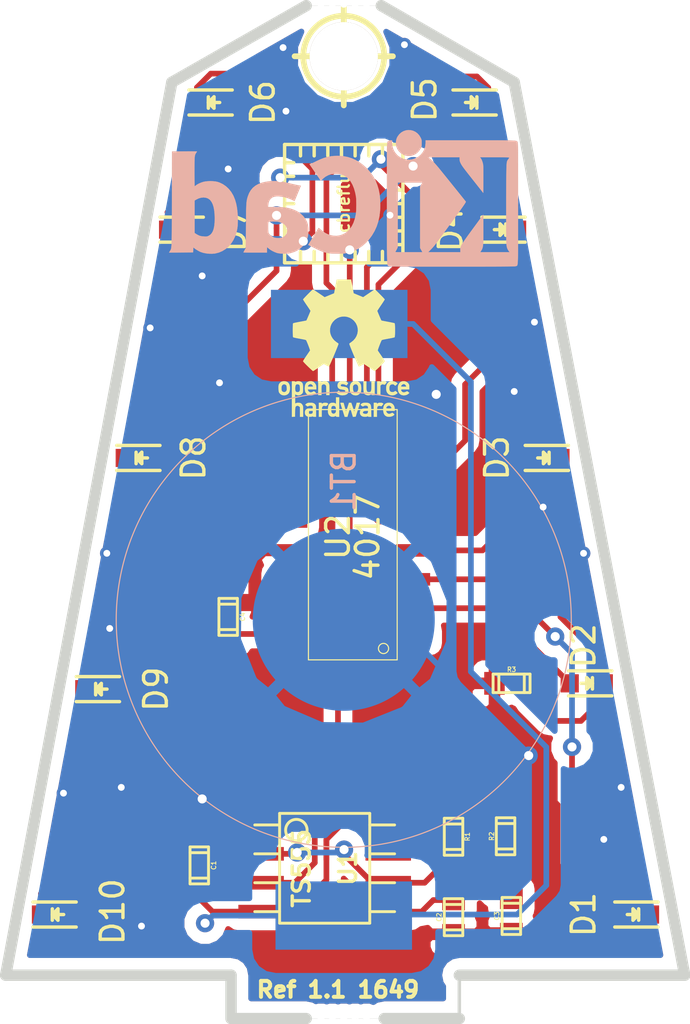
<source format=kicad_pcb>
(kicad_pcb (version 20160815) (host pcbnew no-vcs-found)

  (general
    (links 62)
    (no_connects 1)
    (area 78.590095 27.3 128.000001 81.217)
    (thickness 1.6)
    (drawings 28)
    (tracks 245)
    (zones 0)
    (modules 45)
    (nets 19)
  )

  (page A4)
  (layers
    (0 F.Cu signal hide)
    (31 B.Cu signal hide)
    (32 B.Adhes user)
    (33 F.Adhes user)
    (34 B.Paste user)
    (35 F.Paste user)
    (36 B.SilkS user)
    (37 F.SilkS user)
    (38 B.Mask user)
    (39 F.Mask user)
    (40 Dwgs.User user)
    (41 Cmts.User user)
    (42 Eco1.User user hide)
    (43 Eco2.User user)
    (44 Edge.Cuts user)
    (45 Margin user)
    (46 B.CrtYd user)
    (47 F.CrtYd user)
    (48 B.Fab user)
    (49 F.Fab user)
  )

  (setup
    (last_trace_width 0.25)
    (trace_clearance 0.25)
    (zone_clearance 0.508)
    (zone_45_only no)
    (trace_min 0.2)
    (segment_width 0.2)
    (edge_width 0.5)
    (via_size 0.8)
    (via_drill 0.4)
    (via_min_size 0.4)
    (via_min_drill 0.3)
    (uvia_size 0.3)
    (uvia_drill 0.1)
    (uvias_allowed no)
    (uvia_min_size 0.2)
    (uvia_min_drill 0.1)
    (pcb_text_width 0.3)
    (pcb_text_size 1.5 1.5)
    (mod_edge_width 0.15)
    (mod_text_size 1 1)
    (mod_text_width 0.15)
    (pad_size 0.6 0.6)
    (pad_drill 0.3)
    (pad_to_mask_clearance 0.2)
    (aux_axis_origin 0 0)
    (visible_elements FFFFFF7F)
    (pcbplotparams
      (layerselection 0x00030_ffffffff)
      (usegerberextensions false)
      (excludeedgelayer true)
      (linewidth 0.100000)
      (plotframeref false)
      (viasonmask false)
      (mode 1)
      (useauxorigin false)
      (hpglpennumber 1)
      (hpglpenspeed 20)
      (hpglpendiameter 15)
      (psnegative false)
      (psa4output false)
      (plotreference true)
      (plotvalue true)
      (plotinvisibletext false)
      (padsonsilk false)
      (subtractmaskfromsilk false)
      (outputformat 1)
      (mirror false)
      (drillshape 1)
      (scaleselection 1)
      (outputdirectory ""))
  )

  (net 0 "")
  (net 1 GND)
  (net 2 VCC)
  (net 3 "Net-(C2-Pad1)")
  (net 4 "Net-(C3-Pad1)")
  (net 5 "Net-(D1-Pad1)")
  (net 6 "Net-(D1-Pad2)")
  (net 7 "Net-(D2-Pad2)")
  (net 8 "Net-(D3-Pad2)")
  (net 9 "Net-(D4-Pad2)")
  (net 10 "Net-(D5-Pad2)")
  (net 11 "Net-(D6-Pad2)")
  (net 12 "Net-(D7-Pad2)")
  (net 13 "Net-(D8-Pad2)")
  (net 14 "Net-(D9-Pad2)")
  (net 15 "Net-(D10-Pad2)")
  (net 16 "Net-(R1-Pad2)")
  (net 17 "Net-(U1-Pad3)")
  (net 18 "Net-(U2-Pad12)")

  (net_class Default "This is the default net class."
    (clearance 0.25)
    (trace_width 0.25)
    (via_dia 0.8)
    (via_drill 0.4)
    (uvia_dia 0.3)
    (uvia_drill 0.1)
    (diff_pair_gap 0.25)
    (diff_pair_width 0.2)
    (add_net GND)
    (add_net "Net-(C2-Pad1)")
    (add_net "Net-(C3-Pad1)")
    (add_net "Net-(D1-Pad1)")
    (add_net "Net-(D1-Pad2)")
    (add_net "Net-(D10-Pad2)")
    (add_net "Net-(D2-Pad2)")
    (add_net "Net-(D3-Pad2)")
    (add_net "Net-(D4-Pad2)")
    (add_net "Net-(D5-Pad2)")
    (add_net "Net-(D6-Pad2)")
    (add_net "Net-(D7-Pad2)")
    (add_net "Net-(D8-Pad2)")
    (add_net "Net-(D9-Pad2)")
    (add_net "Net-(R1-Pad2)")
    (add_net "Net-(U1-Pad3)")
    (add_net "Net-(U2-Pad12)")
    (add_net VCC)
  )

  (module module:sop-16 (layer F.Cu) (tedit 58453242) (tstamp 584768A8)
    (at 98.044 62.738 90)
    (path /57F4B9B0)
    (fp_text reference U2 (at 4.4 -3.3 270) (layer F.SilkS)
      (effects (font (size 1 1) (thickness 0.15)))
    )
    (fp_text value 4017 (at 4.4 -2 90) (layer F.SilkS)
      (effects (font (size 1 1) (thickness 0.15)))
    )
    (fp_circle (center -0.5 -1.3) (end -0.3 -1.2) (layer F.SilkS) (width 0.05))
    (fp_line (start -1 -4.6) (end -1 -0.7) (layer F.SilkS) (width 0.05))
    (fp_line (start 10 -4.6) (end -1 -4.6) (layer F.SilkS) (width 0.05))
    (fp_line (start 10 -0.7) (end 10 -4.6) (layer F.SilkS) (width 0.05))
    (fp_line (start -1 -0.7) (end 10 -0.7) (layer F.SilkS) (width 0.05))
    (pad 16 smd rect (at 0 -5.4 270) (size 0.55 1.5) (layers F.Cu F.Paste F.Mask)
      (net 2 VCC))
    (pad 15 smd rect (at 1.27 -5.4 270) (size 0.55 1.5) (layers F.Cu F.Paste F.Mask)
      (net 1 GND))
    (pad 8 smd rect (at 8.89 0 270) (size 0.55 1.5) (layers F.Cu F.Paste F.Mask)
      (net 1 GND))
    (pad 14 smd rect (at 2.54 -5.4 270) (size 0.55 1.5) (layers F.Cu F.Paste F.Mask)
      (net 17 "Net-(U1-Pad3)"))
    (pad 13 smd rect (at 3.81 -5.4 270) (size 0.55 1.5) (layers F.Cu F.Paste F.Mask)
      (net 1 GND))
    (pad 12 smd rect (at 5.08 -5.4 270) (size 0.55 1.5) (layers F.Cu F.Paste F.Mask)
      (net 18 "Net-(U2-Pad12)"))
    (pad 11 smd rect (at 6.35 -5.4 270) (size 0.55 1.5) (layers F.Cu F.Paste F.Mask)
      (net 15 "Net-(D10-Pad2)"))
    (pad 10 smd rect (at 7.62 -5.4 270) (size 0.55 1.5) (layers F.Cu F.Paste F.Mask)
      (net 10 "Net-(D5-Pad2)"))
    (pad 9 smd rect (at 8.89 -5.4 270) (size 0.55 1.5) (layers F.Cu F.Paste F.Mask)
      (net 14 "Net-(D9-Pad2)"))
    (pad 7 smd rect (at 7.62 0 270) (size 0.55 1.5) (layers F.Cu F.Paste F.Mask)
      (net 9 "Net-(D4-Pad2)"))
    (pad 6 smd rect (at 6.35 0 90) (size 0.55 1.5) (layers F.Cu F.Paste F.Mask)
      (net 13 "Net-(D8-Pad2)"))
    (pad 5 smd rect (at 5.08 0 90) (size 0.55 1.5) (layers F.Cu F.Paste F.Mask)
      (net 12 "Net-(D7-Pad2)"))
    (pad 4 smd rect (at 3.81 0 90) (size 0.55 1.5) (layers F.Cu F.Paste F.Mask)
      (net 8 "Net-(D3-Pad2)"))
    (pad 3 smd rect (at 2.54 0 90) (size 0.55 1.5) (layers F.Cu F.Paste F.Mask)
      (net 6 "Net-(D1-Pad2)"))
    (pad 2 smd rect (at 1.27 0 90) (size 0.55 1.5) (layers F.Cu F.Paste F.Mask)
      (net 7 "Net-(D2-Pad2)"))
    (pad 1 smd rect (at 0 0 90) (size 0.55 1.5) (layers F.Cu F.Paste F.Mask)
      (net 11 "Net-(D6-Pad2)"))
    (model ${KIWALTER3DMOD}/walter/smd_dil/msop-16.wrl
      (at (xyz 0.1751968503937008 0.1043307086614173 0))
      (scale (xyz 2.54 1.3 2))
      (rotate (xyz 0 0 0))
    )
  )

  (module module:pcbreflux_logo (layer F.Cu) (tedit 5794F58C) (tstamp 5821BF57)
    (at 94.996 43.688)
    (fp_text reference REF** (at 0 3.8) (layer F.SilkS) hide
      (effects (font (size 1 1) (thickness 0.15)))
    )
    (fp_text value pcbreflux_logo (at 0.2 -3.6) (layer F.Fab) hide
      (effects (font (size 1 1) (thickness 0.15)))
    )
    (fp_line (start -2.6 2.6) (end -2.6 -2.6) (layer F.SilkS) (width 0.15))
    (fp_line (start 2.6 -2.6) (end 2.6 2.6) (layer F.SilkS) (width 0.15))
    (fp_line (start 2.2 -1.8) (end 2.6 -1.8) (layer F.SilkS) (width 0.15))
    (fp_line (start 2.2 -1.2) (end 2.6 -1.2) (layer F.SilkS) (width 0.15))
    (fp_line (start 2.2 -0.6) (end 2.6 -0.6) (layer F.SilkS) (width 0.15))
    (fp_line (start 2.2 0) (end 2.6 0) (layer F.SilkS) (width 0.15))
    (fp_line (start 2.2 0.6) (end 2.6 0.6) (layer F.SilkS) (width 0.15))
    (fp_line (start 2.2 1.2) (end 2.6 1.2) (layer F.SilkS) (width 0.15))
    (fp_line (start 2.2 1.8) (end 2.6 1.8) (layer F.SilkS) (width 0.15))
    (fp_line (start -2.6 1.8) (end -2.2 1.8) (layer F.SilkS) (width 0.15))
    (fp_line (start -2.6 1.2) (end -2.2 1.2) (layer F.SilkS) (width 0.15))
    (fp_line (start -2.6 0.6) (end -2.2 0.6) (layer F.SilkS) (width 0.15))
    (fp_line (start -2.6 0) (end -2.2 0) (layer F.SilkS) (width 0.15))
    (fp_line (start -2.6 -0.6) (end -2.2 -0.6) (layer F.SilkS) (width 0.15))
    (fp_line (start -2.6 -1.2) (end -2.2 -1.2) (layer F.SilkS) (width 0.15))
    (fp_line (start -2.6 -1.8) (end -2.2 -1.8) (layer F.SilkS) (width 0.15))
    (fp_line (start 1.7 -2.1) (end 1.7 -2.5) (layer F.SilkS) (width 0.15))
    (fp_line (start 1.1 -2.1) (end 1.1 -2.5) (layer F.SilkS) (width 0.15))
    (fp_line (start 0.5 -2.1) (end 0.5 -2.5) (layer F.SilkS) (width 0.15))
    (fp_line (start -0.1 -2.1) (end -0.1 -2.5) (layer F.SilkS) (width 0.15))
    (fp_line (start -0.7 -2.1) (end -0.7 -2.5) (layer F.SilkS) (width 0.15))
    (fp_line (start -1.3 -2.1) (end -1.3 -2.5) (layer F.SilkS) (width 0.15))
    (fp_line (start -1.9 -2.1) (end -1.9 -2.5) (layer F.SilkS) (width 0.15))
    (fp_line (start -2.6 2.6) (end 2.6 2.6) (layer F.SilkS) (width 0.15))
    (fp_line (start -2.6 -2.6) (end 2.6 -2.6) (layer F.SilkS) (width 0.15))
    (fp_line (start -1.9 2.5) (end -1.9 2.1) (layer F.SilkS) (width 0.15))
    (fp_line (start -1.3 2.5) (end -1.3 2.1) (layer F.SilkS) (width 0.15))
    (fp_line (start -0.7 2.5) (end -0.7 2.1) (layer F.SilkS) (width 0.15))
    (fp_line (start -0.1 2.5) (end -0.1 2.1) (layer F.SilkS) (width 0.15))
    (fp_line (start 0.5 2.5) (end 0.5 2.1) (layer F.SilkS) (width 0.15))
    (fp_line (start 1.1 2.5) (end 1.1 2.1) (layer F.SilkS) (width 0.15))
    (fp_line (start 1.7 2.5) (end 1.7 2.1) (layer F.SilkS) (width 0.15))
    (fp_text user pcbreflux (at 0 0 90) (layer F.SilkS)
      (effects (font (size 0.5 0.5) (thickness 0.1)))
    )
  )

  (module Symbols:OSHW-Logo_5.7x6mm_SilkScreen (layer F.Cu) (tedit 0) (tstamp 582068D7)
    (at 94.996 50.038)
    (descr "Open Source Hardware Logo")
    (tags "Logo OSHW")
    (attr virtual)
    (fp_text reference REF*** (at 0 0) (layer F.SilkS) hide
      (effects (font (size 1 1) (thickness 0.15)))
    )
    (fp_text value OSHW-Logo_5.7x6mm_SilkScreen (at 0.75 0) (layer F.Fab) hide
      (effects (font (size 1 1) (thickness 0.15)))
    )
    (fp_poly (pts (xy 0.376964 -2.709982) (xy 0.433812 -2.40843) (xy 0.853338 -2.235488) (xy 1.104984 -2.406605)
      (xy 1.175458 -2.45425) (xy 1.239163 -2.49679) (xy 1.293126 -2.532285) (xy 1.334373 -2.55879)
      (xy 1.359934 -2.574364) (xy 1.366895 -2.577722) (xy 1.379435 -2.569086) (xy 1.406231 -2.545208)
      (xy 1.44428 -2.509141) (xy 1.490579 -2.463933) (xy 1.542123 -2.412636) (xy 1.595909 -2.358299)
      (xy 1.648935 -2.303972) (xy 1.698195 -2.252705) (xy 1.740687 -2.207549) (xy 1.773407 -2.171554)
      (xy 1.793351 -2.14777) (xy 1.798119 -2.13981) (xy 1.791257 -2.125135) (xy 1.77202 -2.092986)
      (xy 1.74243 -2.046508) (xy 1.70451 -1.988844) (xy 1.660282 -1.92314) (xy 1.634654 -1.885664)
      (xy 1.587941 -1.817232) (xy 1.546432 -1.75548) (xy 1.51214 -1.703481) (xy 1.48708 -1.664308)
      (xy 1.473264 -1.641035) (xy 1.471188 -1.636145) (xy 1.475895 -1.622245) (xy 1.488723 -1.58985)
      (xy 1.507738 -1.543515) (xy 1.531003 -1.487794) (xy 1.556584 -1.427242) (xy 1.582545 -1.366414)
      (xy 1.60695 -1.309864) (xy 1.627863 -1.262148) (xy 1.643349 -1.227819) (xy 1.651472 -1.211432)
      (xy 1.651952 -1.210788) (xy 1.664707 -1.207659) (xy 1.698677 -1.200679) (xy 1.75034 -1.190533)
      (xy 1.816176 -1.177908) (xy 1.892664 -1.163491) (xy 1.93729 -1.155177) (xy 2.019021 -1.139616)
      (xy 2.092843 -1.124808) (xy 2.155021 -1.111564) (xy 2.201822 -1.100695) (xy 2.229509 -1.093011)
      (xy 2.235074 -1.090573) (xy 2.240526 -1.07407) (xy 2.244924 -1.0368) (xy 2.248272 -0.98312)
      (xy 2.250574 -0.917388) (xy 2.251832 -0.843963) (xy 2.252048 -0.767204) (xy 2.251227 -0.691468)
      (xy 2.249371 -0.621114) (xy 2.246482 -0.5605) (xy 2.242565 -0.513984) (xy 2.237622 -0.485925)
      (xy 2.234657 -0.480084) (xy 2.216934 -0.473083) (xy 2.179381 -0.463073) (xy 2.126964 -0.451231)
      (xy 2.064652 -0.438733) (xy 2.0429 -0.43469) (xy 1.938024 -0.41548) (xy 1.85518 -0.400009)
      (xy 1.79163 -0.387663) (xy 1.744637 -0.377827) (xy 1.711463 -0.369886) (xy 1.689371 -0.363224)
      (xy 1.675624 -0.357227) (xy 1.667484 -0.351281) (xy 1.666345 -0.350106) (xy 1.654977 -0.331174)
      (xy 1.637635 -0.294331) (xy 1.61605 -0.244087) (xy 1.591954 -0.184954) (xy 1.567079 -0.121444)
      (xy 1.543157 -0.058068) (xy 1.521919 0.000662) (xy 1.505097 0.050235) (xy 1.494422 0.086139)
      (xy 1.491627 0.103862) (xy 1.49186 0.104483) (xy 1.501331 0.11897) (xy 1.522818 0.150844)
      (xy 1.554063 0.196789) (xy 1.592807 0.253485) (xy 1.636793 0.317617) (xy 1.649319 0.335842)
      (xy 1.693984 0.401914) (xy 1.733288 0.4622) (xy 1.765088 0.513235) (xy 1.787245 0.55156)
      (xy 1.797617 0.573711) (xy 1.798119 0.576432) (xy 1.789405 0.590736) (xy 1.765325 0.619072)
      (xy 1.728976 0.658396) (xy 1.683453 0.705661) (xy 1.631852 0.757823) (xy 1.577267 0.811835)
      (xy 1.522794 0.864653) (xy 1.471529 0.913231) (xy 1.426567 0.954523) (xy 1.391004 0.985485)
      (xy 1.367935 1.00307) (xy 1.361554 1.005941) (xy 1.346699 0.999178) (xy 1.316286 0.980939)
      (xy 1.275268 0.954297) (xy 1.243709 0.932852) (xy 1.186525 0.893503) (xy 1.118806 0.847171)
      (xy 1.05088 0.800913) (xy 1.014361 0.776155) (xy 0.890752 0.692547) (xy 0.786991 0.74865)
      (xy 0.73972 0.773228) (xy 0.699523 0.792331) (xy 0.672326 0.803227) (xy 0.665402 0.804743)
      (xy 0.657077 0.793549) (xy 0.640654 0.761917) (xy 0.617357 0.712765) (xy 0.588414 0.64901)
      (xy 0.55505 0.573571) (xy 0.518491 0.489364) (xy 0.479964 0.399308) (xy 0.440694 0.306321)
      (xy 0.401908 0.21332) (xy 0.36483 0.123223) (xy 0.330689 0.038948) (xy 0.300708 -0.036587)
      (xy 0.276116 -0.100466) (xy 0.258136 -0.149769) (xy 0.247997 -0.181579) (xy 0.246366 -0.192504)
      (xy 0.259291 -0.206439) (xy 0.287589 -0.22906) (xy 0.325346 -0.255667) (xy 0.328515 -0.257772)
      (xy 0.4261 -0.335886) (xy 0.504786 -0.427018) (xy 0.563891 -0.528255) (xy 0.602732 -0.636682)
      (xy 0.620628 -0.749386) (xy 0.616897 -0.863452) (xy 0.590857 -0.975966) (xy 0.541825 -1.084015)
      (xy 0.5274 -1.107655) (xy 0.452369 -1.203113) (xy 0.36373 -1.279768) (xy 0.264549 -1.33722)
      (xy 0.157895 -1.375071) (xy 0.046836 -1.392922) (xy -0.065561 -1.390375) (xy -0.176227 -1.36703)
      (xy -0.282094 -1.32249) (xy -0.380095 -1.256355) (xy -0.41041 -1.229513) (xy -0.487562 -1.145488)
      (xy -0.543782 -1.057034) (xy -0.582347 -0.957885) (xy -0.603826 -0.859697) (xy -0.609128 -0.749303)
      (xy -0.591448 -0.63836) (xy -0.552581 -0.530619) (xy -0.494323 -0.429831) (xy -0.418469 -0.339744)
      (xy -0.326817 -0.264108) (xy -0.314772 -0.256136) (xy -0.276611 -0.230026) (xy -0.247601 -0.207405)
      (xy -0.233732 -0.192961) (xy -0.233531 -0.192504) (xy -0.236508 -0.176879) (xy -0.248311 -0.141418)
      (xy -0.267714 -0.089038) (xy -0.293488 -0.022655) (xy -0.324409 0.054814) (xy -0.359249 0.14045)
      (xy -0.396783 0.231337) (xy -0.435783 0.324559) (xy -0.475023 0.417197) (xy -0.513276 0.506335)
      (xy -0.549317 0.589055) (xy -0.581917 0.662441) (xy -0.609852 0.723575) (xy -0.631895 0.769541)
      (xy -0.646818 0.797421) (xy -0.652828 0.804743) (xy -0.671191 0.799041) (xy -0.705552 0.783749)
      (xy -0.749984 0.761599) (xy -0.774417 0.74865) (xy -0.878178 0.692547) (xy -1.001787 0.776155)
      (xy -1.064886 0.818987) (xy -1.13397 0.866122) (xy -1.198707 0.910503) (xy -1.231134 0.932852)
      (xy -1.276741 0.963477) (xy -1.31536 0.987747) (xy -1.341952 1.002587) (xy -1.35059 1.005724)
      (xy -1.363161 0.997261) (xy -1.390984 0.973636) (xy -1.431361 0.937302) (xy -1.481595 0.890711)
      (xy -1.538988 0.836317) (xy -1.575286 0.801392) (xy -1.63879 0.738996) (xy -1.693673 0.683188)
      (xy -1.737714 0.636354) (xy -1.768695 0.600882) (xy -1.784398 0.579161) (xy -1.785905 0.574752)
      (xy -1.778914 0.557985) (xy -1.759594 0.524082) (xy -1.730091 0.476476) (xy -1.692545 0.418599)
      (xy -1.6491 0.353884) (xy -1.636745 0.335842) (xy -1.591727 0.270267) (xy -1.55134 0.211228)
      (xy -1.51784 0.162042) (xy -1.493486 0.126028) (xy -1.480536 0.106502) (xy -1.479285 0.104483)
      (xy -1.481156 0.088922) (xy -1.491087 0.054709) (xy -1.507347 0.006355) (xy -1.528205 -0.051629)
      (xy -1.551927 -0.11473) (xy -1.576784 -0.178437) (xy -1.601042 -0.238239) (xy -1.622971 -0.289624)
      (xy -1.640838 -0.328081) (xy -1.652913 -0.349098) (xy -1.653771 -0.350106) (xy -1.661154 -0.356112)
      (xy -1.673625 -0.362052) (xy -1.69392 -0.36854) (xy -1.724778 -0.376191) (xy -1.768934 -0.38562)
      (xy -1.829126 -0.397441) (xy -1.908093 -0.412271) (xy -2.00857 -0.430723) (xy -2.030325 -0.43469)
      (xy -2.094802 -0.447147) (xy -2.151011 -0.459334) (xy -2.193987 -0.470074) (xy -2.21876 -0.478191)
      (xy -2.222082 -0.480084) (xy -2.227556 -0.496862) (xy -2.232006 -0.534355) (xy -2.235428 -0.588206)
      (xy -2.237819 -0.654056) (xy -2.239177 -0.727547) (xy -2.239499 -0.80432) (xy -2.238781 -0.880017)
      (xy -2.237021 -0.95028) (xy -2.234216 -1.01075) (xy -2.230362 -1.05707) (xy -2.225457 -1.084881)
      (xy -2.2225 -1.090573) (xy -2.206037 -1.096314) (xy -2.168551 -1.105655) (xy -2.113775 -1.117785)
      (xy -2.045445 -1.131893) (xy -1.967294 -1.14717) (xy -1.924716 -1.155177) (xy -1.843929 -1.170279)
      (xy -1.771887 -1.18396) (xy -1.712111 -1.195533) (xy -1.668121 -1.204313) (xy -1.643439 -1.209613)
      (xy -1.639377 -1.210788) (xy -1.632511 -1.224035) (xy -1.617998 -1.255943) (xy -1.597771 -1.301953)
      (xy -1.573766 -1.357508) (xy -1.547918 -1.418047) (xy -1.52216 -1.479014) (xy -1.498427 -1.535849)
      (xy -1.478654 -1.583994) (xy -1.464776 -1.61889) (xy -1.458726 -1.635979) (xy -1.458614 -1.636726)
      (xy -1.465472 -1.650207) (xy -1.484698 -1.68123) (xy -1.514272 -1.726711) (xy -1.552173 -1.783568)
      (xy -1.59638 -1.848717) (xy -1.622079 -1.886138) (xy -1.668907 -1.954753) (xy -1.710499 -2.017048)
      (xy -1.744825 -2.069871) (xy -1.769857 -2.110073) (xy -1.783565 -2.1345) (xy -1.785544 -2.139976)
      (xy -1.777034 -2.152722) (xy -1.753507 -2.179937) (xy -1.717968 -2.218572) (xy -1.673423 -2.265577)
      (xy -1.622877 -2.317905) (xy -1.569336 -2.372505) (xy -1.515805 -2.42633) (xy -1.465289 -2.47633)
      (xy -1.420794 -2.519457) (xy -1.385325 -2.552661) (xy -1.361887 -2.572894) (xy -1.354046 -2.577722)
      (xy -1.34128 -2.570933) (xy -1.310744 -2.551858) (xy -1.26541 -2.522439) (xy -1.208244 -2.484619)
      (xy -1.142216 -2.440339) (xy -1.09241 -2.406605) (xy -0.840764 -2.235488) (xy -0.631001 -2.321959)
      (xy -0.421237 -2.40843) (xy -0.364389 -2.709982) (xy -0.30754 -3.011534) (xy 0.320115 -3.011534)
      (xy 0.376964 -2.709982)) (layer F.SilkS) (width 0.01))
    (fp_poly (pts (xy 1.79946 1.45803) (xy 1.842711 1.471245) (xy 1.870558 1.487941) (xy 1.879629 1.501145)
      (xy 1.877132 1.516797) (xy 1.860931 1.541385) (xy 1.847232 1.5588) (xy 1.818992 1.590283)
      (xy 1.797775 1.603529) (xy 1.779688 1.602664) (xy 1.726035 1.58901) (xy 1.68663 1.58963)
      (xy 1.654632 1.605104) (xy 1.64389 1.614161) (xy 1.609505 1.646027) (xy 1.609505 2.062179)
      (xy 1.471188 2.062179) (xy 1.471188 1.458614) (xy 1.540347 1.458614) (xy 1.581869 1.460256)
      (xy 1.603291 1.466087) (xy 1.609502 1.477461) (xy 1.609505 1.477798) (xy 1.612439 1.489713)
      (xy 1.625704 1.488159) (xy 1.644084 1.479563) (xy 1.682046 1.463568) (xy 1.712872 1.453945)
      (xy 1.752536 1.451478) (xy 1.79946 1.45803)) (layer F.SilkS) (width 0.01))
    (fp_poly (pts (xy -0.754012 1.469002) (xy -0.722717 1.48395) (xy -0.692409 1.505541) (xy -0.669318 1.530391)
      (xy -0.6525 1.562087) (xy -0.641006 1.604214) (xy -0.633891 1.660358) (xy -0.630207 1.734106)
      (xy -0.629008 1.829044) (xy -0.628989 1.838985) (xy -0.628713 2.062179) (xy -0.76703 2.062179)
      (xy -0.76703 1.856418) (xy -0.767128 1.780189) (xy -0.767809 1.724939) (xy -0.769651 1.686501)
      (xy -0.773233 1.660706) (xy -0.779132 1.643384) (xy -0.787927 1.630368) (xy -0.80018 1.617507)
      (xy -0.843047 1.589873) (xy -0.889843 1.584745) (xy -0.934424 1.602217) (xy -0.949928 1.615221)
      (xy -0.96131 1.627447) (xy -0.969481 1.64054) (xy -0.974974 1.658615) (xy -0.97832 1.685787)
      (xy -0.980051 1.72617) (xy -0.980697 1.783879) (xy -0.980792 1.854132) (xy -0.980792 2.062179)
      (xy -1.119109 2.062179) (xy -1.119109 1.458614) (xy -1.04995 1.458614) (xy -1.008428 1.460256)
      (xy -0.987006 1.466087) (xy -0.980795 1.477461) (xy -0.980792 1.477798) (xy -0.97791 1.488938)
      (xy -0.965199 1.487674) (xy -0.939926 1.475434) (xy -0.882605 1.457424) (xy -0.817037 1.455421)
      (xy -0.754012 1.469002)) (layer F.SilkS) (width 0.01))
    (fp_poly (pts (xy 2.677898 1.456457) (xy 2.710096 1.464279) (xy 2.771825 1.492921) (xy 2.82461 1.536667)
      (xy 2.861141 1.589117) (xy 2.86616 1.600893) (xy 2.873045 1.63174) (xy 2.877864 1.677371)
      (xy 2.879505 1.723492) (xy 2.879505 1.810693) (xy 2.697178 1.810693) (xy 2.621979 1.810978)
      (xy 2.569003 1.812704) (xy 2.535325 1.817181) (xy 2.51802 1.82572) (xy 2.514163 1.83963)
      (xy 2.520829 1.860222) (xy 2.53277 1.884315) (xy 2.56608 1.924525) (xy 2.612368 1.944558)
      (xy 2.668944 1.943905) (xy 2.733031 1.922101) (xy 2.788417 1.895193) (xy 2.834375 1.931532)
      (xy 2.880333 1.967872) (xy 2.837096 2.007819) (xy 2.779374 2.045563) (xy 2.708386 2.06832)
      (xy 2.632029 2.074688) (xy 2.558199 2.063268) (xy 2.546287 2.059393) (xy 2.481399 2.025506)
      (xy 2.43313 1.974986) (xy 2.400465 1.906325) (xy 2.382385 1.818014) (xy 2.382175 1.816121)
      (xy 2.380556 1.719878) (xy 2.3871 1.685542) (xy 2.514852 1.685542) (xy 2.526584 1.690822)
      (xy 2.558438 1.694867) (xy 2.605397 1.697176) (xy 2.635154 1.697525) (xy 2.690648 1.697306)
      (xy 2.725346 1.695916) (xy 2.743601 1.692251) (xy 2.749766 1.68521) (xy 2.748195 1.67369)
      (xy 2.746878 1.669233) (xy 2.724382 1.627355) (xy 2.689003 1.593604) (xy 2.65778 1.578773)
      (xy 2.616301 1.579668) (xy 2.574269 1.598164) (xy 2.539012 1.628786) (xy 2.517854 1.666062)
      (xy 2.514852 1.685542) (xy 2.3871 1.685542) (xy 2.39669 1.635229) (xy 2.428698 1.564191)
      (xy 2.474701 1.508779) (xy 2.532821 1.471009) (xy 2.60118 1.452896) (xy 2.677898 1.456457)) (layer F.SilkS) (width 0.01))
    (fp_poly (pts (xy 2.217226 1.46388) (xy 2.29008 1.49483) (xy 2.313027 1.509895) (xy 2.342354 1.533048)
      (xy 2.360764 1.551253) (xy 2.363961 1.557183) (xy 2.354935 1.57034) (xy 2.331837 1.592667)
      (xy 2.313344 1.60825) (xy 2.262728 1.648926) (xy 2.22276 1.615295) (xy 2.191874 1.593584)
      (xy 2.161759 1.58609) (xy 2.127292 1.58792) (xy 2.072561 1.601528) (xy 2.034886 1.629772)
      (xy 2.011991 1.675433) (xy 2.001597 1.741289) (xy 2.001595 1.741331) (xy 2.002494 1.814939)
      (xy 2.016463 1.868946) (xy 2.044328 1.905716) (xy 2.063325 1.918168) (xy 2.113776 1.933673)
      (xy 2.167663 1.933683) (xy 2.214546 1.918638) (xy 2.225644 1.911287) (xy 2.253476 1.892511)
      (xy 2.275236 1.889434) (xy 2.298704 1.903409) (xy 2.324649 1.92851) (xy 2.365716 1.97088)
      (xy 2.320121 2.008464) (xy 2.249674 2.050882) (xy 2.170233 2.071785) (xy 2.087215 2.070272)
      (xy 2.032694 2.056411) (xy 1.96897 2.022135) (xy 1.918005 1.968212) (xy 1.894851 1.930149)
      (xy 1.876099 1.875536) (xy 1.866715 1.806369) (xy 1.866643 1.731407) (xy 1.875824 1.659409)
      (xy 1.894199 1.599137) (xy 1.897093 1.592958) (xy 1.939952 1.532351) (xy 1.997979 1.488224)
      (xy 2.066591 1.461493) (xy 2.141201 1.453073) (xy 2.217226 1.46388)) (layer F.SilkS) (width 0.01))
    (fp_poly (pts (xy 0.993367 1.654342) (xy 0.994555 1.746563) (xy 0.998897 1.81661) (xy 1.007558 1.867381)
      (xy 1.021704 1.901772) (xy 1.0425 1.922679) (xy 1.07111 1.933) (xy 1.106535 1.935636)
      (xy 1.143636 1.932682) (xy 1.171818 1.921889) (xy 1.192243 1.90036) (xy 1.206079 1.865199)
      (xy 1.214491 1.81351) (xy 1.218643 1.742394) (xy 1.219703 1.654342) (xy 1.219703 1.458614)
      (xy 1.35802 1.458614) (xy 1.35802 2.062179) (xy 1.288862 2.062179) (xy 1.24717 2.060489)
      (xy 1.225701 2.054556) (xy 1.219703 2.043293) (xy 1.216091 2.033261) (xy 1.201714 2.035383)
      (xy 1.172736 2.04958) (xy 1.106319 2.07148) (xy 1.035875 2.069928) (xy 0.968377 2.046147)
      (xy 0.936233 2.027362) (xy 0.911715 2.007022) (xy 0.893804 1.981573) (xy 0.881479 1.947458)
      (xy 0.873723 1.901121) (xy 0.869516 1.839007) (xy 0.86784 1.757561) (xy 0.867624 1.694578)
      (xy 0.867624 1.458614) (xy 0.993367 1.458614) (xy 0.993367 1.654342)) (layer F.SilkS) (width 0.01))
    (fp_poly (pts (xy 0.610762 1.466055) (xy 0.674363 1.500692) (xy 0.724123 1.555372) (xy 0.747568 1.599842)
      (xy 0.757634 1.639121) (xy 0.764156 1.695116) (xy 0.766951 1.759621) (xy 0.765836 1.824429)
      (xy 0.760626 1.881334) (xy 0.754541 1.911727) (xy 0.734014 1.953306) (xy 0.698463 1.997468)
      (xy 0.655619 2.036087) (xy 0.613211 2.061034) (xy 0.612177 2.06143) (xy 0.559553 2.072331)
      (xy 0.497188 2.072601) (xy 0.437924 2.062676) (xy 0.41504 2.054722) (xy 0.356102 2.0213)
      (xy 0.31389 1.977511) (xy 0.286156 1.919538) (xy 0.270651 1.843565) (xy 0.267143 1.803771)
      (xy 0.26759 1.753766) (xy 0.402376 1.753766) (xy 0.406917 1.826732) (xy 0.419986 1.882334)
      (xy 0.440756 1.917861) (xy 0.455552 1.92802) (xy 0.493464 1.935104) (xy 0.538527 1.933007)
      (xy 0.577487 1.922812) (xy 0.587704 1.917204) (xy 0.614659 1.884538) (xy 0.632451 1.834545)
      (xy 0.640024 1.773705) (xy 0.636325 1.708497) (xy 0.628057 1.669253) (xy 0.60432 1.623805)
      (xy 0.566849 1.595396) (xy 0.52172 1.585573) (xy 0.475011 1.595887) (xy 0.439132 1.621112)
      (xy 0.420277 1.641925) (xy 0.409272 1.662439) (xy 0.404026 1.690203) (xy 0.402449 1.732762)
      (xy 0.402376 1.753766) (xy 0.26759 1.753766) (xy 0.268094 1.69758) (xy 0.285388 1.610501)
      (xy 0.319029 1.54253) (xy 0.369018 1.493664) (xy 0.435356 1.463899) (xy 0.449601 1.460448)
      (xy 0.53521 1.452345) (xy 0.610762 1.466055)) (layer F.SilkS) (width 0.01))
    (fp_poly (pts (xy 0.014017 1.456452) (xy 0.061634 1.465482) (xy 0.111034 1.48437) (xy 0.116312 1.486777)
      (xy 0.153774 1.506476) (xy 0.179717 1.524781) (xy 0.188103 1.536508) (xy 0.180117 1.555632)
      (xy 0.16072 1.58385) (xy 0.15211 1.594384) (xy 0.116628 1.635847) (xy 0.070885 1.608858)
      (xy 0.02735 1.590878) (xy -0.02295 1.581267) (xy -0.071188 1.58066) (xy -0.108533 1.589691)
      (xy -0.117495 1.595327) (xy -0.134563 1.621171) (xy -0.136637 1.650941) (xy -0.123866 1.674197)
      (xy -0.116312 1.678708) (xy -0.093675 1.684309) (xy -0.053885 1.690892) (xy -0.004834 1.697183)
      (xy 0.004215 1.69817) (xy 0.082996 1.711798) (xy 0.140136 1.734946) (xy 0.17803 1.769752)
      (xy 0.199079 1.818354) (xy 0.205635 1.877718) (xy 0.196577 1.945198) (xy 0.167164 1.998188)
      (xy 0.117278 2.036783) (xy 0.0468 2.061081) (xy -0.031435 2.070667) (xy -0.095234 2.070552)
      (xy -0.146984 2.061845) (xy -0.182327 2.049825) (xy -0.226983 2.02888) (xy -0.268253 2.004574)
      (xy -0.282921 1.993876) (xy -0.320643 1.963084) (xy -0.275148 1.917049) (xy -0.229653 1.871013)
      (xy -0.177928 1.905243) (xy -0.126048 1.930952) (xy -0.070649 1.944399) (xy -0.017395 1.945818)
      (xy 0.028049 1.935443) (xy 0.060016 1.913507) (xy 0.070338 1.894998) (xy 0.068789 1.865314)
      (xy 0.04314 1.842615) (xy -0.00654 1.82694) (xy -0.060969 1.819695) (xy -0.144736 1.805873)
      (xy -0.206967 1.779796) (xy -0.248493 1.740699) (xy -0.270147 1.68782) (xy -0.273147 1.625126)
      (xy -0.258329 1.559642) (xy -0.224546 1.510144) (xy -0.171495 1.476408) (xy -0.098874 1.458207)
      (xy -0.045072 1.454639) (xy 0.014017 1.456452)) (layer F.SilkS) (width 0.01))
    (fp_poly (pts (xy -1.356699 1.472614) (xy -1.344168 1.478514) (xy -1.300799 1.510283) (xy -1.25979 1.556646)
      (xy -1.229168 1.607696) (xy -1.220459 1.631166) (xy -1.212512 1.673091) (xy -1.207774 1.723757)
      (xy -1.207199 1.744679) (xy -1.207129 1.810693) (xy -1.587083 1.810693) (xy -1.578983 1.845273)
      (xy -1.559104 1.88617) (xy -1.524347 1.921514) (xy -1.482998 1.944282) (xy -1.456649 1.94901)
      (xy -1.420916 1.943273) (xy -1.378282 1.928882) (xy -1.363799 1.922262) (xy -1.31024 1.895513)
      (xy -1.264533 1.930376) (xy -1.238158 1.953955) (xy -1.224124 1.973417) (xy -1.223414 1.979129)
      (xy -1.235951 1.992973) (xy -1.263428 2.014012) (xy -1.288366 2.030425) (xy -1.355664 2.05993)
      (xy -1.43111 2.073284) (xy -1.505888 2.069812) (xy -1.565495 2.051663) (xy -1.626941 2.012784)
      (xy -1.670608 1.961595) (xy -1.697926 1.895367) (xy -1.710322 1.811371) (xy -1.711421 1.772936)
      (xy -1.707022 1.684861) (xy -1.706482 1.682299) (xy -1.580582 1.682299) (xy -1.577115 1.690558)
      (xy -1.562863 1.695113) (xy -1.53347 1.697065) (xy -1.484575 1.697517) (xy -1.465748 1.697525)
      (xy -1.408467 1.696843) (xy -1.372141 1.694364) (xy -1.352604 1.689443) (xy -1.34569 1.681434)
      (xy -1.345445 1.678862) (xy -1.353336 1.658423) (xy -1.373085 1.629789) (xy -1.381575 1.619763)
      (xy -1.413094 1.591408) (xy -1.445949 1.580259) (xy -1.463651 1.579327) (xy -1.511539 1.590981)
      (xy -1.551699 1.622285) (xy -1.577173 1.667752) (xy -1.577625 1.669233) (xy -1.580582 1.682299)
      (xy -1.706482 1.682299) (xy -1.692392 1.61551) (xy -1.666038 1.560025) (xy -1.633807 1.520639)
      (xy -1.574217 1.477931) (xy -1.504168 1.455109) (xy -1.429661 1.453046) (xy -1.356699 1.472614)) (layer F.SilkS) (width 0.01))
    (fp_poly (pts (xy -2.538261 1.465148) (xy -2.472479 1.494231) (xy -2.42254 1.542793) (xy -2.388374 1.610908)
      (xy -2.369907 1.698651) (xy -2.368583 1.712351) (xy -2.367546 1.808939) (xy -2.380993 1.893602)
      (xy -2.408108 1.962221) (xy -2.422627 1.984294) (xy -2.473201 2.031011) (xy -2.537609 2.061268)
      (xy -2.609666 2.073824) (xy -2.683185 2.067439) (xy -2.739072 2.047772) (xy -2.787132 2.014629)
      (xy -2.826412 1.971175) (xy -2.827092 1.970158) (xy -2.843044 1.943338) (xy -2.85341 1.916368)
      (xy -2.859688 1.882332) (xy -2.863373 1.83431) (xy -2.864997 1.794931) (xy -2.865672 1.759219)
      (xy -2.739955 1.759219) (xy -2.738726 1.79477) (xy -2.734266 1.842094) (xy -2.726397 1.872465)
      (xy -2.712207 1.894072) (xy -2.698917 1.906694) (xy -2.651802 1.933122) (xy -2.602505 1.936653)
      (xy -2.556593 1.917639) (xy -2.533638 1.896331) (xy -2.517096 1.874859) (xy -2.507421 1.854313)
      (xy -2.503174 1.827574) (xy -2.50292 1.787523) (xy -2.504228 1.750638) (xy -2.507043 1.697947)
      (xy -2.511505 1.663772) (xy -2.519548 1.64148) (xy -2.533103 1.624442) (xy -2.543845 1.614703)
      (xy -2.588777 1.589123) (xy -2.637249 1.587847) (xy -2.677894 1.602999) (xy -2.712567 1.634642)
      (xy -2.733224 1.68662) (xy -2.739955 1.759219) (xy -2.865672 1.759219) (xy -2.866479 1.716621)
      (xy -2.863948 1.658056) (xy -2.856362 1.614007) (xy -2.842681 1.579248) (xy -2.821865 1.548551)
      (xy -2.814147 1.539436) (xy -2.765889 1.494021) (xy -2.714128 1.467493) (xy -2.650828 1.456379)
      (xy -2.619961 1.455471) (xy -2.538261 1.465148)) (layer F.SilkS) (width 0.01))
    (fp_poly (pts (xy 2.032581 2.40497) (xy 2.092685 2.420597) (xy 2.143021 2.452848) (xy 2.167393 2.47694)
      (xy 2.207345 2.533895) (xy 2.230242 2.599965) (xy 2.238108 2.681182) (xy 2.238148 2.687748)
      (xy 2.238218 2.753763) (xy 1.858264 2.753763) (xy 1.866363 2.788342) (xy 1.880987 2.819659)
      (xy 1.906581 2.852291) (xy 1.911935 2.8575) (xy 1.957943 2.885694) (xy 2.01041 2.890475)
      (xy 2.070803 2.871926) (xy 2.08104 2.866931) (xy 2.112439 2.851745) (xy 2.13347 2.843094)
      (xy 2.137139 2.842293) (xy 2.149948 2.850063) (xy 2.174378 2.869072) (xy 2.186779 2.87946)
      (xy 2.212476 2.903321) (xy 2.220915 2.919077) (xy 2.215058 2.933571) (xy 2.211928 2.937534)
      (xy 2.190725 2.954879) (xy 2.155738 2.975959) (xy 2.131337 2.988265) (xy 2.062072 3.009946)
      (xy 1.985388 3.016971) (xy 1.912765 3.008647) (xy 1.892426 3.002686) (xy 1.829476 2.968952)
      (xy 1.782815 2.917045) (xy 1.752173 2.846459) (xy 1.737282 2.756692) (xy 1.735647 2.709753)
      (xy 1.740421 2.641413) (xy 1.86099 2.641413) (xy 1.872652 2.646465) (xy 1.903998 2.650429)
      (xy 1.949571 2.652768) (xy 1.980446 2.653169) (xy 2.035981 2.652783) (xy 2.071033 2.650975)
      (xy 2.090262 2.646773) (xy 2.09833 2.639203) (xy 2.099901 2.628218) (xy 2.089121 2.594381)
      (xy 2.06198 2.56094) (xy 2.026277 2.535272) (xy 1.99056 2.524772) (xy 1.942048 2.534086)
      (xy 1.900053 2.561013) (xy 1.870936 2.599827) (xy 1.86099 2.641413) (xy 1.740421 2.641413)
      (xy 1.742599 2.610236) (xy 1.764055 2.530949) (xy 1.80047 2.471263) (xy 1.852297 2.430549)
      (xy 1.91999 2.408179) (xy 1.956662 2.403871) (xy 2.032581 2.40497)) (layer F.SilkS) (width 0.01))
    (fp_poly (pts (xy 1.635255 2.401486) (xy 1.683595 2.411015) (xy 1.711114 2.425125) (xy 1.740064 2.448568)
      (xy 1.698876 2.500571) (xy 1.673482 2.532064) (xy 1.656238 2.547428) (xy 1.639102 2.549776)
      (xy 1.614027 2.542217) (xy 1.602257 2.537941) (xy 1.55427 2.531631) (xy 1.510324 2.545156)
      (xy 1.47806 2.57571) (xy 1.472819 2.585452) (xy 1.467112 2.611258) (xy 1.462706 2.658817)
      (xy 1.459811 2.724758) (xy 1.458631 2.80571) (xy 1.458614 2.817226) (xy 1.458614 3.017822)
      (xy 1.320297 3.017822) (xy 1.320297 2.401683) (xy 1.389456 2.401683) (xy 1.429333 2.402725)
      (xy 1.450107 2.407358) (xy 1.457789 2.417849) (xy 1.458614 2.427745) (xy 1.458614 2.453806)
      (xy 1.491745 2.427745) (xy 1.529735 2.409965) (xy 1.58077 2.401174) (xy 1.635255 2.401486)) (layer F.SilkS) (width 0.01))
    (fp_poly (pts (xy 1.038411 2.405417) (xy 1.091411 2.41829) (xy 1.106731 2.42511) (xy 1.136428 2.442974)
      (xy 1.15922 2.463093) (xy 1.176083 2.488962) (xy 1.187998 2.524073) (xy 1.195942 2.57192)
      (xy 1.200894 2.635996) (xy 1.203831 2.719794) (xy 1.204947 2.775768) (xy 1.209052 3.017822)
      (xy 1.138932 3.017822) (xy 1.096393 3.016038) (xy 1.074476 3.009942) (xy 1.068812 2.999706)
      (xy 1.065821 2.988637) (xy 1.052451 2.990754) (xy 1.034233 2.999629) (xy 0.988624 3.013233)
      (xy 0.930007 3.016899) (xy 0.868354 3.010903) (xy 0.813638 2.995521) (xy 0.80873 2.993386)
      (xy 0.758723 2.958255) (xy 0.725756 2.909419) (xy 0.710587 2.852333) (xy 0.711746 2.831824)
      (xy 0.835508 2.831824) (xy 0.846413 2.859425) (xy 0.878745 2.879204) (xy 0.93091 2.889819)
      (xy 0.958787 2.891228) (xy 1.005247 2.88762) (xy 1.036129 2.873597) (xy 1.043664 2.866931)
      (xy 1.064076 2.830666) (xy 1.068812 2.797773) (xy 1.068812 2.753763) (xy 1.007513 2.753763)
      (xy 0.936256 2.757395) (xy 0.886276 2.768818) (xy 0.854696 2.788824) (xy 0.847626 2.797743)
      (xy 0.835508 2.831824) (xy 0.711746 2.831824) (xy 0.713971 2.792456) (xy 0.736663 2.735244)
      (xy 0.767624 2.69658) (xy 0.786376 2.679864) (xy 0.804733 2.668878) (xy 0.828619 2.66218)
      (xy 0.863957 2.658326) (xy 0.916669 2.655873) (xy 0.937577 2.655168) (xy 1.068812 2.650879)
      (xy 1.06862 2.611158) (xy 1.063537 2.569405) (xy 1.045162 2.544158) (xy 1.008039 2.52803)
      (xy 1.007043 2.527742) (xy 0.95441 2.5214) (xy 0.902906 2.529684) (xy 0.86463 2.549827)
      (xy 0.849272 2.559773) (xy 0.83273 2.558397) (xy 0.807275 2.543987) (xy 0.792328 2.533817)
      (xy 0.763091 2.512088) (xy 0.74498 2.4958) (xy 0.742074 2.491137) (xy 0.75404 2.467005)
      (xy 0.789396 2.438185) (xy 0.804753 2.428461) (xy 0.848901 2.411714) (xy 0.908398 2.402227)
      (xy 0.974487 2.400095) (xy 1.038411 2.405417)) (layer F.SilkS) (width 0.01))
    (fp_poly (pts (xy 0.281524 2.404237) (xy 0.331255 2.407971) (xy 0.461291 2.797773) (xy 0.481678 2.728614)
      (xy 0.493946 2.685874) (xy 0.510085 2.628115) (xy 0.527512 2.564625) (xy 0.536726 2.53057)
      (xy 0.571388 2.401683) (xy 0.714391 2.401683) (xy 0.671646 2.536857) (xy 0.650596 2.603342)
      (xy 0.625167 2.683539) (xy 0.59861 2.767193) (xy 0.574902 2.841782) (xy 0.520902 3.011535)
      (xy 0.462598 3.015328) (xy 0.404295 3.019122) (xy 0.372679 2.914734) (xy 0.353182 2.849889)
      (xy 0.331904 2.7784) (xy 0.313308 2.715263) (xy 0.312574 2.71275) (xy 0.298684 2.669969)
      (xy 0.286429 2.640779) (xy 0.277846 2.629741) (xy 0.276082 2.631018) (xy 0.269891 2.64813)
      (xy 0.258128 2.684787) (xy 0.242225 2.736378) (xy 0.223614 2.798294) (xy 0.213543 2.832352)
      (xy 0.159007 3.017822) (xy 0.043264 3.017822) (xy -0.049263 2.725471) (xy -0.075256 2.643462)
      (xy -0.098934 2.568987) (xy -0.11918 2.505544) (xy -0.134874 2.456632) (xy -0.144898 2.425749)
      (xy -0.147945 2.416726) (xy -0.145533 2.407487) (xy -0.126592 2.403441) (xy -0.087177 2.403846)
      (xy -0.081007 2.404152) (xy -0.007914 2.407971) (xy 0.039957 2.58401) (xy 0.057553 2.648211)
      (xy 0.073277 2.704649) (xy 0.085746 2.748422) (xy 0.093574 2.77463) (xy 0.09502 2.778903)
      (xy 0.101014 2.77399) (xy 0.113101 2.748532) (xy 0.129893 2.705997) (xy 0.150003 2.64985)
      (xy 0.167003 2.59913) (xy 0.231794 2.400504) (xy 0.281524 2.404237)) (layer F.SilkS) (width 0.01))
    (fp_poly (pts (xy -0.201188 3.017822) (xy -0.270346 3.017822) (xy -0.310488 3.016645) (xy -0.331394 3.011772)
      (xy -0.338922 3.001186) (xy -0.339505 2.994029) (xy -0.340774 2.979676) (xy -0.348779 2.976923)
      (xy -0.369815 2.985771) (xy -0.386173 2.994029) (xy -0.448977 3.013597) (xy -0.517248 3.014729)
      (xy -0.572752 3.000135) (xy -0.624438 2.964877) (xy -0.663838 2.912835) (xy -0.685413 2.85145)
      (xy -0.685962 2.848018) (xy -0.689167 2.810571) (xy -0.690761 2.756813) (xy -0.690633 2.716155)
      (xy -0.553279 2.716155) (xy -0.550097 2.770194) (xy -0.542859 2.814735) (xy -0.53306 2.839888)
      (xy -0.495989 2.87426) (xy -0.451974 2.886582) (xy -0.406584 2.876618) (xy -0.367797 2.846895)
      (xy -0.353108 2.826905) (xy -0.344519 2.80305) (xy -0.340496 2.76823) (xy -0.339505 2.71593)
      (xy -0.341278 2.664139) (xy -0.345963 2.618634) (xy -0.352603 2.588181) (xy -0.35371 2.585452)
      (xy -0.380491 2.553) (xy -0.419579 2.535183) (xy -0.463315 2.532306) (xy -0.504038 2.544674)
      (xy -0.534087 2.572593) (xy -0.537204 2.578148) (xy -0.546961 2.612022) (xy -0.552277 2.660728)
      (xy -0.553279 2.716155) (xy -0.690633 2.716155) (xy -0.690568 2.69554) (xy -0.689664 2.662563)
      (xy -0.683514 2.580981) (xy -0.670733 2.51973) (xy -0.649471 2.474449) (xy -0.617878 2.440779)
      (xy -0.587207 2.421014) (xy -0.544354 2.40712) (xy -0.491056 2.402354) (xy -0.43648 2.406236)
      (xy -0.389792 2.418282) (xy -0.365124 2.432693) (xy -0.339505 2.455878) (xy -0.339505 2.162773)
      (xy -0.201188 2.162773) (xy -0.201188 3.017822)) (layer F.SilkS) (width 0.01))
    (fp_poly (pts (xy -0.993356 2.40302) (xy -0.974539 2.40866) (xy -0.968473 2.421053) (xy -0.968218 2.426647)
      (xy -0.967129 2.44223) (xy -0.959632 2.444676) (xy -0.939381 2.433993) (xy -0.927351 2.426694)
      (xy -0.8894 2.411063) (xy -0.844072 2.403334) (xy -0.796544 2.40274) (xy -0.751995 2.408513)
      (xy -0.715602 2.419884) (xy -0.692543 2.436088) (xy -0.687996 2.456355) (xy -0.690291 2.461843)
      (xy -0.70702 2.484626) (xy -0.732963 2.512647) (xy -0.737655 2.517177) (xy -0.762383 2.538005)
      (xy -0.783718 2.544735) (xy -0.813555 2.540038) (xy -0.825508 2.536917) (xy -0.862705 2.529421)
      (xy -0.888859 2.532792) (xy -0.910946 2.544681) (xy -0.931178 2.560635) (xy -0.946079 2.5807)
      (xy -0.956434 2.608702) (xy -0.963029 2.648467) (xy -0.966649 2.703823) (xy -0.968078 2.778594)
      (xy -0.968218 2.82374) (xy -0.968218 3.017822) (xy -1.09396 3.017822) (xy -1.09396 2.401683)
      (xy -1.031089 2.401683) (xy -0.993356 2.40302)) (layer F.SilkS) (width 0.01))
    (fp_poly (pts (xy -1.38421 2.406555) (xy -1.325055 2.422339) (xy -1.280023 2.450948) (xy -1.248246 2.488419)
      (xy -1.238366 2.504411) (xy -1.231073 2.521163) (xy -1.225974 2.542592) (xy -1.222679 2.572616)
      (xy -1.220797 2.615154) (xy -1.219937 2.674122) (xy -1.219707 2.75344) (xy -1.219703 2.774484)
      (xy -1.219703 3.017822) (xy -1.280059 3.017822) (xy -1.318557 3.015126) (xy -1.347023 3.008295)
      (xy -1.354155 3.004083) (xy -1.373652 2.996813) (xy -1.393566 3.004083) (xy -1.426353 3.01316)
      (xy -1.473978 3.016813) (xy -1.526764 3.015228) (xy -1.575036 3.008589) (xy -1.603218 3.000072)
      (xy -1.657753 2.965063) (xy -1.691835 2.916479) (xy -1.707157 2.851882) (xy -1.707299 2.850223)
      (xy -1.705955 2.821566) (xy -1.584356 2.821566) (xy -1.573726 2.854161) (xy -1.55641 2.872505)
      (xy -1.521652 2.886379) (xy -1.475773 2.891917) (xy -1.428988 2.889191) (xy -1.391514 2.878274)
      (xy -1.381015 2.871269) (xy -1.362668 2.838904) (xy -1.35802 2.802111) (xy -1.35802 2.753763)
      (xy -1.427582 2.753763) (xy -1.493667 2.75885) (xy -1.543764 2.773263) (xy -1.574929 2.795729)
      (xy -1.584356 2.821566) (xy -1.705955 2.821566) (xy -1.703987 2.779647) (xy -1.68071 2.723845)
      (xy -1.636948 2.681647) (xy -1.630899 2.677808) (xy -1.604907 2.665309) (xy -1.572735 2.65774)
      (xy -1.52776 2.654061) (xy -1.474331 2.653216) (xy -1.35802 2.653169) (xy -1.35802 2.604411)
      (xy -1.362953 2.566581) (xy -1.375543 2.541236) (xy -1.377017 2.539887) (xy -1.405034 2.5288)
      (xy -1.447326 2.524503) (xy -1.494064 2.526615) (xy -1.535418 2.534756) (xy -1.559957 2.546965)
      (xy -1.573253 2.556746) (xy -1.587294 2.558613) (xy -1.606671 2.5506) (xy -1.635976 2.530739)
      (xy -1.679803 2.497063) (xy -1.683825 2.493909) (xy -1.681764 2.482236) (xy -1.664568 2.462822)
      (xy -1.638433 2.441248) (xy -1.609552 2.423096) (xy -1.600478 2.418809) (xy -1.56738 2.410256)
      (xy -1.51888 2.404155) (xy -1.464695 2.401708) (xy -1.462161 2.401703) (xy -1.38421 2.406555)) (layer F.SilkS) (width 0.01))
    (fp_poly (pts (xy -1.908759 1.469184) (xy -1.882247 1.482282) (xy -1.849553 1.505106) (xy -1.825725 1.529996)
      (xy -1.809406 1.561249) (xy -1.79924 1.603166) (xy -1.793872 1.660044) (xy -1.791944 1.736184)
      (xy -1.791831 1.768917) (xy -1.792161 1.840656) (xy -1.793527 1.891927) (xy -1.7965 1.927404)
      (xy -1.801649 1.951763) (xy -1.809543 1.96968) (xy -1.817757 1.981902) (xy -1.870187 2.033905)
      (xy -1.93193 2.065184) (xy -1.998536 2.074592) (xy -2.065558 2.06098) (xy -2.086792 2.051354)
      (xy -2.137624 2.024859) (xy -2.137624 2.440052) (xy -2.100525 2.420868) (xy -2.051643 2.406025)
      (xy -1.991561 2.402222) (xy -1.931564 2.409243) (xy -1.886256 2.425013) (xy -1.848675 2.455047)
      (xy -1.816564 2.498024) (xy -1.81415 2.502436) (xy -1.803967 2.523221) (xy -1.79653 2.54417)
      (xy -1.791411 2.569548) (xy -1.788181 2.603618) (xy -1.786413 2.650641) (xy -1.785677 2.714882)
      (xy -1.785544 2.787176) (xy -1.785544 3.017822) (xy -1.923861 3.017822) (xy -1.923861 2.592533)
      (xy -1.962549 2.559979) (xy -2.002738 2.53394) (xy -2.040797 2.529205) (xy -2.079066 2.541389)
      (xy -2.099462 2.55332) (xy -2.114642 2.570313) (xy -2.125438 2.595995) (xy -2.132683 2.633991)
      (xy -2.137208 2.687926) (xy -2.139844 2.761425) (xy -2.140772 2.810347) (xy -2.143911 3.011535)
      (xy -2.209926 3.015336) (xy -2.27594 3.019136) (xy -2.27594 1.77065) (xy -2.137624 1.77065)
      (xy -2.134097 1.840254) (xy -2.122215 1.888569) (xy -2.10002 1.918631) (xy -2.065559 1.933471)
      (xy -2.030742 1.936436) (xy -1.991329 1.933028) (xy -1.965171 1.919617) (xy -1.948814 1.901896)
      (xy -1.935937 1.882835) (xy -1.928272 1.861601) (xy -1.924861 1.831849) (xy -1.924749 1.787236)
      (xy -1.925897 1.74988) (xy -1.928532 1.693604) (xy -1.932456 1.656658) (xy -1.939063 1.633223)
      (xy -1.949749 1.61748) (xy -1.959833 1.60838) (xy -2.00197 1.588537) (xy -2.05184 1.585332)
      (xy -2.080476 1.592168) (xy -2.108828 1.616464) (xy -2.127609 1.663728) (xy -2.136712 1.733624)
      (xy -2.137624 1.77065) (xy -2.27594 1.77065) (xy -2.27594 1.458614) (xy -2.206782 1.458614)
      (xy -2.16526 1.460256) (xy -2.143838 1.466087) (xy -2.137626 1.477461) (xy -2.137624 1.477798)
      (xy -2.134742 1.488938) (xy -2.12203 1.487673) (xy -2.096757 1.475433) (xy -2.037869 1.456707)
      (xy -1.971615 1.454739) (xy -1.908759 1.469184)) (layer F.SilkS) (width 0.01))
  )

  (module Symbols:KiCad-Logo_6mm_SilkScreen (layer B.Cu) (tedit 0) (tstamp 582067D8)
    (at 94.996 43.434 180)
    (descr "KiCad Logo")
    (tags "Logo KiCad")
    (attr virtual)
    (fp_text reference REF*** (at 0 0 180) (layer B.SilkS) hide
      (effects (font (size 1 1) (thickness 0.15)) (justify mirror))
    )
    (fp_text value KiCad-Logo_6mm_SilkScreen (at 0.75 0 180) (layer B.Fab) hide
      (effects (font (size 1 1) (thickness 0.15)) (justify mirror))
    )
    (fp_poly (pts (xy -5.955743 2.526311) (xy -5.69122 2.526275) (xy -5.568088 2.52627) (xy -3.597189 2.52627)
      (xy -3.597189 2.41009) (xy -3.584789 2.268709) (xy -3.547364 2.138316) (xy -3.484577 2.018138)
      (xy -3.396094 1.907398) (xy -3.366157 1.877489) (xy -3.258466 1.792652) (xy -3.139725 1.730779)
      (xy -3.01346 1.691841) (xy -2.883197 1.67581) (xy -2.752465 1.682658) (xy -2.624788 1.712357)
      (xy -2.503695 1.76488) (xy -2.392712 1.840197) (xy -2.342868 1.885637) (xy -2.249983 1.997048)
      (xy -2.181873 2.119565) (xy -2.139129 2.251785) (xy -2.122347 2.392308) (xy -2.122124 2.406133)
      (xy -2.121244 2.526266) (xy -2.068443 2.526268) (xy -2.021604 2.519911) (xy -1.978817 2.504444)
      (xy -1.975989 2.502846) (xy -1.966325 2.497832) (xy -1.957451 2.493927) (xy -1.949335 2.489993)
      (xy -1.941943 2.484894) (xy -1.935245 2.477492) (xy -1.929208 2.466649) (xy -1.923801 2.451228)
      (xy -1.91899 2.430091) (xy -1.914745 2.402101) (xy -1.911032 2.366121) (xy -1.907821 2.321013)
      (xy -1.905078 2.26564) (xy -1.902772 2.198863) (xy -1.900871 2.119547) (xy -1.899342 2.026553)
      (xy -1.898154 1.918743) (xy -1.897274 1.794981) (xy -1.89667 1.654129) (xy -1.896311 1.49505)
      (xy -1.896165 1.316605) (xy -1.896198 1.117658) (xy -1.89638 0.897071) (xy -1.896677 0.653707)
      (xy -1.897059 0.386428) (xy -1.897492 0.094097) (xy -1.897945 -0.224424) (xy -1.897998 -0.26323)
      (xy -1.898404 -0.583782) (xy -1.898749 -0.878012) (xy -1.899069 -1.147056) (xy -1.8994 -1.392052)
      (xy -1.899779 -1.614137) (xy -1.900243 -1.814447) (xy -1.900828 -1.994119) (xy -1.90157 -2.15429)
      (xy -1.902506 -2.296098) (xy -1.903673 -2.420679) (xy -1.905107 -2.52917) (xy -1.906844 -2.622707)
      (xy -1.908922 -2.702429) (xy -1.911376 -2.769472) (xy -1.914244 -2.824973) (xy -1.917561 -2.870068)
      (xy -1.921364 -2.905895) (xy -1.92569 -2.933591) (xy -1.930575 -2.954293) (xy -1.936055 -2.969137)
      (xy -1.942168 -2.97926) (xy -1.94895 -2.9858) (xy -1.956437 -2.989893) (xy -1.964666 -2.992676)
      (xy -1.973673 -2.995287) (xy -1.983495 -2.998862) (xy -1.985894 -2.99995) (xy -1.993435 -3.002396)
      (xy -2.006056 -3.004642) (xy -2.024859 -3.006698) (xy -2.050947 -3.008572) (xy -2.085422 -3.010271)
      (xy -2.129385 -3.011803) (xy -2.183939 -3.013177) (xy -2.250185 -3.0144) (xy -2.329226 -3.015481)
      (xy -2.422163 -3.016427) (xy -2.530099 -3.017247) (xy -2.654136 -3.017947) (xy -2.795376 -3.018538)
      (xy -2.954921 -3.019025) (xy -3.133872 -3.019419) (xy -3.333332 -3.019725) (xy -3.554404 -3.019953)
      (xy -3.798188 -3.02011) (xy -4.065787 -3.020205) (xy -4.358303 -3.020245) (xy -4.676839 -3.020238)
      (xy -4.780021 -3.020228) (xy -5.105623 -3.020176) (xy -5.404881 -3.020091) (xy -5.678909 -3.019963)
      (xy -5.928824 -3.019785) (xy -6.15574 -3.019548) (xy -6.360773 -3.019242) (xy -6.545038 -3.01886)
      (xy -6.70965 -3.018392) (xy -6.855725 -3.01783) (xy -6.984376 -3.017165) (xy -7.096721 -3.016388)
      (xy -7.193874 -3.015491) (xy -7.27695 -3.014465) (xy -7.347064 -3.013301) (xy -7.405332 -3.011991)
      (xy -7.452869 -3.010525) (xy -7.49079 -3.008896) (xy -7.52021 -3.007093) (xy -7.542245 -3.00511)
      (xy -7.55801 -3.002936) (xy -7.56862 -3.000563) (xy -7.574404 -2.998391) (xy -7.584684 -2.994056)
      (xy -7.594122 -2.990859) (xy -7.602755 -2.987665) (xy -7.610619 -2.983338) (xy -7.617748 -2.976744)
      (xy -7.624179 -2.966747) (xy -7.629947 -2.952212) (xy -7.635089 -2.932003) (xy -7.63964 -2.904985)
      (xy -7.643635 -2.870023) (xy -7.647111 -2.825981) (xy -7.650102 -2.771724) (xy -7.652646 -2.706117)
      (xy -7.654777 -2.628024) (xy -7.656532 -2.53631) (xy -7.657945 -2.42984) (xy -7.658315 -2.388973)
      (xy -7.291884 -2.388973) (xy -5.996734 -2.388973) (xy -6.021655 -2.351217) (xy -6.046447 -2.312417)
      (xy -6.06744 -2.275469) (xy -6.084935 -2.237788) (xy -6.09923 -2.196788) (xy -6.110623 -2.149883)
      (xy -6.119413 -2.094487) (xy -6.125898 -2.028016) (xy -6.130377 -1.947883) (xy -6.13315 -1.851502)
      (xy -6.134513 -1.736289) (xy -6.134767 -1.599657) (xy -6.134209 -1.43902) (xy -6.133893 -1.379382)
      (xy -6.130325 -0.740041) (xy -5.725298 -1.291449) (xy -5.610554 -1.447876) (xy -5.511143 -1.584088)
      (xy -5.42599 -1.70189) (xy -5.354022 -1.803084) (xy -5.294166 -1.889477) (xy -5.245348 -1.962874)
      (xy -5.206495 -2.025077) (xy -5.176534 -2.077893) (xy -5.154391 -2.123125) (xy -5.138993 -2.162578)
      (xy -5.129266 -2.198058) (xy -5.124137 -2.231368) (xy -5.122532 -2.264313) (xy -5.123379 -2.298697)
      (xy -5.123595 -2.303019) (xy -5.128054 -2.389031) (xy -3.708692 -2.388973) (xy -3.814265 -2.282522)
      (xy -3.842913 -2.253406) (xy -3.87009 -2.225076) (xy -3.896989 -2.195968) (xy -3.924803 -2.16452)
      (xy -3.954725 -2.129169) (xy -3.987946 -2.088354) (xy -4.025661 -2.040511) (xy -4.06906 -1.984079)
      (xy -4.119338 -1.917494) (xy -4.177688 -1.839195) (xy -4.2453 -1.747619) (xy -4.323369 -1.641204)
      (xy -4.413088 -1.518387) (xy -4.515648 -1.377605) (xy -4.632242 -1.217297) (xy -4.727809 -1.085798)
      (xy -4.847749 -0.920596) (xy -4.95238 -0.776152) (xy -5.042648 -0.651094) (xy -5.119503 -0.544052)
      (xy -5.183891 -0.453654) (xy -5.236761 -0.378529) (xy -5.27906 -0.317304) (xy -5.311736 -0.26861)
      (xy -5.335738 -0.231074) (xy -5.352013 -0.203325) (xy -5.361508 -0.183992) (xy -5.365173 -0.171703)
      (xy -5.364071 -0.165242) (xy -5.350724 -0.148048) (xy -5.321866 -0.111655) (xy -5.27924 -0.058224)
      (xy -5.224585 0.010081) (xy -5.159644 0.091097) (xy -5.086158 0.18266) (xy -5.005868 0.282608)
      (xy -4.920515 0.388776) (xy -4.83184 0.499003) (xy -4.741586 0.611124) (xy -4.691944 0.672756)
      (xy -3.459373 0.672756) (xy -3.408146 0.580081) (xy -3.356919 0.487405) (xy -3.356919 -2.203622)
      (xy -3.408146 -2.296298) (xy -3.459373 -2.388973) (xy -2.853396 -2.388973) (xy -2.708734 -2.388931)
      (xy -2.589244 -2.388741) (xy -2.492642 -2.388308) (xy -2.416642 -2.387536) (xy -2.358957 -2.38633)
      (xy -2.317301 -2.384594) (xy -2.289389 -2.382232) (xy -2.272935 -2.37915) (xy -2.265652 -2.375251)
      (xy -2.265255 -2.37044) (xy -2.269458 -2.364622) (xy -2.269501 -2.364574) (xy -2.286813 -2.339532)
      (xy -2.309736 -2.298815) (xy -2.329981 -2.258168) (xy -2.368379 -2.176162) (xy -2.376211 0.672756)
      (xy -3.459373 0.672756) (xy -4.691944 0.672756) (xy -4.651493 0.722976) (xy -4.563302 0.832396)
      (xy -4.478754 0.937222) (xy -4.399592 1.035289) (xy -4.327556 1.124434) (xy -4.264387 1.202495)
      (xy -4.211827 1.267308) (xy -4.171617 1.31671) (xy -4.148 1.345513) (xy -4.05629 1.453222)
      (xy -3.96806 1.55042) (xy -3.886403 1.633924) (xy -3.81441 1.700552) (xy -3.763319 1.741401)
      (xy -3.702907 1.784865) (xy -5.092298 1.784865) (xy -5.091908 1.703334) (xy -5.095791 1.643394)
      (xy -5.11039 1.587823) (xy -5.132988 1.535145) (xy -5.147678 1.505385) (xy -5.163472 1.475897)
      (xy -5.181814 1.444724) (xy -5.204145 1.409907) (xy -5.231909 1.36949) (xy -5.266549 1.321514)
      (xy -5.309507 1.264022) (xy -5.362227 1.195057) (xy -5.426151 1.112661) (xy -5.502721 1.014876)
      (xy -5.593381 0.899745) (xy -5.699574 0.76531) (xy -5.711568 0.750141) (xy -6.130325 0.220588)
      (xy -6.134378 0.807078) (xy -6.135195 0.982749) (xy -6.135021 1.131468) (xy -6.133849 1.253725)
      (xy -6.131669 1.350011) (xy -6.128474 1.420817) (xy -6.124256 1.466631) (xy -6.122838 1.475321)
      (xy -6.100591 1.566865) (xy -6.071443 1.649392) (xy -6.038182 1.715747) (xy -6.0182 1.74389)
      (xy -5.983722 1.784865) (xy -6.637914 1.784865) (xy -6.793969 1.784731) (xy -6.924467 1.784297)
      (xy -7.03131 1.783511) (xy -7.116398 1.782324) (xy -7.181635 1.780683) (xy -7.228921 1.778539)
      (xy -7.260157 1.775841) (xy -7.277246 1.772538) (xy -7.282088 1.768579) (xy -7.281753 1.767702)
      (xy -7.267885 1.746769) (xy -7.244732 1.713588) (xy -7.232754 1.696807) (xy -7.220369 1.68006)
      (xy -7.209237 1.665085) (xy -7.199288 1.650406) (xy -7.190451 1.634551) (xy -7.182657 1.616045)
      (xy -7.175835 1.593415) (xy -7.169916 1.565187) (xy -7.164829 1.529887) (xy -7.160504 1.486042)
      (xy -7.156871 1.432178) (xy -7.15386 1.36682) (xy -7.151401 1.288496) (xy -7.149423 1.195732)
      (xy -7.147858 1.087053) (xy -7.146634 0.960987) (xy -7.145681 0.816058) (xy -7.14493 0.650794)
      (xy -7.144311 0.463721) (xy -7.143752 0.253365) (xy -7.143185 0.018252) (xy -7.142655 -0.197741)
      (xy -7.142155 -0.438535) (xy -7.141895 -0.668274) (xy -7.141868 -0.885493) (xy -7.142067 -1.088722)
      (xy -7.142486 -1.276496) (xy -7.143118 -1.447345) (xy -7.143956 -1.599803) (xy -7.144992 -1.732403)
      (xy -7.14622 -1.843676) (xy -7.147633 -1.932156) (xy -7.149225 -1.996375) (xy -7.150987 -2.034865)
      (xy -7.151321 -2.038933) (xy -7.163466 -2.132248) (xy -7.182427 -2.20719) (xy -7.211302 -2.272594)
      (xy -7.25319 -2.337293) (xy -7.258429 -2.344352) (xy -7.291884 -2.388973) (xy -7.658315 -2.388973)
      (xy -7.659054 -2.307479) (xy -7.659893 -2.16809) (xy -7.660498 -2.010539) (xy -7.660905 -1.833691)
      (xy -7.66115 -1.63641) (xy -7.661267 -1.41756) (xy -7.661295 -1.176007) (xy -7.661267 -0.910615)
      (xy -7.66122 -0.620249) (xy -7.66119 -0.303773) (xy -7.661189 -0.240946) (xy -7.661172 0.078863)
      (xy -7.661112 0.372339) (xy -7.661002 0.64061) (xy -7.660833 0.884802) (xy -7.660597 1.106043)
      (xy -7.660284 1.30546) (xy -7.659885 1.48418) (xy -7.659393 1.643329) (xy -7.658797 1.784034)
      (xy -7.65809 1.907424) (xy -7.657263 2.014624) (xy -7.656307 2.106762) (xy -7.655213 2.184965)
      (xy -7.653973 2.250359) (xy -7.652578 2.304072) (xy -7.651018 2.347231) (xy -7.649286 2.380963)
      (xy -7.647372 2.406395) (xy -7.645268 2.424653) (xy -7.642966 2.436866) (xy -7.640455 2.444159)
      (xy -7.640363 2.444341) (xy -7.635192 2.455482) (xy -7.630885 2.465569) (xy -7.626121 2.474654)
      (xy -7.619578 2.482788) (xy -7.609935 2.490024) (xy -7.595871 2.496414) (xy -7.576063 2.502011)
      (xy -7.549191 2.506867) (xy -7.513933 2.511034) (xy -7.468968 2.514564) (xy -7.412974 2.517509)
      (xy -7.344629 2.519923) (xy -7.262614 2.521856) (xy -7.165605 2.523362) (xy -7.052282 2.524492)
      (xy -6.921323 2.525298) (xy -6.771407 2.525834) (xy -6.601213 2.526151) (xy -6.409418 2.526301)
      (xy -6.194702 2.526337) (xy -5.955743 2.526311)) (layer B.SilkS) (width 0.01))
    (fp_poly (pts (xy 0.439962 1.839501) (xy 0.588014 1.823293) (xy 0.731452 1.794282) (xy 0.87611 1.750955)
      (xy 1.027824 1.691799) (xy 1.192428 1.6153) (xy 1.222071 1.600483) (xy 1.290098 1.566969)
      (xy 1.354256 1.536792) (xy 1.408215 1.512834) (xy 1.44564 1.497976) (xy 1.451389 1.496105)
      (xy 1.506486 1.479598) (xy 1.259851 1.120799) (xy 1.199552 1.033107) (xy 1.144422 0.952988)
      (xy 1.096336 0.883164) (xy 1.057168 0.826353) (xy 1.028794 0.785277) (xy 1.013087 0.762654)
      (xy 1.010536 0.759072) (xy 1.000171 0.766562) (xy 0.97466 0.789082) (xy 0.938563 0.822539)
      (xy 0.918642 0.84145) (xy 0.805773 0.931222) (xy 0.679014 0.999439) (xy 0.569783 1.036805)
      (xy 0.504214 1.04854) (xy 0.422116 1.055692) (xy 0.333144 1.058126) (xy 0.246956 1.055712)
      (xy 0.173205 1.048317) (xy 0.143776 1.042653) (xy 0.011133 0.997018) (xy -0.108394 0.927337)
      (xy -0.214717 0.83374) (xy -0.307747 0.716351) (xy -0.387395 0.5753) (xy -0.453574 0.410714)
      (xy -0.506194 0.22272) (xy -0.537467 0.061783) (xy -0.545626 -0.009263) (xy -0.551185 -0.101046)
      (xy -0.554198 -0.206968) (xy -0.554719 -0.320434) (xy -0.5528 -0.434849) (xy -0.548497 -0.543617)
      (xy -0.541863 -0.640143) (xy -0.532951 -0.717831) (xy -0.531021 -0.729817) (xy -0.488501 -0.922892)
      (xy -0.430567 -1.093773) (xy -0.356867 -1.243224) (xy -0.267049 -1.372011) (xy -0.203293 -1.441639)
      (xy -0.088714 -1.536173) (xy 0.036942 -1.606246) (xy 0.171557 -1.651477) (xy 0.313011 -1.671484)
      (xy 0.459183 -1.665885) (xy 0.607955 -1.6343) (xy 0.695911 -1.603394) (xy 0.817629 -1.541506)
      (xy 0.94308 -1.452729) (xy 1.013353 -1.392694) (xy 1.052811 -1.357947) (xy 1.083812 -1.332454)
      (xy 1.101458 -1.32017) (xy 1.103648 -1.319795) (xy 1.111524 -1.332347) (xy 1.131932 -1.365516)
      (xy 1.163132 -1.416458) (xy 1.203386 -1.482331) (xy 1.250957 -1.560289) (xy 1.304104 -1.64749)
      (xy 1.333687 -1.696067) (xy 1.559648 -2.067215) (xy 1.277527 -2.206639) (xy 1.175522 -2.256719)
      (xy 1.092889 -2.29621) (xy 1.024578 -2.327073) (xy 0.965537 -2.351268) (xy 0.910714 -2.370758)
      (xy 0.85506 -2.387503) (xy 0.793523 -2.403465) (xy 0.73454 -2.417482) (xy 0.682115 -2.428329)
      (xy 0.627288 -2.436526) (xy 0.564572 -2.442528) (xy 0.488477 -2.44679) (xy 0.393516 -2.449767)
      (xy 0.329513 -2.451052) (xy 0.238192 -2.45193) (xy 0.150627 -2.451487) (xy 0.072612 -2.449852)
      (xy 0.009942 -2.447149) (xy -0.031587 -2.443505) (xy -0.034048 -2.443142) (xy -0.249697 -2.396487)
      (xy -0.452207 -2.325729) (xy -0.641505 -2.230914) (xy -0.817521 -2.112089) (xy -0.980184 -1.9693)
      (xy -1.129422 -1.802594) (xy -1.237504 -1.654433) (xy -1.352566 -1.460502) (xy -1.445577 -1.255699)
      (xy -1.516987 -1.038383) (xy -1.567244 -0.806912) (xy -1.596799 -0.559643) (xy -1.606111 -0.308559)
      (xy -1.598452 -0.06567) (xy -1.574387 0.15843) (xy -1.533148 0.367523) (xy -1.473973 0.565387)
      (xy -1.396096 0.755804) (xy -1.386797 0.775532) (xy -1.284352 0.959941) (xy -1.158528 1.135424)
      (xy -1.012888 1.29835) (xy -0.850999 1.445086) (xy -0.676424 1.571999) (xy -0.513756 1.665095)
      (xy -0.349427 1.738009) (xy -0.184749 1.790826) (xy -0.013348 1.824985) (xy 0.171153 1.841922)
      (xy 0.281459 1.84442) (xy 0.439962 1.839501)) (layer B.SilkS) (width 0.01))
    (fp_poly (pts (xy 3.167505 0.735771) (xy 3.235531 0.730622) (xy 3.430163 0.704727) (xy 3.602529 0.663425)
      (xy 3.75347 0.606147) (xy 3.883825 0.532326) (xy 3.994434 0.441392) (xy 4.086135 0.332778)
      (xy 4.15977 0.205915) (xy 4.213539 0.068648) (xy 4.227187 0.024863) (xy 4.239073 -0.016141)
      (xy 4.249334 -0.056569) (xy 4.258113 -0.09863) (xy 4.265548 -0.144531) (xy 4.27178 -0.19648)
      (xy 4.27695 -0.256685) (xy 4.281196 -0.327352) (xy 4.28466 -0.410689) (xy 4.287481 -0.508905)
      (xy 4.2898 -0.624205) (xy 4.291757 -0.758799) (xy 4.293491 -0.914893) (xy 4.295143 -1.094695)
      (xy 4.296324 -1.235676) (xy 4.30427 -2.203622) (xy 4.355756 -2.29677) (xy 4.380137 -2.341645)
      (xy 4.39828 -2.376501) (xy 4.406935 -2.395054) (xy 4.407243 -2.396311) (xy 4.394014 -2.397749)
      (xy 4.356326 -2.399074) (xy 4.297183 -2.400249) (xy 4.219586 -2.401237) (xy 4.126536 -2.401999)
      (xy 4.021035 -2.4025) (xy 3.906084 -2.402701) (xy 3.892378 -2.402703) (xy 3.377513 -2.402703)
      (xy 3.377513 -2.286) (xy 3.376635 -2.23326) (xy 3.374292 -2.192926) (xy 3.370921 -2.1713)
      (xy 3.369431 -2.169298) (xy 3.355804 -2.177683) (xy 3.327757 -2.199692) (xy 3.291303 -2.230601)
      (xy 3.290485 -2.231316) (xy 3.223962 -2.280843) (xy 3.139948 -2.330575) (xy 3.047937 -2.375626)
      (xy 2.957421 -2.41111) (xy 2.917567 -2.423236) (xy 2.838255 -2.438637) (xy 2.740935 -2.448465)
      (xy 2.634516 -2.45258) (xy 2.527907 -2.450841) (xy 2.430017 -2.443108) (xy 2.361513 -2.431981)
      (xy 2.19352 -2.382648) (xy 2.042281 -2.312342) (xy 1.908782 -2.221933) (xy 1.794006 -2.112295)
      (xy 1.698937 -1.984299) (xy 1.62456 -1.838818) (xy 1.592474 -1.750541) (xy 1.572365 -1.664739)
      (xy 1.559038 -1.561736) (xy 1.552872 -1.451034) (xy 1.553074 -1.434925) (xy 2.481648 -1.434925)
      (xy 2.489348 -1.517184) (xy 2.514989 -1.585546) (xy 2.562378 -1.64897) (xy 2.580579 -1.667567)
      (xy 2.645282 -1.717846) (xy 2.720066 -1.750056) (xy 2.809662 -1.765648) (xy 2.904012 -1.766796)
      (xy 2.993501 -1.759216) (xy 3.062018 -1.744389) (xy 3.091775 -1.733253) (xy 3.145408 -1.702904)
      (xy 3.202235 -1.660221) (xy 3.254082 -1.612317) (xy 3.292778 -1.566301) (xy 3.303054 -1.549421)
      (xy 3.311042 -1.525782) (xy 3.316721 -1.488168) (xy 3.320356 -1.432985) (xy 3.322211 -1.35664)
      (xy 3.322594 -1.283981) (xy 3.322335 -1.19927) (xy 3.321287 -1.138018) (xy 3.319045 -1.096227)
      (xy 3.315206 -1.069899) (xy 3.309365 -1.055035) (xy 3.301118 -1.047639) (xy 3.298567 -1.046461)
      (xy 3.2764 -1.042833) (xy 3.23268 -1.039866) (xy 3.173311 -1.037827) (xy 3.104196 -1.036983)
      (xy 3.089189 -1.036982) (xy 2.996805 -1.038457) (xy 2.925432 -1.042842) (xy 2.868719 -1.050738)
      (xy 2.821872 -1.06227) (xy 2.705669 -1.106215) (xy 2.614543 -1.160243) (xy 2.547705 -1.225219)
      (xy 2.504365 -1.302005) (xy 2.483734 -1.391467) (xy 2.481648 -1.434925) (xy 1.553074 -1.434925)
      (xy 1.554244 -1.342133) (xy 1.563532 -1.244536) (xy 1.570777 -1.205105) (xy 1.617039 -1.058701)
      (xy 1.687384 -0.923995) (xy 1.780484 -0.80228) (xy 1.895012 -0.694847) (xy 2.02964 -0.602988)
      (xy 2.18304 -0.527996) (xy 2.313459 -0.482458) (xy 2.400623 -0.458533) (xy 2.483996 -0.439943)
      (xy 2.568976 -0.426084) (xy 2.660965 -0.416351) (xy 2.765362 -0.410141) (xy 2.887568 -0.406851)
      (xy 2.998055 -0.405924) (xy 3.325677 -0.405027) (xy 3.319401 -0.306547) (xy 3.301579 -0.199695)
      (xy 3.263667 -0.107852) (xy 3.20728 -0.03331) (xy 3.134031 0.021636) (xy 3.069535 0.048448)
      (xy 2.977123 0.065346) (xy 2.867111 0.067773) (xy 2.744656 0.056622) (xy 2.614914 0.03279)
      (xy 2.483042 -0.00283) (xy 2.354198 -0.049343) (xy 2.260566 -0.091883) (xy 2.215517 -0.113728)
      (xy 2.181156 -0.128984) (xy 2.163681 -0.134937) (xy 2.162733 -0.134746) (xy 2.156703 -0.121412)
      (xy 2.141645 -0.086068) (xy 2.118977 -0.032101) (xy 2.090115 0.037104) (xy 2.056477 0.11816)
      (xy 2.022284 0.200882) (xy 1.885586 0.532197) (xy 1.98282 0.548167) (xy 2.024964 0.55618)
      (xy 2.088319 0.569639) (xy 2.167457 0.587321) (xy 2.256951 0.608004) (xy 2.351373 0.630468)
      (xy 2.388973 0.639597) (xy 2.551637 0.677326) (xy 2.69405 0.705612) (xy 2.821527 0.725028)
      (xy 2.939384 0.736146) (xy 3.052938 0.739536) (xy 3.167505 0.735771)) (layer B.SilkS) (width 0.01))
    (fp_poly (pts (xy 6.84227 2.043175) (xy 6.959041 2.042696) (xy 6.998729 2.042455) (xy 7.544486 2.038865)
      (xy 7.551351 -0.054919) (xy 7.552258 -0.338842) (xy 7.553062 -0.59664) (xy 7.553815 -0.829646)
      (xy 7.554569 -1.039194) (xy 7.555375 -1.226618) (xy 7.556285 -1.39325) (xy 7.557351 -1.540425)
      (xy 7.558624 -1.669477) (xy 7.560156 -1.781739) (xy 7.561998 -1.878544) (xy 7.564203 -1.961226)
      (xy 7.566822 -2.031119) (xy 7.569906 -2.089557) (xy 7.573508 -2.137872) (xy 7.577678 -2.1774)
      (xy 7.582469 -2.209473) (xy 7.587931 -2.235424) (xy 7.594118 -2.256589) (xy 7.60108 -2.274299)
      (xy 7.608869 -2.289889) (xy 7.617537 -2.304693) (xy 7.627135 -2.320044) (xy 7.637715 -2.337276)
      (xy 7.639884 -2.340946) (xy 7.676268 -2.403031) (xy 7.150431 -2.399434) (xy 6.624594 -2.395838)
      (xy 6.617729 -2.280331) (xy 6.613992 -2.224899) (xy 6.610097 -2.192851) (xy 6.604811 -2.180135)
      (xy 6.596903 -2.182696) (xy 6.59027 -2.190024) (xy 6.561374 -2.216714) (xy 6.514279 -2.251021)
      (xy 6.45562 -2.288846) (xy 6.392031 -2.32609) (xy 6.330149 -2.358653) (xy 6.282634 -2.380077)
      (xy 6.171316 -2.415283) (xy 6.043596 -2.440222) (xy 5.908901 -2.453941) (xy 5.776663 -2.455486)
      (xy 5.656308 -2.443906) (xy 5.654326 -2.443574) (xy 5.489641 -2.40225) (xy 5.335479 -2.336412)
      (xy 5.193328 -2.247474) (xy 5.064675 -2.136852) (xy 4.951007 -2.005961) (xy 4.85381 -1.856216)
      (xy 4.774572 -1.689033) (xy 4.73143 -1.56519) (xy 4.702979 -1.461581) (xy 4.68188 -1.361252)
      (xy 4.667488 -1.258109) (xy 4.659158 -1.146057) (xy 4.656245 -1.019001) (xy 4.657535 -0.915252)
      (xy 5.67065 -0.915252) (xy 5.675444 -1.089222) (xy 5.690568 -1.238895) (xy 5.716485 -1.365597)
      (xy 5.753663 -1.470658) (xy 5.802565 -1.555406) (xy 5.863658 -1.621169) (xy 5.934177 -1.667659)
      (xy 5.970871 -1.685014) (xy 6.002696 -1.695419) (xy 6.038177 -1.700179) (xy 6.085841 -1.700601)
      (xy 6.137189 -1.698748) (xy 6.238169 -1.689841) (xy 6.318035 -1.672398) (xy 6.343135 -1.663661)
      (xy 6.400448 -1.637857) (xy 6.460897 -1.605453) (xy 6.487297 -1.589233) (xy 6.555946 -1.544205)
      (xy 6.555946 -0.116982) (xy 6.480432 -0.071718) (xy 6.375121 -0.020572) (xy 6.267525 0.009676)
      (xy 6.161581 0.019205) (xy 6.061224 0.008193) (xy 5.970387 -0.023181) (xy 5.893007 -0.07474)
      (xy 5.868039 -0.099488) (xy 5.807856 -0.180577) (xy 5.759145 -0.278734) (xy 5.721499 -0.395643)
      (xy 5.694512 -0.532985) (xy 5.677775 -0.692444) (xy 5.670883 -0.8757) (xy 5.67065 -0.915252)
      (xy 4.657535 -0.915252) (xy 4.658073 -0.872067) (xy 4.669647 -0.646053) (xy 4.69292 -0.442192)
      (xy 4.728504 -0.257513) (xy 4.777013 -0.089048) (xy 4.83906 0.066174) (xy 4.861201 0.112192)
      (xy 4.950385 0.262261) (xy 5.058159 0.395623) (xy 5.18199 0.510123) (xy 5.319342 0.603611)
      (xy 5.467683 0.673932) (xy 5.556604 0.70294) (xy 5.643933 0.72016) (xy 5.749011 0.730406)
      (xy 5.863029 0.733682) (xy 5.977177 0.729991) (xy 6.082648 0.71934) (xy 6.167334 0.70263)
      (xy 6.268128 0.66986) (xy 6.365822 0.627721) (xy 6.451296 0.580481) (xy 6.496789 0.548419)
      (xy 6.528169 0.524578) (xy 6.550142 0.510061) (xy 6.555141 0.508) (xy 6.55669 0.521282)
      (xy 6.558135 0.559337) (xy 6.559443 0.619481) (xy 6.560583 0.699027) (xy 6.561521 0.795289)
      (xy 6.562226 0.905581) (xy 6.562667 1.027219) (xy 6.562811 1.151115) (xy 6.56273 1.309804)
      (xy 6.562335 1.443592) (xy 6.561395 1.55504) (xy 6.55968 1.646705) (xy 6.556957 1.721147)
      (xy 6.552997 1.780925) (xy 6.547569 1.828598) (xy 6.540441 1.866726) (xy 6.531384 1.897866)
      (xy 6.520167 1.924579) (xy 6.506558 1.949423) (xy 6.490328 1.974957) (xy 6.48824 1.978119)
      (xy 6.467306 2.01119) (xy 6.454667 2.033931) (xy 6.452973 2.038728) (xy 6.466216 2.040241)
      (xy 6.504002 2.041472) (xy 6.563416 2.042401) (xy 6.641542 2.043008) (xy 6.735465 2.043273)
      (xy 6.84227 2.043175)) (layer B.SilkS) (width 0.01))
    (fp_poly (pts (xy -2.726079 2.96351) (xy -2.622973 2.927762) (xy -2.526978 2.871493) (xy -2.441247 2.794712)
      (xy -2.36893 2.697427) (xy -2.336445 2.636108) (xy -2.308332 2.55034) (xy -2.294705 2.451323)
      (xy -2.296214 2.349529) (xy -2.312969 2.257286) (xy -2.358763 2.144568) (xy -2.425168 2.046793)
      (xy -2.508809 1.965885) (xy -2.606312 1.903768) (xy -2.7143 1.862366) (xy -2.829399 1.843603)
      (xy -2.948234 1.849402) (xy -3.006811 1.861794) (xy -3.120972 1.906203) (xy -3.222365 1.973967)
      (xy -3.308545 2.062999) (xy -3.377066 2.171209) (xy -3.382864 2.183027) (xy -3.402904 2.227372)
      (xy -3.415487 2.26472) (xy -3.422319 2.30412) (xy -3.425105 2.354619) (xy -3.425568 2.409567)
      (xy -3.424803 2.475585) (xy -3.421352 2.523311) (xy -3.413477 2.561897) (xy -3.399443 2.600494)
      (xy -3.38212 2.638574) (xy -3.317505 2.746672) (xy -3.237934 2.834197) (xy -3.14656 2.901159)
      (xy -3.046536 2.947564) (xy -2.941012 2.973419) (xy -2.833142 2.978732) (xy -2.726079 2.96351)) (layer B.SilkS) (width 0.01))
  )

  (module module:cr2032_bat_holder (layer B.Cu) (tedit 5809F39B) (tstamp 57F54B7E)
    (at 94.996 61.976 90)
    (path /57F4D059)
    (fp_text reference BT1 (at 6.096 0 90) (layer B.SilkS)
      (effects (font (size 1 1) (thickness 0.15)) (justify mirror))
    )
    (fp_text value Battery (at -0.2 10 90) (layer B.Fab) hide
      (effects (font (size 1 1) (thickness 0.15)) (justify mirror))
    )
    (fp_circle (center 0 0) (end 10 0.1) (layer B.SilkS) (width 0.05))
    (pad 1 smd rect (at 13 -0.2 90) (size 3 6) (layers B.Cu B.Paste B.Mask)
      (net 2 VCC) (clearance 1))
    (pad 1 smd rect (at -13 0 90) (size 3 6) (layers B.Cu B.Paste B.Mask)
      (net 2 VCC) (clearance 1))
    (pad 2 smd circle (at 0 0 90) (size 8 8) (layers B.Cu B.Paste B.Mask)
      (net 1 GND))
    (model ${KIWALTER3DMOD}/walter/battery_holders/keystone_3000.wrl
      (at (xyz 0 0 0))
      (scale (xyz 1.5 1.5 1.5))
      (rotate (xyz 0 0 0))
    )
  )

  (module module:Via-0.6mm (layer F.Cu) (tedit 57F7AFB1) (tstamp 57F618C6)
    (at 97.028 44.196)
    (fp_text reference REF** (at 0 1) (layer F.SilkS) hide
      (effects (font (size 1 1) (thickness 0.15)))
    )
    (fp_text value Via-0.6mm (at 0.5 -1) (layer F.Fab) hide
      (effects (font (size 1 1) (thickness 0.15)))
    )
    (pad 1 thru_hole circle (at 0 0) (size 0.6 0.6) (drill 0.3) (layers *.Cu)
      (net 1 GND) (zone_connect 2))
  )

  (module module:Via-0.6mm (layer F.Cu) (tedit 57F7AFB1) (tstamp 57F618BE)
    (at 107.188 69.342)
    (fp_text reference REF** (at 0 1) (layer F.SilkS) hide
      (effects (font (size 1 1) (thickness 0.15)))
    )
    (fp_text value Via-0.6mm (at 0.5 -1) (layer F.Fab) hide
      (effects (font (size 1 1) (thickness 0.15)))
    )
    (pad 1 thru_hole circle (at 0 0) (size 0.6 0.6) (drill 0.3) (layers *.Cu)
      (net 1 GND) (zone_connect 2))
  )

  (module module:Via-0.6mm (layer F.Cu) (tedit 57F7AFB1) (tstamp 57F618B9)
    (at 82.677 69.596)
    (fp_text reference REF** (at 0 1) (layer F.SilkS) hide
      (effects (font (size 1 1) (thickness 0.15)))
    )
    (fp_text value Via-0.6mm (at 0.5 -1) (layer F.Fab) hide
      (effects (font (size 1 1) (thickness 0.15)))
    )
    (pad 1 thru_hole circle (at 0 0) (size 0.6 0.6) (drill 0.3) (layers *.Cu)
      (net 1 GND) (zone_connect 2))
  )

  (module module:Via-0.6mm (layer F.Cu) (tedit 57F7AFB1) (tstamp 57F618B2)
    (at 86.487 49.149)
    (fp_text reference REF** (at 0 1) (layer F.SilkS) hide
      (effects (font (size 1 1) (thickness 0.15)))
    )
    (fp_text value Via-0.6mm (at 0.5 -1) (layer F.Fab) hide
      (effects (font (size 1 1) (thickness 0.15)))
    )
    (pad 1 thru_hole circle (at 0 0) (size 0.6 0.6) (drill 0.3) (layers *.Cu)
      (net 1 GND) (zone_connect 2))
  )

  (module module:Via-0.6mm (layer F.Cu) (tedit 57F7AFB1) (tstamp 57F618AD)
    (at 103.378 48.895)
    (fp_text reference REF** (at 0 1) (layer F.SilkS) hide
      (effects (font (size 1 1) (thickness 0.15)))
    )
    (fp_text value Via-0.6mm (at 0.5 -1) (layer F.Fab) hide
      (effects (font (size 1 1) (thickness 0.15)))
    )
    (pad 1 thru_hole circle (at 0 0) (size 0.6 0.6) (drill 0.3) (layers *.Cu)
      (net 1 GND) (zone_connect 2))
  )

  (module module:Via-0.6mm (layer F.Cu) (tedit 57F7AFB1) (tstamp 57F618A8)
    (at 103.759 57.023)
    (fp_text reference REF** (at 0 1) (layer F.SilkS) hide
      (effects (font (size 1 1) (thickness 0.15)))
    )
    (fp_text value Via-0.6mm (at 0.5 -1) (layer F.Fab) hide
      (effects (font (size 1 1) (thickness 0.15)))
    )
    (pad 1 thru_hole circle (at 0 0) (size 0.6 0.6) (drill 0.3) (layers *.Cu)
      (net 1 GND) (zone_connect 2))
  )

  (module module:Via-0.6mm (layer F.Cu) (tedit 57F7AFB1) (tstamp 57F6189C)
    (at 105.537 59.055)
    (fp_text reference REF** (at 0 1) (layer F.SilkS) hide
      (effects (font (size 1 1) (thickness 0.15)))
    )
    (fp_text value Via-0.6mm (at 0.5 -1) (layer F.Fab) hide
      (effects (font (size 1 1) (thickness 0.15)))
    )
    (pad 1 thru_hole circle (at 0 0) (size 0.6 0.6) (drill 0.3) (layers *.Cu)
      (net 1 GND) (zone_connect 2))
  )

  (module module:Via-0.6mm (layer F.Cu) (tedit 57F7AFB1) (tstamp 57F61897)
    (at 84.582 59.055)
    (fp_text reference REF** (at 0 1) (layer F.SilkS) hide
      (effects (font (size 1 1) (thickness 0.15)))
    )
    (fp_text value Via-0.6mm (at 0.5 -1) (layer F.Fab) hide
      (effects (font (size 1 1) (thickness 0.15)))
    )
    (pad 1 thru_hole circle (at 0 0) (size 0.6 0.6) (drill 0.3) (layers *.Cu)
      (net 1 GND) (zone_connect 2))
  )

  (module module:Via-0.6mm (layer F.Cu) (tedit 57F7AFB1) (tstamp 57F61892)
    (at 84.709 62.357)
    (fp_text reference REF** (at 0 1) (layer F.SilkS) hide
      (effects (font (size 1 1) (thickness 0.15)))
    )
    (fp_text value Via-0.6mm (at 0.5 -1) (layer F.Fab) hide
      (effects (font (size 1 1) (thickness 0.15)))
    )
    (pad 1 thru_hole circle (at 0 0) (size 0.6 0.6) (drill 0.3) (layers *.Cu)
      (net 1 GND) (zone_connect 2))
  )

  (module module:Via-0.6mm (layer F.Cu) (tedit 57F7AFB1) (tstamp 57F6188B)
    (at 86.106 75.438)
    (fp_text reference REF** (at 0 1) (layer F.SilkS) hide
      (effects (font (size 1 1) (thickness 0.15)))
    )
    (fp_text value Via-0.6mm (at 0.5 -1) (layer F.Fab) hide
      (effects (font (size 1 1) (thickness 0.15)))
    )
    (pad 1 thru_hole circle (at 0 0) (size 0.6 0.6) (drill 0.3) (layers *.Cu)
      (net 1 GND) (zone_connect 2))
  )

  (module module:Via-0.6mm (layer F.Cu) (tedit 57F7AFB1) (tstamp 57F61886)
    (at 85.217 69.342)
    (fp_text reference REF** (at 0 1) (layer F.SilkS) hide
      (effects (font (size 1 1) (thickness 0.15)))
    )
    (fp_text value Via-0.6mm (at 0.5 -1) (layer F.Fab) hide
      (effects (font (size 1 1) (thickness 0.15)))
    )
    (pad 1 thru_hole circle (at 0 0) (size 0.6 0.6) (drill 0.3) (layers *.Cu)
      (net 1 GND) (zone_connect 2))
  )

  (module module:Via-0.6mm (layer F.Cu) (tedit 57F7AFB1) (tstamp 57F61880)
    (at 106.426 71.628)
    (fp_text reference REF** (at 0 1) (layer F.SilkS) hide
      (effects (font (size 1 1) (thickness 0.15)))
    )
    (fp_text value Via-0.6mm (at 0.5 -1) (layer F.Fab) hide
      (effects (font (size 1 1) (thickness 0.15)))
    )
    (pad 1 thru_hole circle (at 0 0) (size 0.6 0.6) (drill 0.3) (layers *.Cu)
      (net 1 GND) (zone_connect 2))
  )

  (module module:Via-0.6mm (layer F.Cu) (tedit 57F7AFB1) (tstamp 57F6187A)
    (at 102.489 51.943)
    (fp_text reference REF** (at 0 1) (layer F.SilkS) hide
      (effects (font (size 1 1) (thickness 0.15)))
    )
    (fp_text value Via-0.6mm (at 0.5 -1) (layer F.Fab) hide
      (effects (font (size 1 1) (thickness 0.15)))
    )
    (pad 1 thru_hole circle (at 0 0) (size 0.6 0.6) (drill 0.3) (layers *.Cu)
      (net 1 GND) (zone_connect 2))
  )

  (module module:Via-0.6mm (layer F.Cu) (tedit 57F7AFB1) (tstamp 57F61875)
    (at 97.663 36.703)
    (fp_text reference REF** (at 0 1) (layer F.SilkS) hide
      (effects (font (size 1 1) (thickness 0.15)))
    )
    (fp_text value Via-0.6mm (at 0.5 -1) (layer F.Fab) hide
      (effects (font (size 1 1) (thickness 0.15)))
    )
    (pad 1 thru_hole circle (at 0 0) (size 0.6 0.6) (drill 0.3) (layers *.Cu)
      (net 1 GND) (zone_connect 2))
  )

  (module module:Via-0.6mm (layer F.Cu) (tedit 57F7AFB1) (tstamp 57F6186F)
    (at 92.329 36.83)
    (fp_text reference REF** (at 0 1) (layer F.SilkS) hide
      (effects (font (size 1 1) (thickness 0.15)))
    )
    (fp_text value Via-0.6mm (at 0.5 -1) (layer F.Fab) hide
      (effects (font (size 1 1) (thickness 0.15)))
    )
    (pad 1 thru_hole circle (at 0 0) (size 0.6 0.6) (drill 0.3) (layers *.Cu)
      (net 1 GND) (zone_connect 2))
  )

  (module module:Via-0.6mm (layer F.Cu) (tedit 57F7AFB1) (tstamp 57F61869)
    (at 92.456 39.624)
    (fp_text reference REF** (at 0 1) (layer F.SilkS) hide
      (effects (font (size 1 1) (thickness 0.15)))
    )
    (fp_text value Via-0.6mm (at 0.5 -1) (layer F.Fab) hide
      (effects (font (size 1 1) (thickness 0.15)))
    )
    (pad 1 thru_hole circle (at 0 0) (size 0.6 0.6) (drill 0.3) (layers *.Cu)
      (net 1 GND) (zone_connect 2))
  )

  (module module:Via-0.6mm (layer F.Cu) (tedit 57F7AFB1) (tstamp 57F61860)
    (at 89.916 42.164)
    (fp_text reference REF** (at 0 1) (layer F.SilkS) hide
      (effects (font (size 1 1) (thickness 0.15)))
    )
    (fp_text value Via-0.6mm (at 0.5 -1) (layer F.Fab) hide
      (effects (font (size 1 1) (thickness 0.15)))
    )
    (pad 1 thru_hole circle (at 0 0) (size 0.6 0.6) (drill 0.3) (layers *.Cu)
      (net 1 GND) (zone_connect 2))
  )

  (module module:Via-0.6mm (layer F.Cu) (tedit 57F7AFB1) (tstamp 57F61859)
    (at 88.773 46.863)
    (fp_text reference REF** (at 0 1) (layer F.SilkS) hide
      (effects (font (size 1 1) (thickness 0.15)))
    )
    (fp_text value Via-0.6mm (at 0.5 -1) (layer F.Fab) hide
      (effects (font (size 1 1) (thickness 0.15)))
    )
    (pad 1 thru_hole circle (at 0 0) (size 0.6 0.6) (drill 0.3) (layers *.Cu)
      (net 1 GND) (zone_connect 2))
  )

  (module w_details:hole_3mm (layer F.Cu) (tedit 57F7AFB1) (tstamp 57F6108E)
    (at 94.996 37.211)
    (descr "Hole 3mm")
    (fp_text reference hole_3mm (at 0 -3.302) (layer F.SilkS) hide
      (effects (font (thickness 0.3048)))
    )
    (fp_text value VAL** (at 5.334 0) (layer F.SilkS) hide
      (effects (font (thickness 0.3048)))
    )
    (fp_circle (center 0 0) (end 1.778 0) (layer F.SilkS) (width 0.254))
    (fp_line (start -2.159 0) (end 2.159 0) (layer F.SilkS) (width 0.254))
    (fp_line (start 0 -2.159) (end 0 2.159) (layer F.SilkS) (width 0.254))
    (pad 1 thru_hole circle (at 0 0) (size 2.99974 2.99974) (drill 2.99974) (layers *.Cu F.SilkS))
    (model ${KIWALTER3DMOD}/walter/details/hole.wrl
      (at (xyz 0 0 0))
      (scale (xyz 1 1 1))
      (rotate (xyz 0 0 0))
    )
  )

  (module w_smd_cap:c_0603 (layer F.Cu) (tedit 57F7AFB1) (tstamp 57F54B8A)
    (at 88.646 72.771 270)
    (descr "SMT capacitor, 0603")
    (path /57F4E136)
    (fp_text reference C1 (at 0 -0.635 270) (layer F.SilkS)
      (effects (font (size 0.20066 0.20066) (thickness 0.04064)))
    )
    (fp_text value 1000n (at 0 0.635 270) (layer F.SilkS) hide
      (effects (font (size 0.20066 0.20066) (thickness 0.04064)))
    )
    (fp_line (start 0.5588 0.4064) (end 0.5588 -0.4064) (layer F.SilkS) (width 0.127))
    (fp_line (start -0.5588 -0.381) (end -0.5588 0.4064) (layer F.SilkS) (width 0.127))
    (fp_line (start -0.8128 -0.4064) (end 0.8128 -0.4064) (layer F.SilkS) (width 0.127))
    (fp_line (start 0.8128 -0.4064) (end 0.8128 0.4064) (layer F.SilkS) (width 0.127))
    (fp_line (start 0.8128 0.4064) (end -0.8128 0.4064) (layer F.SilkS) (width 0.127))
    (fp_line (start -0.8128 0.4064) (end -0.8128 -0.4064) (layer F.SilkS) (width 0.127))
    (pad 2 smd rect (at -0.75184 0 270) (size 0.89916 1.00076) (layers F.Cu F.Paste F.Mask)
      (net 1 GND))
    (pad 1 smd rect (at 0.75184 0 270) (size 0.89916 1.00076) (layers F.Cu F.Paste F.Mask)
      (net 2 VCC))
    (model ${KIWALTER3DMOD}/walter/smd_cap/c_0603.wrl
      (at (xyz 0 0 0))
      (scale (xyz 1 1 1))
      (rotate (xyz 0 0 0))
    )
  )

  (module w_smd_cap:c_0603 (layer F.Cu) (tedit 57F7AFB1) (tstamp 57F54B96)
    (at 99.822 75.04684 90)
    (descr "SMT capacitor, 0603")
    (path /57F4D23C)
    (fp_text reference C2 (at 0 -0.635 90) (layer F.SilkS)
      (effects (font (size 0.20066 0.20066) (thickness 0.04064)))
    )
    (fp_text value 1000n (at 0 0.635 90) (layer F.SilkS) hide
      (effects (font (size 0.20066 0.20066) (thickness 0.04064)))
    )
    (fp_line (start 0.5588 0.4064) (end 0.5588 -0.4064) (layer F.SilkS) (width 0.127))
    (fp_line (start -0.5588 -0.381) (end -0.5588 0.4064) (layer F.SilkS) (width 0.127))
    (fp_line (start -0.8128 -0.4064) (end 0.8128 -0.4064) (layer F.SilkS) (width 0.127))
    (fp_line (start 0.8128 -0.4064) (end 0.8128 0.4064) (layer F.SilkS) (width 0.127))
    (fp_line (start 0.8128 0.4064) (end -0.8128 0.4064) (layer F.SilkS) (width 0.127))
    (fp_line (start -0.8128 0.4064) (end -0.8128 -0.4064) (layer F.SilkS) (width 0.127))
    (pad 2 smd rect (at -0.75184 0 90) (size 0.89916 1.00076) (layers F.Cu F.Paste F.Mask)
      (net 1 GND))
    (pad 1 smd rect (at 0.75184 0 90) (size 0.89916 1.00076) (layers F.Cu F.Paste F.Mask)
      (net 3 "Net-(C2-Pad1)"))
    (model ${KIWALTER3DMOD}/walter/smd_cap/c_0603.wrl
      (at (xyz 0 0 0))
      (scale (xyz 1 1 1))
      (rotate (xyz 0 0 0))
    )
  )

  (module w_smd_cap:c_0603 (layer F.Cu) (tedit 57F7AFB1) (tstamp 57F54BAE)
    (at 89.916 61.849 270)
    (descr "SMT capacitor, 0603")
    (path /57F4DF6C)
    (fp_text reference C4 (at 0 -0.635 270) (layer F.SilkS)
      (effects (font (size 0.20066 0.20066) (thickness 0.04064)))
    )
    (fp_text value 1000n (at 0 0.635 270) (layer F.SilkS) hide
      (effects (font (size 0.20066 0.20066) (thickness 0.04064)))
    )
    (fp_line (start -0.8128 0.4064) (end -0.8128 -0.4064) (layer F.SilkS) (width 0.127))
    (fp_line (start 0.8128 0.4064) (end -0.8128 0.4064) (layer F.SilkS) (width 0.127))
    (fp_line (start 0.8128 -0.4064) (end 0.8128 0.4064) (layer F.SilkS) (width 0.127))
    (fp_line (start -0.8128 -0.4064) (end 0.8128 -0.4064) (layer F.SilkS) (width 0.127))
    (fp_line (start -0.5588 -0.381) (end -0.5588 0.4064) (layer F.SilkS) (width 0.127))
    (fp_line (start 0.5588 0.4064) (end 0.5588 -0.4064) (layer F.SilkS) (width 0.127))
    (pad 1 smd rect (at 0.75184 0 270) (size 0.89916 1.00076) (layers F.Cu F.Paste F.Mask)
      (net 2 VCC))
    (pad 2 smd rect (at -0.75184 0 270) (size 0.89916 1.00076) (layers F.Cu F.Paste F.Mask)
      (net 1 GND))
    (model ${KIWALTER3DMOD}/walter/smd_cap/c_0603.wrl
      (at (xyz 0 0 0))
      (scale (xyz 1 1 1))
      (rotate (xyz 0 0 0))
    )
  )

  (module LEDs:LED_0603 (layer F.Cu) (tedit 57F7AFB1) (tstamp 57F54BC7)
    (at 107.7087 74.93 180)
    (descr "LED 0603 smd package")
    (tags "LED led 0603 SMD smd SMT smt smdled SMDLED smtled SMTLED")
    (path /57F4BA48)
    (attr smd)
    (fp_text reference D1 (at 2.1717 0 270) (layer F.SilkS)
      (effects (font (size 1 1) (thickness 0.15)))
    )
    (fp_text value LED (at 0 1.5 180) (layer F.Fab) hide
      (effects (font (size 1 1) (thickness 0.15)))
    )
    (fp_line (start -0.3 -0.2) (end -0.3 0.2) (layer F.Fab) (width 0.15))
    (fp_line (start -0.2 0) (end 0.1 -0.2) (layer F.Fab) (width 0.15))
    (fp_line (start 0.1 0.2) (end -0.2 0) (layer F.Fab) (width 0.15))
    (fp_line (start 0.1 -0.2) (end 0.1 0.2) (layer F.Fab) (width 0.15))
    (fp_line (start 0.8 0.4) (end -0.8 0.4) (layer F.Fab) (width 0.15))
    (fp_line (start 0.8 -0.4) (end 0.8 0.4) (layer F.Fab) (width 0.15))
    (fp_line (start -0.8 -0.4) (end 0.8 -0.4) (layer F.Fab) (width 0.15))
    (fp_line (start -0.8 0.4) (end -0.8 -0.4) (layer F.Fab) (width 0.15))
    (fp_line (start -1.1 0.55) (end 0.8 0.55) (layer F.SilkS) (width 0.15))
    (fp_line (start -1.1 -0.55) (end 0.8 -0.55) (layer F.SilkS) (width 0.15))
    (fp_line (start -0.2 0) (end 0.25 0) (layer F.SilkS) (width 0.15))
    (fp_line (start -0.25 -0.25) (end -0.25 0.25) (layer F.SilkS) (width 0.15))
    (fp_line (start -0.25 0) (end 0 -0.25) (layer F.SilkS) (width 0.15))
    (fp_line (start 0 -0.25) (end 0 0.25) (layer F.SilkS) (width 0.15))
    (fp_line (start 0 0.25) (end -0.25 0) (layer F.SilkS) (width 0.15))
    (fp_line (start 1.4 -0.75) (end 1.4 0.75) (layer F.CrtYd) (width 0.05))
    (fp_line (start 1.4 0.75) (end -1.4 0.75) (layer F.CrtYd) (width 0.05))
    (fp_line (start -1.4 0.75) (end -1.4 -0.75) (layer F.CrtYd) (width 0.05))
    (fp_line (start -1.4 -0.75) (end 1.4 -0.75) (layer F.CrtYd) (width 0.05))
    (pad 1 smd rect (at -0.7493 0) (size 0.79756 0.79756) (layers F.Cu F.Paste F.Mask)
      (net 5 "Net-(D1-Pad1)"))
    (pad 2 smd rect (at 0.7493 0) (size 0.79756 0.79756) (layers F.Cu F.Paste F.Mask)
      (net 6 "Net-(D1-Pad2)"))
    (model LEDs.3dshapes/LED_0603.wrl
      (at (xyz 0 0 0))
      (scale (xyz 1 1 1))
      (rotate (xyz 0 0 180))
    )
  )

  (module LEDs:LED_0603 (layer F.Cu) (tedit 57F7AFB1) (tstamp 57F54BE0)
    (at 105.6767 64.77 180)
    (descr "LED 0603 smd package")
    (tags "LED led 0603 SMD smd SMT smt smdled SMDLED smtled SMTLED")
    (path /57F4BC3C)
    (attr smd)
    (fp_text reference D2 (at 0.1397 1.651 270) (layer F.SilkS)
      (effects (font (size 1 1) (thickness 0.15)))
    )
    (fp_text value LED (at 0 1.5 180) (layer F.Fab) hide
      (effects (font (size 1 1) (thickness 0.15)))
    )
    (fp_line (start -1.4 -0.75) (end 1.4 -0.75) (layer F.CrtYd) (width 0.05))
    (fp_line (start -1.4 0.75) (end -1.4 -0.75) (layer F.CrtYd) (width 0.05))
    (fp_line (start 1.4 0.75) (end -1.4 0.75) (layer F.CrtYd) (width 0.05))
    (fp_line (start 1.4 -0.75) (end 1.4 0.75) (layer F.CrtYd) (width 0.05))
    (fp_line (start 0 0.25) (end -0.25 0) (layer F.SilkS) (width 0.15))
    (fp_line (start 0 -0.25) (end 0 0.25) (layer F.SilkS) (width 0.15))
    (fp_line (start -0.25 0) (end 0 -0.25) (layer F.SilkS) (width 0.15))
    (fp_line (start -0.25 -0.25) (end -0.25 0.25) (layer F.SilkS) (width 0.15))
    (fp_line (start -0.2 0) (end 0.25 0) (layer F.SilkS) (width 0.15))
    (fp_line (start -1.1 -0.55) (end 0.8 -0.55) (layer F.SilkS) (width 0.15))
    (fp_line (start -1.1 0.55) (end 0.8 0.55) (layer F.SilkS) (width 0.15))
    (fp_line (start -0.8 0.4) (end -0.8 -0.4) (layer F.Fab) (width 0.15))
    (fp_line (start -0.8 -0.4) (end 0.8 -0.4) (layer F.Fab) (width 0.15))
    (fp_line (start 0.8 -0.4) (end 0.8 0.4) (layer F.Fab) (width 0.15))
    (fp_line (start 0.8 0.4) (end -0.8 0.4) (layer F.Fab) (width 0.15))
    (fp_line (start 0.1 -0.2) (end 0.1 0.2) (layer F.Fab) (width 0.15))
    (fp_line (start 0.1 0.2) (end -0.2 0) (layer F.Fab) (width 0.15))
    (fp_line (start -0.2 0) (end 0.1 -0.2) (layer F.Fab) (width 0.15))
    (fp_line (start -0.3 -0.2) (end -0.3 0.2) (layer F.Fab) (width 0.15))
    (pad 2 smd rect (at 0.7493 0) (size 0.79756 0.79756) (layers F.Cu F.Paste F.Mask)
      (net 7 "Net-(D2-Pad2)"))
    (pad 1 smd rect (at -0.7493 0) (size 0.79756 0.79756) (layers F.Cu F.Paste F.Mask)
      (net 5 "Net-(D1-Pad1)"))
    (model LEDs.3dshapes/LED_0603.wrl
      (at (xyz 0 0 0))
      (scale (xyz 1 1 1))
      (rotate (xyz 0 0 180))
    )
  )

  (module LEDs:LED_0603 (layer F.Cu) (tedit 57F7AFB1) (tstamp 57F54BF9)
    (at 103.7717 54.864 180)
    (descr "LED 0603 smd package")
    (tags "LED led 0603 SMD smd SMT smt smdled SMDLED smtled SMTLED")
    (path /57F4BC5E)
    (attr smd)
    (fp_text reference D3 (at 2.0447 0 270) (layer F.SilkS)
      (effects (font (size 1 1) (thickness 0.15)))
    )
    (fp_text value LED (at 0 1.5 180) (layer F.Fab) hide
      (effects (font (size 1 1) (thickness 0.15)))
    )
    (fp_line (start -0.3 -0.2) (end -0.3 0.2) (layer F.Fab) (width 0.15))
    (fp_line (start -0.2 0) (end 0.1 -0.2) (layer F.Fab) (width 0.15))
    (fp_line (start 0.1 0.2) (end -0.2 0) (layer F.Fab) (width 0.15))
    (fp_line (start 0.1 -0.2) (end 0.1 0.2) (layer F.Fab) (width 0.15))
    (fp_line (start 0.8 0.4) (end -0.8 0.4) (layer F.Fab) (width 0.15))
    (fp_line (start 0.8 -0.4) (end 0.8 0.4) (layer F.Fab) (width 0.15))
    (fp_line (start -0.8 -0.4) (end 0.8 -0.4) (layer F.Fab) (width 0.15))
    (fp_line (start -0.8 0.4) (end -0.8 -0.4) (layer F.Fab) (width 0.15))
    (fp_line (start -1.1 0.55) (end 0.8 0.55) (layer F.SilkS) (width 0.15))
    (fp_line (start -1.1 -0.55) (end 0.8 -0.55) (layer F.SilkS) (width 0.15))
    (fp_line (start -0.2 0) (end 0.25 0) (layer F.SilkS) (width 0.15))
    (fp_line (start -0.25 -0.25) (end -0.25 0.25) (layer F.SilkS) (width 0.15))
    (fp_line (start -0.25 0) (end 0 -0.25) (layer F.SilkS) (width 0.15))
    (fp_line (start 0 -0.25) (end 0 0.25) (layer F.SilkS) (width 0.15))
    (fp_line (start 0 0.25) (end -0.25 0) (layer F.SilkS) (width 0.15))
    (fp_line (start 1.4 -0.75) (end 1.4 0.75) (layer F.CrtYd) (width 0.05))
    (fp_line (start 1.4 0.75) (end -1.4 0.75) (layer F.CrtYd) (width 0.05))
    (fp_line (start -1.4 0.75) (end -1.4 -0.75) (layer F.CrtYd) (width 0.05))
    (fp_line (start -1.4 -0.75) (end 1.4 -0.75) (layer F.CrtYd) (width 0.05))
    (pad 1 smd rect (at -0.7493 0) (size 0.79756 0.79756) (layers F.Cu F.Paste F.Mask)
      (net 5 "Net-(D1-Pad1)"))
    (pad 2 smd rect (at 0.7493 0) (size 0.79756 0.79756) (layers F.Cu F.Paste F.Mask)
      (net 8 "Net-(D3-Pad2)"))
    (model LEDs.3dshapes/LED_0603.wrl
      (at (xyz 0 0 0))
      (scale (xyz 1 1 1))
      (rotate (xyz 0 0 180))
    )
  )

  (module LEDs:LED_0603 (layer F.Cu) (tedit 57F7AFB1) (tstamp 57F54C12)
    (at 101.8667 44.831 180)
    (descr "LED 0603 smd package")
    (tags "LED led 0603 SMD smd SMT smt smdled SMDLED smtled SMTLED")
    (path /57F4BC85)
    (attr smd)
    (fp_text reference D4 (at 2.1717 0 270) (layer F.SilkS)
      (effects (font (size 1 1) (thickness 0.15)))
    )
    (fp_text value LED (at 0 1.5 180) (layer F.Fab) hide
      (effects (font (size 1 1) (thickness 0.15)))
    )
    (fp_line (start -1.4 -0.75) (end 1.4 -0.75) (layer F.CrtYd) (width 0.05))
    (fp_line (start -1.4 0.75) (end -1.4 -0.75) (layer F.CrtYd) (width 0.05))
    (fp_line (start 1.4 0.75) (end -1.4 0.75) (layer F.CrtYd) (width 0.05))
    (fp_line (start 1.4 -0.75) (end 1.4 0.75) (layer F.CrtYd) (width 0.05))
    (fp_line (start 0 0.25) (end -0.25 0) (layer F.SilkS) (width 0.15))
    (fp_line (start 0 -0.25) (end 0 0.25) (layer F.SilkS) (width 0.15))
    (fp_line (start -0.25 0) (end 0 -0.25) (layer F.SilkS) (width 0.15))
    (fp_line (start -0.25 -0.25) (end -0.25 0.25) (layer F.SilkS) (width 0.15))
    (fp_line (start -0.2 0) (end 0.25 0) (layer F.SilkS) (width 0.15))
    (fp_line (start -1.1 -0.55) (end 0.8 -0.55) (layer F.SilkS) (width 0.15))
    (fp_line (start -1.1 0.55) (end 0.8 0.55) (layer F.SilkS) (width 0.15))
    (fp_line (start -0.8 0.4) (end -0.8 -0.4) (layer F.Fab) (width 0.15))
    (fp_line (start -0.8 -0.4) (end 0.8 -0.4) (layer F.Fab) (width 0.15))
    (fp_line (start 0.8 -0.4) (end 0.8 0.4) (layer F.Fab) (width 0.15))
    (fp_line (start 0.8 0.4) (end -0.8 0.4) (layer F.Fab) (width 0.15))
    (fp_line (start 0.1 -0.2) (end 0.1 0.2) (layer F.Fab) (width 0.15))
    (fp_line (start 0.1 0.2) (end -0.2 0) (layer F.Fab) (width 0.15))
    (fp_line (start -0.2 0) (end 0.1 -0.2) (layer F.Fab) (width 0.15))
    (fp_line (start -0.3 -0.2) (end -0.3 0.2) (layer F.Fab) (width 0.15))
    (pad 2 smd rect (at 0.7493 0) (size 0.79756 0.79756) (layers F.Cu F.Paste F.Mask)
      (net 9 "Net-(D4-Pad2)"))
    (pad 1 smd rect (at -0.7493 0) (size 0.79756 0.79756) (layers F.Cu F.Paste F.Mask)
      (net 5 "Net-(D1-Pad1)"))
    (model LEDs.3dshapes/LED_0603.wrl
      (at (xyz 0 0 0))
      (scale (xyz 1 1 1))
      (rotate (xyz 0 0 180))
    )
  )

  (module LEDs:LED_0603 (layer F.Cu) (tedit 57F7AFB1) (tstamp 57F54C2B)
    (at 100.5967 39.243 180)
    (descr "LED 0603 smd package")
    (tags "LED led 0603 SMD smd SMT smt smdled SMDLED smtled SMTLED")
    (path /57F4BD09)
    (attr smd)
    (fp_text reference D5 (at 2.0447 0.127 270) (layer F.SilkS)
      (effects (font (size 1 1) (thickness 0.15)))
    )
    (fp_text value LED (at 0 1.5 180) (layer F.Fab) hide
      (effects (font (size 1 1) (thickness 0.15)))
    )
    (fp_line (start -1.4 -0.75) (end 1.4 -0.75) (layer F.CrtYd) (width 0.05))
    (fp_line (start -1.4 0.75) (end -1.4 -0.75) (layer F.CrtYd) (width 0.05))
    (fp_line (start 1.4 0.75) (end -1.4 0.75) (layer F.CrtYd) (width 0.05))
    (fp_line (start 1.4 -0.75) (end 1.4 0.75) (layer F.CrtYd) (width 0.05))
    (fp_line (start 0 0.25) (end -0.25 0) (layer F.SilkS) (width 0.15))
    (fp_line (start 0 -0.25) (end 0 0.25) (layer F.SilkS) (width 0.15))
    (fp_line (start -0.25 0) (end 0 -0.25) (layer F.SilkS) (width 0.15))
    (fp_line (start -0.25 -0.25) (end -0.25 0.25) (layer F.SilkS) (width 0.15))
    (fp_line (start -0.2 0) (end 0.25 0) (layer F.SilkS) (width 0.15))
    (fp_line (start -1.1 -0.55) (end 0.8 -0.55) (layer F.SilkS) (width 0.15))
    (fp_line (start -1.1 0.55) (end 0.8 0.55) (layer F.SilkS) (width 0.15))
    (fp_line (start -0.8 0.4) (end -0.8 -0.4) (layer F.Fab) (width 0.15))
    (fp_line (start -0.8 -0.4) (end 0.8 -0.4) (layer F.Fab) (width 0.15))
    (fp_line (start 0.8 -0.4) (end 0.8 0.4) (layer F.Fab) (width 0.15))
    (fp_line (start 0.8 0.4) (end -0.8 0.4) (layer F.Fab) (width 0.15))
    (fp_line (start 0.1 -0.2) (end 0.1 0.2) (layer F.Fab) (width 0.15))
    (fp_line (start 0.1 0.2) (end -0.2 0) (layer F.Fab) (width 0.15))
    (fp_line (start -0.2 0) (end 0.1 -0.2) (layer F.Fab) (width 0.15))
    (fp_line (start -0.3 -0.2) (end -0.3 0.2) (layer F.Fab) (width 0.15))
    (pad 2 smd rect (at 0.7493 0) (size 0.79756 0.79756) (layers F.Cu F.Paste F.Mask)
      (net 10 "Net-(D5-Pad2)"))
    (pad 1 smd rect (at -0.7493 0) (size 0.79756 0.79756) (layers F.Cu F.Paste F.Mask)
      (net 5 "Net-(D1-Pad1)"))
    (model LEDs.3dshapes/LED_0603.wrl
      (at (xyz 0 0 0))
      (scale (xyz 1 1 1))
      (rotate (xyz 0 0 180))
    )
  )

  (module LEDs:LED_0603 (layer F.Cu) (tedit 57F7AFB1) (tstamp 57F54C44)
    (at 89.2937 39.243)
    (descr "LED 0603 smd package")
    (tags "LED led 0603 SMD smd SMT smt smdled SMDLED smtled SMTLED")
    (path /57F4BD8C)
    (attr smd)
    (fp_text reference D6 (at 2.1463 0 90) (layer F.SilkS)
      (effects (font (size 1 1) (thickness 0.15)))
    )
    (fp_text value LED (at 0 1.5) (layer F.Fab) hide
      (effects (font (size 1 1) (thickness 0.15)))
    )
    (fp_line (start -0.3 -0.2) (end -0.3 0.2) (layer F.Fab) (width 0.15))
    (fp_line (start -0.2 0) (end 0.1 -0.2) (layer F.Fab) (width 0.15))
    (fp_line (start 0.1 0.2) (end -0.2 0) (layer F.Fab) (width 0.15))
    (fp_line (start 0.1 -0.2) (end 0.1 0.2) (layer F.Fab) (width 0.15))
    (fp_line (start 0.8 0.4) (end -0.8 0.4) (layer F.Fab) (width 0.15))
    (fp_line (start 0.8 -0.4) (end 0.8 0.4) (layer F.Fab) (width 0.15))
    (fp_line (start -0.8 -0.4) (end 0.8 -0.4) (layer F.Fab) (width 0.15))
    (fp_line (start -0.8 0.4) (end -0.8 -0.4) (layer F.Fab) (width 0.15))
    (fp_line (start -1.1 0.55) (end 0.8 0.55) (layer F.SilkS) (width 0.15))
    (fp_line (start -1.1 -0.55) (end 0.8 -0.55) (layer F.SilkS) (width 0.15))
    (fp_line (start -0.2 0) (end 0.25 0) (layer F.SilkS) (width 0.15))
    (fp_line (start -0.25 -0.25) (end -0.25 0.25) (layer F.SilkS) (width 0.15))
    (fp_line (start -0.25 0) (end 0 -0.25) (layer F.SilkS) (width 0.15))
    (fp_line (start 0 -0.25) (end 0 0.25) (layer F.SilkS) (width 0.15))
    (fp_line (start 0 0.25) (end -0.25 0) (layer F.SilkS) (width 0.15))
    (fp_line (start 1.4 -0.75) (end 1.4 0.75) (layer F.CrtYd) (width 0.05))
    (fp_line (start 1.4 0.75) (end -1.4 0.75) (layer F.CrtYd) (width 0.05))
    (fp_line (start -1.4 0.75) (end -1.4 -0.75) (layer F.CrtYd) (width 0.05))
    (fp_line (start -1.4 -0.75) (end 1.4 -0.75) (layer F.CrtYd) (width 0.05))
    (pad 1 smd rect (at -0.7493 0 180) (size 0.79756 0.79756) (layers F.Cu F.Paste F.Mask)
      (net 5 "Net-(D1-Pad1)"))
    (pad 2 smd rect (at 0.7493 0 180) (size 0.79756 0.79756) (layers F.Cu F.Paste F.Mask)
      (net 11 "Net-(D6-Pad2)"))
    (model LEDs.3dshapes/LED_0603.wrl
      (at (xyz 0 0 0))
      (scale (xyz 1 1 1))
      (rotate (xyz 0 0 180))
    )
  )

  (module LEDs:LED_0603 (layer F.Cu) (tedit 57F7AFB1) (tstamp 57F54C5D)
    (at 88.0237 44.831)
    (descr "LED 0603 smd package")
    (tags "LED led 0603 SMD smd SMT smt smdled SMDLED smtled SMTLED")
    (path /57F4BE1C)
    (attr smd)
    (fp_text reference D7 (at 2.1463 0 90) (layer F.SilkS)
      (effects (font (size 1 1) (thickness 0.15)))
    )
    (fp_text value LED (at 0 1.5) (layer F.Fab) hide
      (effects (font (size 1 1) (thickness 0.15)))
    )
    (fp_line (start -1.4 -0.75) (end 1.4 -0.75) (layer F.CrtYd) (width 0.05))
    (fp_line (start -1.4 0.75) (end -1.4 -0.75) (layer F.CrtYd) (width 0.05))
    (fp_line (start 1.4 0.75) (end -1.4 0.75) (layer F.CrtYd) (width 0.05))
    (fp_line (start 1.4 -0.75) (end 1.4 0.75) (layer F.CrtYd) (width 0.05))
    (fp_line (start 0 0.25) (end -0.25 0) (layer F.SilkS) (width 0.15))
    (fp_line (start 0 -0.25) (end 0 0.25) (layer F.SilkS) (width 0.15))
    (fp_line (start -0.25 0) (end 0 -0.25) (layer F.SilkS) (width 0.15))
    (fp_line (start -0.25 -0.25) (end -0.25 0.25) (layer F.SilkS) (width 0.15))
    (fp_line (start -0.2 0) (end 0.25 0) (layer F.SilkS) (width 0.15))
    (fp_line (start -1.1 -0.55) (end 0.8 -0.55) (layer F.SilkS) (width 0.15))
    (fp_line (start -1.1 0.55) (end 0.8 0.55) (layer F.SilkS) (width 0.15))
    (fp_line (start -0.8 0.4) (end -0.8 -0.4) (layer F.Fab) (width 0.15))
    (fp_line (start -0.8 -0.4) (end 0.8 -0.4) (layer F.Fab) (width 0.15))
    (fp_line (start 0.8 -0.4) (end 0.8 0.4) (layer F.Fab) (width 0.15))
    (fp_line (start 0.8 0.4) (end -0.8 0.4) (layer F.Fab) (width 0.15))
    (fp_line (start 0.1 -0.2) (end 0.1 0.2) (layer F.Fab) (width 0.15))
    (fp_line (start 0.1 0.2) (end -0.2 0) (layer F.Fab) (width 0.15))
    (fp_line (start -0.2 0) (end 0.1 -0.2) (layer F.Fab) (width 0.15))
    (fp_line (start -0.3 -0.2) (end -0.3 0.2) (layer F.Fab) (width 0.15))
    (pad 2 smd rect (at 0.7493 0 180) (size 0.79756 0.79756) (layers F.Cu F.Paste F.Mask)
      (net 12 "Net-(D7-Pad2)"))
    (pad 1 smd rect (at -0.7493 0 180) (size 0.79756 0.79756) (layers F.Cu F.Paste F.Mask)
      (net 5 "Net-(D1-Pad1)"))
    (model LEDs.3dshapes/LED_0603.wrl
      (at (xyz 0 0 0))
      (scale (xyz 1 1 1))
      (rotate (xyz 0 0 180))
    )
  )

  (module LEDs:LED_0603 (layer F.Cu) (tedit 57F7AFB1) (tstamp 57F54C76)
    (at 86.1187 54.864)
    (descr "LED 0603 smd package")
    (tags "LED led 0603 SMD smd SMT smt smdled SMDLED smtled SMTLED")
    (path /57F4BFCD)
    (attr smd)
    (fp_text reference D8 (at 2.2733 0 270) (layer F.SilkS)
      (effects (font (size 1 1) (thickness 0.15)))
    )
    (fp_text value LED (at 0 1.5) (layer F.Fab) hide
      (effects (font (size 1 1) (thickness 0.15)))
    )
    (fp_line (start -0.3 -0.2) (end -0.3 0.2) (layer F.Fab) (width 0.15))
    (fp_line (start -0.2 0) (end 0.1 -0.2) (layer F.Fab) (width 0.15))
    (fp_line (start 0.1 0.2) (end -0.2 0) (layer F.Fab) (width 0.15))
    (fp_line (start 0.1 -0.2) (end 0.1 0.2) (layer F.Fab) (width 0.15))
    (fp_line (start 0.8 0.4) (end -0.8 0.4) (layer F.Fab) (width 0.15))
    (fp_line (start 0.8 -0.4) (end 0.8 0.4) (layer F.Fab) (width 0.15))
    (fp_line (start -0.8 -0.4) (end 0.8 -0.4) (layer F.Fab) (width 0.15))
    (fp_line (start -0.8 0.4) (end -0.8 -0.4) (layer F.Fab) (width 0.15))
    (fp_line (start -1.1 0.55) (end 0.8 0.55) (layer F.SilkS) (width 0.15))
    (fp_line (start -1.1 -0.55) (end 0.8 -0.55) (layer F.SilkS) (width 0.15))
    (fp_line (start -0.2 0) (end 0.25 0) (layer F.SilkS) (width 0.15))
    (fp_line (start -0.25 -0.25) (end -0.25 0.25) (layer F.SilkS) (width 0.15))
    (fp_line (start -0.25 0) (end 0 -0.25) (layer F.SilkS) (width 0.15))
    (fp_line (start 0 -0.25) (end 0 0.25) (layer F.SilkS) (width 0.15))
    (fp_line (start 0 0.25) (end -0.25 0) (layer F.SilkS) (width 0.15))
    (fp_line (start 1.4 -0.75) (end 1.4 0.75) (layer F.CrtYd) (width 0.05))
    (fp_line (start 1.4 0.75) (end -1.4 0.75) (layer F.CrtYd) (width 0.05))
    (fp_line (start -1.4 0.75) (end -1.4 -0.75) (layer F.CrtYd) (width 0.05))
    (fp_line (start -1.4 -0.75) (end 1.4 -0.75) (layer F.CrtYd) (width 0.05))
    (pad 1 smd rect (at -0.7493 0 180) (size 0.79756 0.79756) (layers F.Cu F.Paste F.Mask)
      (net 5 "Net-(D1-Pad1)"))
    (pad 2 smd rect (at 0.7493 0 180) (size 0.79756 0.79756) (layers F.Cu F.Paste F.Mask)
      (net 13 "Net-(D8-Pad2)"))
    (model LEDs.3dshapes/LED_0603.wrl
      (at (xyz 0 0 0))
      (scale (xyz 1 1 1))
      (rotate (xyz 0 0 180))
    )
  )

  (module LEDs:LED_0603 (layer F.Cu) (tedit 57F7AFB1) (tstamp 57F54C8F)
    (at 84.3407 65.024)
    (descr "LED 0603 smd package")
    (tags "LED led 0603 SMD smd SMT smt smdled SMDLED smtled SMTLED")
    (path /57F4C014)
    (attr smd)
    (fp_text reference D9 (at 2.4003 0 90) (layer F.SilkS)
      (effects (font (size 1 1) (thickness 0.15)))
    )
    (fp_text value LED (at 0 1.5) (layer F.Fab) hide
      (effects (font (size 1 1) (thickness 0.15)))
    )
    (fp_line (start -1.4 -0.75) (end 1.4 -0.75) (layer F.CrtYd) (width 0.05))
    (fp_line (start -1.4 0.75) (end -1.4 -0.75) (layer F.CrtYd) (width 0.05))
    (fp_line (start 1.4 0.75) (end -1.4 0.75) (layer F.CrtYd) (width 0.05))
    (fp_line (start 1.4 -0.75) (end 1.4 0.75) (layer F.CrtYd) (width 0.05))
    (fp_line (start 0 0.25) (end -0.25 0) (layer F.SilkS) (width 0.15))
    (fp_line (start 0 -0.25) (end 0 0.25) (layer F.SilkS) (width 0.15))
    (fp_line (start -0.25 0) (end 0 -0.25) (layer F.SilkS) (width 0.15))
    (fp_line (start -0.25 -0.25) (end -0.25 0.25) (layer F.SilkS) (width 0.15))
    (fp_line (start -0.2 0) (end 0.25 0) (layer F.SilkS) (width 0.15))
    (fp_line (start -1.1 -0.55) (end 0.8 -0.55) (layer F.SilkS) (width 0.15))
    (fp_line (start -1.1 0.55) (end 0.8 0.55) (layer F.SilkS) (width 0.15))
    (fp_line (start -0.8 0.4) (end -0.8 -0.4) (layer F.Fab) (width 0.15))
    (fp_line (start -0.8 -0.4) (end 0.8 -0.4) (layer F.Fab) (width 0.15))
    (fp_line (start 0.8 -0.4) (end 0.8 0.4) (layer F.Fab) (width 0.15))
    (fp_line (start 0.8 0.4) (end -0.8 0.4) (layer F.Fab) (width 0.15))
    (fp_line (start 0.1 -0.2) (end 0.1 0.2) (layer F.Fab) (width 0.15))
    (fp_line (start 0.1 0.2) (end -0.2 0) (layer F.Fab) (width 0.15))
    (fp_line (start -0.2 0) (end 0.1 -0.2) (layer F.Fab) (width 0.15))
    (fp_line (start -0.3 -0.2) (end -0.3 0.2) (layer F.Fab) (width 0.15))
    (pad 2 smd rect (at 0.7493 0 180) (size 0.79756 0.79756) (layers F.Cu F.Paste F.Mask)
      (net 14 "Net-(D9-Pad2)"))
    (pad 1 smd rect (at -0.7493 0 180) (size 0.79756 0.79756) (layers F.Cu F.Paste F.Mask)
      (net 5 "Net-(D1-Pad1)"))
    (model LEDs.3dshapes/LED_0603.wrl
      (at (xyz 0 0 0))
      (scale (xyz 1 1 1))
      (rotate (xyz 0 0 180))
    )
  )

  (module LEDs:LED_0603 (layer F.Cu) (tedit 57F7AFB1) (tstamp 57F54CA8)
    (at 82.4357 74.93)
    (descr "LED 0603 smd package")
    (tags "LED led 0603 SMD smd SMT smt smdled SMDLED smtled SMTLED")
    (path /57F4C057)
    (attr smd)
    (fp_text reference D10 (at 2.4003 -0.127 90) (layer F.SilkS)
      (effects (font (size 1 1) (thickness 0.15)))
    )
    (fp_text value LED (at 0 1.5) (layer F.Fab) hide
      (effects (font (size 1 1) (thickness 0.15)))
    )
    (fp_line (start -0.3 -0.2) (end -0.3 0.2) (layer F.Fab) (width 0.15))
    (fp_line (start -0.2 0) (end 0.1 -0.2) (layer F.Fab) (width 0.15))
    (fp_line (start 0.1 0.2) (end -0.2 0) (layer F.Fab) (width 0.15))
    (fp_line (start 0.1 -0.2) (end 0.1 0.2) (layer F.Fab) (width 0.15))
    (fp_line (start 0.8 0.4) (end -0.8 0.4) (layer F.Fab) (width 0.15))
    (fp_line (start 0.8 -0.4) (end 0.8 0.4) (layer F.Fab) (width 0.15))
    (fp_line (start -0.8 -0.4) (end 0.8 -0.4) (layer F.Fab) (width 0.15))
    (fp_line (start -0.8 0.4) (end -0.8 -0.4) (layer F.Fab) (width 0.15))
    (fp_line (start -1.1 0.55) (end 0.8 0.55) (layer F.SilkS) (width 0.15))
    (fp_line (start -1.1 -0.55) (end 0.8 -0.55) (layer F.SilkS) (width 0.15))
    (fp_line (start -0.2 0) (end 0.25 0) (layer F.SilkS) (width 0.15))
    (fp_line (start -0.25 -0.25) (end -0.25 0.25) (layer F.SilkS) (width 0.15))
    (fp_line (start -0.25 0) (end 0 -0.25) (layer F.SilkS) (width 0.15))
    (fp_line (start 0 -0.25) (end 0 0.25) (layer F.SilkS) (width 0.15))
    (fp_line (start 0 0.25) (end -0.25 0) (layer F.SilkS) (width 0.15))
    (fp_line (start 1.4 -0.75) (end 1.4 0.75) (layer F.CrtYd) (width 0.05))
    (fp_line (start 1.4 0.75) (end -1.4 0.75) (layer F.CrtYd) (width 0.05))
    (fp_line (start -1.4 0.75) (end -1.4 -0.75) (layer F.CrtYd) (width 0.05))
    (fp_line (start -1.4 -0.75) (end 1.4 -0.75) (layer F.CrtYd) (width 0.05))
    (pad 1 smd rect (at -0.7493 0 180) (size 0.79756 0.79756) (layers F.Cu F.Paste F.Mask)
      (net 5 "Net-(D1-Pad1)"))
    (pad 2 smd rect (at 0.7493 0 180) (size 0.79756 0.79756) (layers F.Cu F.Paste F.Mask)
      (net 15 "Net-(D10-Pad2)"))
    (model LEDs.3dshapes/LED_0603.wrl
      (at (xyz 0 0 0))
      (scale (xyz 1 1 1))
      (rotate (xyz 0 0 180))
    )
  )

  (module w_smd_resistors:r_0603 (layer F.Cu) (tedit 57F7AFB1) (tstamp 57F54CB4)
    (at 99.822 71.51116 270)
    (descr "SMT resistor, 0603")
    (path /57F4DABD)
    (fp_text reference R1 (at 0 -0.6096 270) (layer F.SilkS)
      (effects (font (size 0.20066 0.20066) (thickness 0.04064)))
    )
    (fp_text value 680k (at 0 0.6096 270) (layer F.SilkS) hide
      (effects (font (size 0.20066 0.20066) (thickness 0.04064)))
    )
    (fp_line (start -0.8128 0.4064) (end -0.8128 -0.4064) (layer F.SilkS) (width 0.127))
    (fp_line (start 0.8128 0.4064) (end -0.8128 0.4064) (layer F.SilkS) (width 0.127))
    (fp_line (start 0.8128 -0.4064) (end 0.8128 0.4064) (layer F.SilkS) (width 0.127))
    (fp_line (start -0.8128 -0.4064) (end 0.8128 -0.4064) (layer F.SilkS) (width 0.127))
    (fp_line (start -0.5588 -0.381) (end -0.5588 0.4064) (layer F.SilkS) (width 0.127))
    (fp_line (start 0.5588 0.4064) (end 0.5588 -0.4064) (layer F.SilkS) (width 0.127))
    (pad 1 smd rect (at 0.75184 0 270) (size 0.89916 1.00076) (layers F.Cu F.Paste F.Mask)
      (net 4 "Net-(C3-Pad1)"))
    (pad 2 smd rect (at -0.75184 0 270) (size 0.89916 1.00076) (layers F.Cu F.Paste F.Mask)
      (net 16 "Net-(R1-Pad2)"))
    (model ${KIWALTER3DMOD}/walter/smd_resistors/r_0603.wrl
      (at (xyz 0 0 0))
      (scale (xyz 1 1 1))
      (rotate (xyz 0 0 0))
    )
  )

  (module w_smd_resistors:r_0603 (layer F.Cu) (tedit 57F7AFB1) (tstamp 57F54CC0)
    (at 102.108 71.49084 90)
    (descr "SMT resistor, 0603")
    (path /57F4DC1E)
    (fp_text reference R2 (at 0 -0.6096 90) (layer F.SilkS)
      (effects (font (size 0.20066 0.20066) (thickness 0.04064)))
    )
    (fp_text value 10k (at 0 0.6096 90) (layer F.SilkS) hide
      (effects (font (size 0.20066 0.20066) (thickness 0.04064)))
    )
    (fp_line (start 0.5588 0.4064) (end 0.5588 -0.4064) (layer F.SilkS) (width 0.127))
    (fp_line (start -0.5588 -0.381) (end -0.5588 0.4064) (layer F.SilkS) (width 0.127))
    (fp_line (start -0.8128 -0.4064) (end 0.8128 -0.4064) (layer F.SilkS) (width 0.127))
    (fp_line (start 0.8128 -0.4064) (end 0.8128 0.4064) (layer F.SilkS) (width 0.127))
    (fp_line (start 0.8128 0.4064) (end -0.8128 0.4064) (layer F.SilkS) (width 0.127))
    (fp_line (start -0.8128 0.4064) (end -0.8128 -0.4064) (layer F.SilkS) (width 0.127))
    (pad 2 smd rect (at -0.75184 0 90) (size 0.89916 1.00076) (layers F.Cu F.Paste F.Mask)
      (net 16 "Net-(R1-Pad2)"))
    (pad 1 smd rect (at 0.75184 0 90) (size 0.89916 1.00076) (layers F.Cu F.Paste F.Mask)
      (net 2 VCC))
    (model ${KIWALTER3DMOD}/walter/smd_resistors/r_0603.wrl
      (at (xyz 0 0 0))
      (scale (xyz 1 1 1))
      (rotate (xyz 0 0 0))
    )
  )

  (module w_smd_resistors:r_0603 (layer F.Cu) (tedit 57F7AFB1) (tstamp 57F54CCC)
    (at 102.37216 64.77)
    (descr "SMT resistor, 0603")
    (path /57F4C0C2)
    (fp_text reference R3 (at 0 -0.6096) (layer F.SilkS)
      (effects (font (size 0.20066 0.20066) (thickness 0.04064)))
    )
    (fp_text value 220R (at 0 0.6096) (layer F.SilkS) hide
      (effects (font (size 0.20066 0.20066) (thickness 0.04064)))
    )
    (fp_line (start 0.5588 0.4064) (end 0.5588 -0.4064) (layer F.SilkS) (width 0.127))
    (fp_line (start -0.5588 -0.381) (end -0.5588 0.4064) (layer F.SilkS) (width 0.127))
    (fp_line (start -0.8128 -0.4064) (end 0.8128 -0.4064) (layer F.SilkS) (width 0.127))
    (fp_line (start 0.8128 -0.4064) (end 0.8128 0.4064) (layer F.SilkS) (width 0.127))
    (fp_line (start 0.8128 0.4064) (end -0.8128 0.4064) (layer F.SilkS) (width 0.127))
    (fp_line (start -0.8128 0.4064) (end -0.8128 -0.4064) (layer F.SilkS) (width 0.127))
    (pad 2 smd rect (at -0.75184 0) (size 0.89916 1.00076) (layers F.Cu F.Paste F.Mask)
      (net 1 GND))
    (pad 1 smd rect (at 0.75184 0) (size 0.89916 1.00076) (layers F.Cu F.Paste F.Mask)
      (net 5 "Net-(D1-Pad1)"))
    (model ${KIWALTER3DMOD}/walter/smd_resistors/r_0603.wrl
      (at (xyz 0 0 0))
      (scale (xyz 1 1 1))
      (rotate (xyz 0 0 0))
    )
  )

  (module w_smd_dil:so-8 (layer F.Cu) (tedit 57F7AFB1) (tstamp 57F54CE5)
    (at 94.158 72.898 270)
    (descr SO-8)
    (path /57F4B94E)
    (fp_text reference U1 (at 0 -1.016 270) (layer F.SilkS)
      (effects (font (size 0.7493 0.7493) (thickness 0.14986)))
    )
    (fp_text value TS555 (at 0 1.016 270) (layer F.SilkS)
      (effects (font (size 0.7493 0.7493) (thickness 0.14986)))
    )
    (fp_line (start -2.413 -1.9812) (end -2.413 1.9812) (layer F.SilkS) (width 0.127))
    (fp_line (start -2.413 1.9812) (end 2.413 1.9812) (layer F.SilkS) (width 0.127))
    (fp_line (start 2.413 1.9812) (end 2.413 -1.9812) (layer F.SilkS) (width 0.127))
    (fp_line (start 2.413 -1.9812) (end -2.413 -1.9812) (layer F.SilkS) (width 0.127))
    (fp_line (start -1.905 -1.9812) (end -1.905 -3.0734) (layer F.SilkS) (width 0.127))
    (fp_line (start -0.635 -1.9812) (end -0.635 -3.0734) (layer F.SilkS) (width 0.127))
    (fp_line (start 0.635 -1.9812) (end 0.635 -3.0734) (layer F.SilkS) (width 0.127))
    (fp_line (start 1.905 -3.0734) (end 1.905 -1.9812) (layer F.SilkS) (width 0.127))
    (fp_line (start 1.905 1.9812) (end 1.905 3.0734) (layer F.SilkS) (width 0.127))
    (fp_line (start 0.635 3.0734) (end 0.635 1.9812) (layer F.SilkS) (width 0.127))
    (fp_line (start -0.635 3.0734) (end -0.635 1.9812) (layer F.SilkS) (width 0.127))
    (fp_line (start -1.905 3.0734) (end -1.905 1.9812) (layer F.SilkS) (width 0.127))
    (fp_circle (center -1.6764 1.2446) (end -1.9558 1.6256) (layer F.SilkS) (width 0.127))
    (pad 8 smd rect (at -1.905 -2.794 270) (size 0.59944 1.99898) (layers F.Cu F.Paste F.Mask)
      (net 2 VCC))
    (pad 7 smd rect (at -0.635 -2.794 270) (size 0.59944 1.99898) (layers F.Cu F.Paste F.Mask)
      (net 16 "Net-(R1-Pad2)"))
    (pad 6 smd rect (at 0.635 -2.794 270) (size 0.59944 1.99898) (layers F.Cu F.Paste F.Mask)
      (net 4 "Net-(C3-Pad1)"))
    (pad 5 smd rect (at 1.905 -2.794 270) (size 0.59944 1.99898) (layers F.Cu F.Paste F.Mask)
      (net 3 "Net-(C2-Pad1)"))
    (pad 4 smd rect (at 1.905 2.794 270) (size 0.59944 1.99898) (layers F.Cu F.Paste F.Mask)
      (net 2 VCC))
    (pad 3 smd rect (at 0.635 2.794 270) (size 0.59944 1.99898) (layers F.Cu F.Paste F.Mask)
      (net 17 "Net-(U1-Pad3)"))
    (pad 2 smd rect (at -0.635 2.794 270) (size 0.59944 1.99898) (layers F.Cu F.Paste F.Mask)
      (net 4 "Net-(C3-Pad1)"))
    (pad 1 smd rect (at -1.905 2.794 270) (size 0.59944 1.99898) (layers F.Cu F.Paste F.Mask)
      (net 1 GND))
    (model ${KIWALTER3DMOD}/walter/smd_dil/so-8.wrl
      (at (xyz 0 0 0))
      (scale (xyz 1 1 1))
      (rotate (xyz 0 0 0))
    )
  )

  (module module:Via-0.6mm (layer F.Cu) (tedit 57F7AFB1) (tstamp 57F61838)
    (at 89.535 51.562)
    (fp_text reference REF** (at 0 1) (layer F.SilkS) hide
      (effects (font (size 1 1) (thickness 0.15)))
    )
    (fp_text value Via-0.6mm (at 0.5 -1) (layer F.Fab) hide
      (effects (font (size 1 1) (thickness 0.15)))
    )
    (pad 1 thru_hole circle (at 0 0) (size 0.6 0.6) (drill 0.3) (layers *.Cu)
      (net 1 GND) (zone_connect 2))
  )

  (module module:micro_bite (layer F.Cu) (tedit 57F7AFB1) (tstamp 57F61956)
    (at 94.996 34.925)
    (fp_text reference REF** (at 0 1) (layer F.SilkS) hide
      (effects (font (size 0.5 0.5) (thickness 0.1)))
    )
    (fp_text value micro_bite (at 0 -1) (layer F.Fab) hide
      (effects (font (size 0.5 0.5) (thickness 0.1)))
    )
    (pad "" np_thru_hole circle (at 0 0) (size 0.3 0.3) (drill 0.3) (layers *.Cu))
    (pad "" np_thru_hole circle (at -0.5 0) (size 0.3 0.3) (drill 0.3) (layers *.Cu))
    (pad "" np_thru_hole circle (at -1 0) (size 0.3 0.3) (drill 0.3) (layers *.Cu))
    (pad "" np_thru_hole circle (at 0.5 0) (size 0.3 0.3) (drill 0.3) (layers *.Cu))
    (pad "" np_thru_hole circle (at 1 0) (size 0.3 0.3) (drill 0.3) (layers *.Cu))
  )

  (module module:micro_bite (layer F.Cu) (tedit 57F7AFB1) (tstamp 57F61974)
    (at 94.996 79.502)
    (fp_text reference REF** (at 0 1) (layer F.SilkS) hide
      (effects (font (size 0.5 0.5) (thickness 0.1)))
    )
    (fp_text value micro_bite (at 0 -1) (layer F.Fab) hide
      (effects (font (size 0.5 0.5) (thickness 0.1)))
    )
    (pad "" np_thru_hole circle (at 0 0) (size 0.3 0.3) (drill 0.3) (layers *.Cu))
    (pad "" np_thru_hole circle (at -0.5 0) (size 0.3 0.3) (drill 0.3) (layers *.Cu))
    (pad "" np_thru_hole circle (at -1 0) (size 0.3 0.3) (drill 0.3) (layers *.Cu))
    (pad "" np_thru_hole circle (at 0.5 0) (size 0.3 0.3) (drill 0.3) (layers *.Cu))
    (pad "" np_thru_hole circle (at 1 0) (size 0.3 0.3) (drill 0.3) (layers *.Cu))
  )

  (module w_smd_cap:c_0603 (layer F.Cu) (tedit 0) (tstamp 584776B0)
    (at 102.362 74.9935 90)
    (descr "SMT capacitor, 0603")
    (path /57F4E892)
    (fp_text reference C3 (at 0 -0.635 90) (layer F.SilkS)
      (effects (font (size 0.20066 0.20066) (thickness 0.04064)))
    )
    (fp_text value 1000n (at 0 0.635 90) (layer F.SilkS) hide
      (effects (font (size 0.20066 0.20066) (thickness 0.04064)))
    )
    (fp_line (start 0.5588 0.4064) (end 0.5588 -0.4064) (layer F.SilkS) (width 0.127))
    (fp_line (start -0.5588 -0.381) (end -0.5588 0.4064) (layer F.SilkS) (width 0.127))
    (fp_line (start -0.8128 -0.4064) (end 0.8128 -0.4064) (layer F.SilkS) (width 0.127))
    (fp_line (start 0.8128 -0.4064) (end 0.8128 0.4064) (layer F.SilkS) (width 0.127))
    (fp_line (start 0.8128 0.4064) (end -0.8128 0.4064) (layer F.SilkS) (width 0.127))
    (fp_line (start -0.8128 0.4064) (end -0.8128 -0.4064) (layer F.SilkS) (width 0.127))
    (pad 1 smd rect (at 0.75184 0 90) (size 0.89916 1.00076) (layers F.Cu F.Paste F.Mask)
      (net 4 "Net-(C3-Pad1)"))
    (pad 2 smd rect (at -0.75184 0 90) (size 0.89916 1.00076) (layers F.Cu F.Paste F.Mask)
      (net 1 GND))
    (model ${KIWALTER3DMOD}/walter/smd_cap/c_0603.wrl
      (at (xyz 0 0 0))
      (scale (xyz 1 1 1))
      (rotate (xyz 0 0 0))
    )
  )

  (gr_text "Ref 1.1 1649" (at 94.742 78.232) (layer F.SilkS)
    (effects (font (size 0.7 0.7) (thickness 0.175)))
  )
  (gr_line (start 93.345 79.502) (end 96.774 79.502) (angle 90) (layer Edge.Cuts) (width 0.01))
  (gr_line (start 90.043 79.502) (end 93.345 79.502) (angle 90) (layer Edge.Cuts) (width 0.5))
  (gr_line (start 90.043 77.597) (end 90.043 79.502) (angle 90) (layer Edge.Cuts) (width 0.5))
  (gr_line (start 100.076 79.502) (end 96.774 79.502) (angle 90) (layer Edge.Cuts) (width 0.5))
  (gr_line (start 100.076 77.597) (end 100.076 79.502) (angle 90) (layer Edge.Cuts) (width 0.15))
  (gr_line (start 96.647 34.9885) (end 102.489 38.354) (layer Edge.Cuts) (width 0.5))
  (gr_line (start 93.345 34.9885) (end 96.647 34.9885) (layer Edge.Cuts) (width 0.01))
  (gr_line (start 87.4395 38.354) (end 93.345 34.9885) (layer Edge.Cuts) (width 0.5))
  (gr_line (start 87.4395 38.354) (end 80.137 77.597) (layer Edge.Cuts) (width 0.5))
  (gr_line (start 102.489 38.354) (end 109.982 77.597) (layer Edge.Cuts) (width 0.5))
  (gr_line (start 90.043 77.597) (end 80.137 77.597) (layer Edge.Cuts) (width 0.5))
  (gr_line (start 109.982 77.597) (end 100.076 77.597) (layer Edge.Cuts) (width 0.5))
  (gr_line (start 95 35) (end 95 80) (angle 90) (layer Eco1.User) (width 0.2))
  (gr_line (start 100 35) (end 100 80) (angle 90) (layer Eco1.User) (width 0.2))
  (gr_line (start 105 35) (end 105 80) (angle 90) (layer Eco1.User) (width 0.2))
  (gr_line (start 90 35) (end 90 80) (angle 90) (layer Eco1.User) (width 0.2))
  (gr_line (start 85 35) (end 85 80) (angle 90) (layer Eco1.User) (width 0.2))
  (gr_line (start 80 75) (end 110 75) (angle 90) (layer Eco1.User) (width 0.2))
  (gr_line (start 80 65) (end 110 65) (angle 90) (layer Eco1.User) (width 0.2))
  (gr_line (start 80 55) (end 110 55) (angle 90) (layer Eco1.User) (width 0.2))
  (gr_line (start 80 45) (end 110 45) (angle 90) (layer Eco1.User) (width 0.2))
  (dimension 30 (width 0.3) (layer Eco1.User)
    (gr_text "30,000 mm" (at 95 28.65) (layer Eco1.User) (tstamp 58454168)
      (effects (font (size 1.5 1.5) (thickness 0.3)))
    )
    (feature1 (pts (xy 110 35) (xy 110 27.3)))
    (feature2 (pts (xy 80 35) (xy 80 27.3)))
    (crossbar (pts (xy 80 30) (xy 110 30)))
    (arrow1a (pts (xy 110 30) (xy 108.873496 30.586421)))
    (arrow1b (pts (xy 110 30) (xy 108.873496 29.413579)))
    (arrow2a (pts (xy 80 30) (xy 81.126504 30.586421)))
    (arrow2b (pts (xy 80 30) (xy 81.126504 29.413579)))
  )
  (dimension 45 (width 0.3) (layer Eco1.User)
    (gr_text "45,000 mm" (at 121.35 57.5 270) (layer Eco1.User) (tstamp 58454169)
      (effects (font (size 1.5 1.5) (thickness 0.3)))
    )
    (feature1 (pts (xy 110 80) (xy 122.7 80)))
    (feature2 (pts (xy 110 35) (xy 122.7 35)))
    (crossbar (pts (xy 120 35) (xy 120 80)))
    (arrow1a (pts (xy 120 80) (xy 119.413579 78.873496)))
    (arrow1b (pts (xy 120 80) (xy 120.586421 78.873496)))
    (arrow2a (pts (xy 120 35) (xy 119.413579 36.126504)))
    (arrow2b (pts (xy 120 35) (xy 120.586421 36.126504)))
  )
  (gr_line (start 80 80) (end 80 35) (layer Eco1.User) (width 0.2))
  (gr_line (start 110 80) (end 80 80) (layer Eco1.User) (width 0.2))
  (gr_line (start 110 35) (end 110 80) (layer Eco1.User) (width 0.2))
  (gr_line (start 80 35) (end 110 35) (layer Eco1.User) (width 0.2))

  (segment (start 92.644 61.468) (end 90.932 61.468) (width 0.25) (layer F.Cu) (net 1))
  (segment (start 90.932 59.64) (end 90.932 60.231) (width 0.25) (layer F.Cu) (net 1))
  (segment (start 90.932 61.468) (end 90.28684 61.468) (width 0.25) (layer F.Cu) (net 1))
  (segment (start 90.932 60.231) (end 90.932 61.468) (width 0.25) (layer F.Cu) (net 1))
  (segment (start 92.644 58.928) (end 91.644 58.928) (width 0.25) (layer F.Cu) (net 1))
  (segment (start 91.644 58.928) (end 90.932 59.64) (width 0.25) (layer F.Cu) (net 1))
  (segment (start 90.28684 61.468) (end 89.916 61.09716) (width 0.25) (layer F.Cu) (net 1))
  (segment (start 94.996 61.976) (end 99.06 57.912) (width 0.25) (layer B.Cu) (net 1))
  (segment (start 99.06 57.912) (end 99.06 52.07) (width 0.25) (layer B.Cu) (net 1))
  (segment (start 94.996 61.976) (end 88.773 68.199) (width 0.25) (layer B.Cu) (net 1))
  (segment (start 88.773 68.199) (end 88.773 69.85) (width 0.25) (layer B.Cu) (net 1))
  (segment (start 102.362 75.946) (end 99.96932 75.946) (width 0.25) (layer F.Cu) (net 1))
  (segment (start 99.96932 75.946) (end 99.822 75.79868) (width 0.25) (layer F.Cu) (net 1))
  (segment (start 91.364 70.993) (end 89.916 70.993) (width 0.25) (layer F.Cu) (net 1))
  (segment (start 89.916 70.993) (end 88.773 69.85) (width 0.25) (layer F.Cu) (net 1))
  (segment (start 104.394 75.438) (end 103.886 75.946) (width 0.25) (layer F.Cu) (net 1))
  (segment (start 103.886 75.946) (end 102.362 75.946) (width 0.25) (layer F.Cu) (net 1))
  (segment (start 104.394 70.104) (end 104.394 75.438) (width 0.25) (layer F.Cu) (net 1))
  (segment (start 103.523999 69.233999) (end 104.394 70.104) (width 0.25) (layer F.Cu) (net 1))
  (segment (start 103.124 67.945) (end 103.523999 68.344999) (width 0.25) (layer F.Cu) (net 1))
  (segment (start 103.523999 68.344999) (end 103.523999 69.233999) (width 0.25) (layer F.Cu) (net 1))
  (segment (start 94.996 61.976) (end 97.155 61.976) (width 0.25) (layer B.Cu) (net 1))
  (segment (start 97.155 61.976) (end 103.124 67.945) (width 0.25) (layer B.Cu) (net 1))
  (via (at 103.124 67.945) (size 0.8) (drill 0.4) (layers F.Cu B.Cu) (net 1))
  (segment (start 88.773 69.85) (end 88.773 71.89216) (width 0.25) (layer F.Cu) (net 1))
  (segment (start 88.773 71.89216) (end 88.646 72.01916) (width 0.25) (layer F.Cu) (net 1))
  (via (at 88.773 69.85) (size 0.8) (drill 0.4) (layers F.Cu B.Cu) (net 1))
  (via (at 99.06 52.07) (size 0.8) (drill 0.4) (layers F.Cu B.Cu) (net 1))
  (segment (start 89.299999 74.911001) (end 88.9 75.311) (width 0.25) (layer F.Cu) (net 2))
  (segment (start 89.408 74.803) (end 89.299999 74.911001) (width 0.25) (layer F.Cu) (net 2))
  (segment (start 91.364 74.803) (end 89.408 74.803) (width 0.25) (layer F.Cu) (net 2))
  (segment (start 94.996 74.976) (end 89.235 74.976) (width 0.25) (layer B.Cu) (net 2))
  (segment (start 89.235 74.976) (end 88.9 75.311) (width 0.25) (layer B.Cu) (net 2))
  (via (at 88.9 75.311) (size 0.8) (drill 0.4) (layers F.Cu B.Cu) (net 2))
  (segment (start 94.796 48.976) (end 98.046 48.976) (width 0.25) (layer B.Cu) (net 2))
  (segment (start 100.584 64.257998) (end 103.899001 67.572999) (width 0.25) (layer B.Cu) (net 2))
  (segment (start 103.899001 67.572999) (end 103.899001 73.646999) (width 0.25) (layer B.Cu) (net 2))
  (segment (start 98.046 48.976) (end 100.584 51.514) (width 0.25) (layer B.Cu) (net 2))
  (segment (start 100.584 51.514) (end 100.584 64.257998) (width 0.25) (layer B.Cu) (net 2))
  (segment (start 103.899001 73.646999) (end 102.616 74.93) (width 0.25) (layer B.Cu) (net 2))
  (segment (start 102.616 74.93) (end 95.042 74.93) (width 0.25) (layer B.Cu) (net 2))
  (segment (start 95.042 74.93) (end 94.996 74.976) (width 0.25) (layer B.Cu) (net 2))
  (segment (start 89.916 62.60084) (end 92.50684 62.60084) (width 0.25) (layer F.Cu) (net 2))
  (segment (start 92.50684 62.60084) (end 92.644 62.738) (width 0.25) (layer F.Cu) (net 2) (tstamp 5847694D))
  (segment (start 87.503 64.897) (end 87.503 64.389) (width 0.25) (layer F.Cu) (net 2))
  (segment (start 89.29116 62.60084) (end 89.916 62.60084) (width 0.25) (layer F.Cu) (net 2) (tstamp 5847694A))
  (segment (start 87.503 64.389) (end 89.29116 62.60084) (width 0.25) (layer F.Cu) (net 2) (tstamp 58476949))
  (segment (start 97.79 69.215) (end 96.952 70.053) (width 0.25) (layer F.Cu) (net 2))
  (segment (start 101.28358 69.215) (end 97.79 69.215) (width 0.25) (layer F.Cu) (net 2))
  (segment (start 102.108 70.03942) (end 101.28358 69.215) (width 0.25) (layer F.Cu) (net 2))
  (segment (start 87.503 73.13022) (end 87.503 64.897) (width 0.25) (layer F.Cu) (net 2))
  (segment (start 87.89562 73.52284) (end 87.503 73.13022) (width 0.25) (layer F.Cu) (net 2))
  (segment (start 94.234 71.690952) (end 94.234 72.517) (width 0.25) (layer F.Cu) (net 2))
  (segment (start 91.364 74.803) (end 92.964 74.803) (width 0.25) (layer F.Cu) (net 2))
  (segment (start 93.853 73.787) (end 94.234 73.406) (width 0.25) (layer F.Cu) (net 2))
  (segment (start 92.964 74.803) (end 93.853 73.914) (width 0.25) (layer F.Cu) (net 2))
  (segment (start 93.853 73.914) (end 93.853 73.787) (width 0.25) (layer F.Cu) (net 2))
  (segment (start 94.234 73.406) (end 94.234 71.690952) (width 0.25) (layer F.Cu) (net 2))
  (segment (start 94.869 70.993) (end 94.234 71.628) (width 0.25) (layer F.Cu) (net 2))
  (segment (start 94.234 71.628) (end 94.234 71.690952) (width 0.25) (layer F.Cu) (net 2))
  (segment (start 96.952 70.993) (end 94.869 70.993) (width 0.25) (layer F.Cu) (net 2))
  (segment (start 96.952 70.053) (end 96.952 70.993) (width 0.25) (layer F.Cu) (net 2))
  (segment (start 102.108 70.739) (end 102.108 70.03942) (width 0.25) (layer F.Cu) (net 2))
  (segment (start 88.646 73.52284) (end 87.89562 73.52284) (width 0.25) (layer F.Cu) (net 2))
  (segment (start 91.364 74.803) (end 89.22658 74.803) (width 0.25) (layer F.Cu) (net 2))
  (segment (start 89.22658 74.803) (end 88.646 74.22242) (width 0.25) (layer F.Cu) (net 2))
  (segment (start 88.646 74.22242) (end 88.646 73.52284) (width 0.25) (layer F.Cu) (net 2))
  (segment (start 98.425 74.803) (end 98.933 74.295) (width 0.25) (layer F.Cu) (net 3))
  (segment (start 96.952 74.803) (end 98.425 74.803) (width 0.25) (layer F.Cu) (net 3))
  (segment (start 98.933 74.295) (end 99.822 74.295) (width 0.25) (layer F.Cu) (net 3))
  (segment (start 96.25223 73.533) (end 95.00901 72.28978) (width 0.25) (layer F.Cu) (net 4))
  (segment (start 96.952 73.533) (end 96.25223 73.533) (width 0.25) (layer F.Cu) (net 4))
  (segment (start 95.00901 72.28978) (end 95.00901 72.075954) (width 0.25) (layer F.Cu) (net 4))
  (segment (start 96.952 73.533) (end 98.552 73.533) (width 0.25) (layer F.Cu) (net 4))
  (segment (start 98.552 73.533) (end 99.07162 73.01338) (width 0.25) (layer F.Cu) (net 4))
  (segment (start 99.07162 73.01338) (end 99.07162 72.96258) (width 0.25) (layer F.Cu) (net 4))
  (segment (start 94.879636 72.205328) (end 95.00901 72.075954) (width 0.25) (layer B.Cu) (net 4))
  (segment (start 92.945978 72.205328) (end 94.879636 72.205328) (width 0.25) (layer B.Cu) (net 4))
  (via (at 92.945978 72.205328) (size 0.8) (drill 0.4) (layers F.Cu B.Cu) (net 4))
  (segment (start 92.888306 72.263) (end 92.945978 72.205328) (width 0.25) (layer F.Cu) (net 4))
  (via (at 95.00901 72.075954) (size 0.8) (drill 0.4) (layers F.Cu B.Cu) (net 4))
  (segment (start 91.364 72.263) (end 92.888306 72.263) (width 0.25) (layer F.Cu) (net 4))
  (segment (start 102.362 74.041) (end 101.6508 74.041) (width 0.25) (layer F.Cu) (net 4))
  (segment (start 99.8728 72.263) (end 99.822 72.263) (width 0.25) (layer F.Cu) (net 4))
  (segment (start 101.6508 74.041) (end 99.8728 72.263) (width 0.25) (layer F.Cu) (net 4))
  (segment (start 99.07162 72.96258) (end 99.7712 72.263) (width 0.25) (layer F.Cu) (net 4))
  (segment (start 99.7712 72.263) (end 99.822 72.263) (width 0.25) (layer F.Cu) (net 4))
  (segment (start 87.2744 44.831) (end 87.2744 45.47978) (width 0.25) (layer F.Cu) (net 5))
  (segment (start 87.249 45.50518) (end 87.249 50.292) (width 0.25) (layer F.Cu) (net 5))
  (segment (start 85.979 51.562) (end 85.979 54.2544) (width 0.25) (layer F.Cu) (net 5))
  (segment (start 87.2744 45.47978) (end 87.249 45.50518) (width 0.25) (layer F.Cu) (net 5))
  (segment (start 87.249 50.292) (end 85.979 51.562) (width 0.25) (layer F.Cu) (net 5))
  (segment (start 85.979 54.2544) (end 85.3694 54.864) (width 0.25) (layer F.Cu) (net 5))
  (segment (start 104.521 54.864) (end 103.886 54.229) (width 0.25) (layer F.Cu) (net 5))
  (segment (start 103.886 54.229) (end 103.886 51.054) (width 0.25) (layer F.Cu) (net 5))
  (segment (start 103.886 51.054) (end 102.616 49.784) (width 0.25) (layer F.Cu) (net 5))
  (segment (start 102.616 49.784) (end 102.616 44.831) (width 0.25) (layer F.Cu) (net 5))
  (segment (start 85.3694 54.864) (end 85.3694 55.51278) (width 0.25) (layer F.Cu) (net 5))
  (segment (start 85.3694 55.51278) (end 85.344 55.53818) (width 0.25) (layer F.Cu) (net 5))
  (segment (start 85.344 55.53818) (end 85.344 60.452) (width 0.25) (layer F.Cu) (net 5))
  (segment (start 85.344 60.452) (end 84.074 61.722) (width 0.25) (layer F.Cu) (net 5))
  (segment (start 84.033999 62.032999) (end 84.033999 62.681001) (width 0.25) (layer F.Cu) (net 5))
  (segment (start 84.074 62.721002) (end 84.074 64.5414) (width 0.25) (layer F.Cu) (net 5))
  (segment (start 84.074 61.722) (end 84.074 61.992998) (width 0.25) (layer F.Cu) (net 5))
  (segment (start 84.074 61.992998) (end 84.033999 62.032999) (width 0.25) (layer F.Cu) (net 5))
  (segment (start 84.033999 62.681001) (end 84.074 62.721002) (width 0.25) (layer F.Cu) (net 5))
  (segment (start 84.074 64.5414) (end 83.5914 65.024) (width 0.25) (layer F.Cu) (net 5))
  (segment (start 108.458 74.93) (end 107.315 73.787) (width 0.25) (layer F.Cu) (net 5))
  (segment (start 107.315 73.787) (end 107.315 70.866) (width 0.25) (layer F.Cu) (net 5))
  (segment (start 107.315 70.866) (end 106.426 69.977) (width 0.25) (layer F.Cu) (net 5))
  (segment (start 106.426 69.977) (end 106.426 65.532) (width 0.25) (layer F.Cu) (net 5))
  (segment (start 83.5914 65.024) (end 83.5914 65.67278) (width 0.25) (layer F.Cu) (net 5))
  (segment (start 83.5914 65.67278) (end 83.566 65.69818) (width 0.25) (layer F.Cu) (net 5))
  (segment (start 83.566 65.69818) (end 83.566 72.136) (width 0.25) (layer F.Cu) (net 5))
  (segment (start 83.566 72.136) (end 81.6864 74.0156) (width 0.25) (layer F.Cu) (net 5))
  (segment (start 81.6864 74.0156) (end 81.6864 74.93) (width 0.25) (layer F.Cu) (net 5))
  (segment (start 88.5444 39.243) (end 88.5444 42.7736) (width 0.25) (layer F.Cu) (net 5))
  (segment (start 88.5444 42.7736) (end 87.249 44.069) (width 0.25) (layer F.Cu) (net 5))
  (segment (start 87.249 44.069) (end 87.2744 44.0944) (width 0.25) (layer F.Cu) (net 5))
  (segment (start 87.2744 44.0944) (end 87.2744 44.831) (width 0.25) (layer F.Cu) (net 5))
  (segment (start 101.346 39.243) (end 101.346 38.59422) (width 0.25) (layer F.Cu) (net 5))
  (segment (start 101.346 38.59422) (end 100.85178 38.1) (width 0.25) (layer F.Cu) (net 5))
  (segment (start 100.85178 38.1) (end 97.536 38.1) (width 0.25) (layer F.Cu) (net 5))
  (segment (start 97.536 38.1) (end 96.139 39.497) (width 0.25) (layer F.Cu) (net 5))
  (segment (start 96.139 39.497) (end 93.853 39.497) (width 0.25) (layer F.Cu) (net 5))
  (segment (start 92.329 37.973) (end 89.154 37.973) (width 0.25) (layer F.Cu) (net 5))
  (segment (start 88.5444 38.5826) (end 88.5444 39.243) (width 0.25) (layer F.Cu) (net 5))
  (segment (start 93.853 39.497) (end 92.329 37.973) (width 0.25) (layer F.Cu) (net 5))
  (segment (start 89.154 37.973) (end 88.5444 38.5826) (width 0.25) (layer F.Cu) (net 5))
  (segment (start 102.616 44.831) (end 102.616 44.069) (width 0.25) (layer F.Cu) (net 5))
  (segment (start 102.616 44.069) (end 101.346 42.799) (width 0.25) (layer F.Cu) (net 5))
  (segment (start 101.346 42.799) (end 101.346 39.243) (width 0.25) (layer F.Cu) (net 5))
  (segment (start 104.521 54.864) (end 104.521 61.849) (width 0.25) (layer F.Cu) (net 5))
  (segment (start 104.521 61.849) (end 106.426 63.754) (width 0.25) (layer F.Cu) (net 5))
  (segment (start 106.426 63.754) (end 106.426 64.77) (width 0.25) (layer F.Cu) (net 5))
  (segment (start 106.426 65.532) (end 106.426 64.77) (width 0.25) (layer F.Cu) (net 5))
  (segment (start 104.02462 66.421) (end 105.42378 66.421) (width 0.25) (layer F.Cu) (net 5))
  (segment (start 105.42378 66.421) (end 106.31278 65.532) (width 0.25) (layer F.Cu) (net 5))
  (segment (start 106.31278 65.532) (end 106.426 65.532) (width 0.25) (layer F.Cu) (net 5))
  (segment (start 103.124 64.77) (end 103.124 65.52038) (width 0.25) (layer F.Cu) (net 5))
  (segment (start 103.124 65.52038) (end 104.02462 66.421) (width 0.25) (layer F.Cu) (net 5))
  (segment (start 101.77397 60.198) (end 103.890486 62.314516) (width 0.25) (layer F.Cu) (net 6))
  (segment (start 105.029 63.45303) (end 104.690484 63.114514) (width 0.25) (layer B.Cu) (net 6))
  (via (at 104.290485 62.714515) (size 0.8) (drill 0.4) (layers F.Cu B.Cu) (net 6))
  (segment (start 103.890486 62.314516) (end 104.290485 62.714515) (width 0.25) (layer F.Cu) (net 6))
  (segment (start 98.044 60.198) (end 101.77397 60.198) (width 0.25) (layer F.Cu) (net 6))
  (segment (start 105.029 67.564) (end 105.029 63.45303) (width 0.25) (layer B.Cu) (net 6))
  (segment (start 104.690484 63.114514) (end 104.290485 62.714515) (width 0.25) (layer B.Cu) (net 6))
  (segment (start 105.029 72.35082) (end 105.029 67.564) (width 0.25) (layer F.Cu) (net 6))
  (segment (start 106.9594 74.28122) (end 105.029 72.35082) (width 0.25) (layer F.Cu) (net 6))
  (segment (start 106.9594 74.93) (end 106.9594 74.28122) (width 0.25) (layer F.Cu) (net 6))
  (via (at 105.029 67.564) (size 0.8) (drill 0.4) (layers F.Cu B.Cu) (net 6))
  (segment (start 98.044 61.468) (end 101.6254 61.468) (width 0.25) (layer F.Cu) (net 7))
  (segment (start 101.6254 61.468) (end 104.9274 64.77) (width 0.25) (layer F.Cu) (net 7))
  (segment (start 102.108 56.42718) (end 102.108 57.912) (width 0.25) (layer F.Cu) (net 8))
  (segment (start 98.044 58.928) (end 101.092 58.928) (width 0.25) (layer F.Cu) (net 8))
  (segment (start 101.092 58.928) (end 102.108 57.912) (width 0.25) (layer F.Cu) (net 8))
  (segment (start 103.0224 55.51278) (end 102.108 56.42718) (width 0.25) (layer F.Cu) (net 8))
  (segment (start 103.0224 54.864) (end 103.0224 55.51278) (width 0.25) (layer F.Cu) (net 8))
  (segment (start 99.314 55.118) (end 100.33 54.102) (width 0.25) (layer F.Cu) (net 9))
  (segment (start 100.33 54.102) (end 100.33 51.632249) (width 0.25) (layer F.Cu) (net 9))
  (segment (start 98.044 55.118) (end 99.314 55.118) (width 0.25) (layer F.Cu) (net 9))
  (segment (start 101.271047 50.691202) (end 100.33 51.632249) (width 0.25) (layer F.Cu) (net 9))
  (segment (start 101.271047 45.633427) (end 101.271047 50.691202) (width 0.25) (layer F.Cu) (net 9))
  (segment (start 101.1174 45.47978) (end 101.271047 45.633427) (width 0.25) (layer F.Cu) (net 9))
  (segment (start 101.1174 44.831) (end 101.1174 45.47978) (width 0.25) (layer F.Cu) (net 9))
  (segment (start 99.8474 39.243) (end 97.536 39.243) (width 0.25) (layer F.Cu) (net 10))
  (segment (start 94.488 53.749) (end 93.119 55.118) (width 0.25) (layer F.Cu) (net 10))
  (segment (start 97.536 39.243) (end 94.234 42.545) (width 0.25) (layer F.Cu) (net 10))
  (segment (start 94.234 42.545) (end 94.234 47.174004) (width 0.25) (layer F.Cu) (net 10))
  (segment (start 94.234 47.174004) (end 94.488 47.428004) (width 0.25) (layer F.Cu) (net 10))
  (segment (start 94.488 47.428004) (end 94.488 53.749) (width 0.25) (layer F.Cu) (net 10))
  (segment (start 93.119 55.118) (end 92.644 55.118) (width 0.25) (layer F.Cu) (net 10))
  (segment (start 93.617999 44.939001) (end 93.218 45.339) (width 0.25) (layer F.Cu) (net 11))
  (segment (start 90.69178 39.243) (end 93.617999 42.169219) (width 0.25) (layer F.Cu) (net 11))
  (segment (start 90.043 39.243) (end 90.69178 39.243) (width 0.25) (layer F.Cu) (net 11))
  (segment (start 93.617999 42.169219) (end 93.617999 44.939001) (width 0.25) (layer F.Cu) (net 11))
  (segment (start 95.259 45.72) (end 95.259 60.428) (width 0.25) (layer F.Cu) (net 11))
  (segment (start 95.259 60.428) (end 97.569 62.738) (width 0.25) (layer F.Cu) (net 11))
  (segment (start 97.569 62.738) (end 98.044 62.738) (width 0.25) (layer F.Cu) (net 11))
  (segment (start 93.218 45.339) (end 94.878 45.339) (width 0.25) (layer B.Cu) (net 11))
  (segment (start 94.878 45.339) (end 95.259 45.72) (width 0.25) (layer B.Cu) (net 11))
  (via (at 95.259 45.72) (size 0.8) (drill 0.4) (layers F.Cu B.Cu) (net 11))
  (via (at 93.218 45.339) (size 0.8) (drill 0.4) (layers F.Cu B.Cu) (net 11))
  (segment (start 91.802001 42.944999) (end 92.202 42.545) (width 0.25) (layer F.Cu) (net 12))
  (segment (start 89.916 44.831) (end 91.802001 42.944999) (width 0.25) (layer F.Cu) (net 12))
  (segment (start 92.767685 42.545) (end 92.202 42.545) (width 0.25) (layer B.Cu) (net 12))
  (segment (start 95.820213 42.545) (end 92.767685 42.545) (width 0.25) (layer B.Cu) (net 12))
  (segment (start 96.630222 41.734991) (end 95.820213 42.545) (width 0.25) (layer B.Cu) (net 12))
  (via (at 92.202 42.545) (size 0.8) (drill 0.4) (layers F.Cu B.Cu) (net 12))
  (segment (start 88.773 44.831) (end 89.916 44.831) (width 0.25) (layer F.Cu) (net 12))
  (segment (start 96.012 57.15) (end 96.52 57.658) (width 0.25) (layer F.Cu) (net 12))
  (segment (start 96.52 57.658) (end 98.044 57.658) (width 0.25) (layer F.Cu) (net 12))
  (segment (start 96.012 46.482) (end 96.012 57.15) (width 0.25) (layer F.Cu) (net 12))
  (segment (start 96.334585 46.159415) (end 96.012 46.482) (width 0.25) (layer F.Cu) (net 12))
  (segment (start 96.393 46.159415) (end 96.334585 46.159415) (width 0.25) (layer F.Cu) (net 12))
  (segment (start 98.076013 43.407598) (end 96.630222 41.961807) (width 0.25) (layer F.Cu) (net 12))
  (segment (start 96.393 46.159415) (end 98.076013 44.476402) (width 0.25) (layer F.Cu) (net 12))
  (segment (start 98.076013 44.476402) (end 98.076013 43.407598) (width 0.25) (layer F.Cu) (net 12))
  (segment (start 96.630222 41.961807) (end 96.630222 41.734991) (width 0.25) (layer F.Cu) (net 12))
  (via (at 96.630222 41.734991) (size 0.8) (drill 0.4) (layers F.Cu B.Cu) (net 12))
  (segment (start 86.868 54.864) (end 87.503 54.229) (width 0.25) (layer F.Cu) (net 13))
  (segment (start 87.503 54.229) (end 87.503 51.181) (width 0.25) (layer F.Cu) (net 13))
  (segment (start 87.503 51.181) (end 92.042102 46.641898) (width 0.25) (layer F.Cu) (net 13))
  (segment (start 92.042102 46.641898) (end 92.042102 44.771273) (width 0.25) (layer F.Cu) (net 13))
  (segment (start 92.042102 44.771273) (end 92.042102 44.205588) (width 0.25) (layer F.Cu) (net 13))
  (segment (start 98.044 56.388) (end 97.044 56.388) (width 0.25) (layer F.Cu) (net 13))
  (segment (start 97.044 56.388) (end 96.52 55.864) (width 0.25) (layer F.Cu) (net 13))
  (segment (start 96.52 55.864) (end 96.52 47.244) (width 0.25) (layer F.Cu) (net 13))
  (segment (start 96.52 47.244) (end 98.933 44.831) (width 0.25) (layer F.Cu) (net 13))
  (segment (start 98.933 44.831) (end 98.933 42.926) (width 0.25) (layer F.Cu) (net 13))
  (segment (start 98.933 42.926) (end 98.443999 42.436999) (width 0.25) (layer F.Cu) (net 13))
  (segment (start 98.443999 42.436999) (end 98.044 42.037) (width 0.25) (layer F.Cu) (net 13))
  (segment (start 97.644001 42.436999) (end 98.044 42.037) (width 0.25) (layer B.Cu) (net 13))
  (segment (start 95.875412 44.205588) (end 97.644001 42.436999) (width 0.25) (layer B.Cu) (net 13))
  (segment (start 92.042102 44.205588) (end 95.875412 44.205588) (width 0.25) (layer B.Cu) (net 13))
  (via (at 98.044 42.037) (size 0.8) (drill 0.4) (layers F.Cu B.Cu) (net 13))
  (via (at 92.042102 44.205588) (size 0.8) (drill 0.4) (layers F.Cu B.Cu) (net 13))
  (segment (start 85.09 65.024) (end 85.09 64.37522) (width 0.25) (layer F.Cu) (net 14))
  (segment (start 85.09 64.37522) (end 86.487 62.97822) (width 0.25) (layer F.Cu) (net 14))
  (segment (start 86.487 62.97822) (end 86.487 58.547) (width 0.25) (layer F.Cu) (net 14))
  (segment (start 86.487 58.547) (end 91.186 53.848) (width 0.25) (layer F.Cu) (net 14))
  (segment (start 91.186 53.848) (end 92.644 53.848) (width 0.25) (layer F.Cu) (net 14))
  (segment (start 83.185 74.93) (end 83.83378 74.93) (width 0.25) (layer F.Cu) (net 15))
  (segment (start 83.83378 74.93) (end 86.98701 71.77677) (width 0.25) (layer F.Cu) (net 15))
  (segment (start 91.44 56.388) (end 92.644 56.388) (width 0.25) (layer F.Cu) (net 15))
  (segment (start 86.98701 71.77677) (end 86.98701 60.84099) (width 0.25) (layer F.Cu) (net 15))
  (segment (start 86.98701 60.84099) (end 91.44 56.388) (width 0.25) (layer F.Cu) (net 15))
  (segment (start 100.965 71.882) (end 101.32568 72.24268) (width 0.25) (layer F.Cu) (net 16))
  (segment (start 101.32568 72.24268) (end 102.108 72.24268) (width 0.25) (layer F.Cu) (net 16))
  (segment (start 100.965 71.15194) (end 100.965 71.882) (width 0.25) (layer F.Cu) (net 16))
  (segment (start 99.822 70.75932) (end 100.57238 70.75932) (width 0.25) (layer F.Cu) (net 16))
  (segment (start 100.57238 70.75932) (end 100.965 71.15194) (width 0.25) (layer F.Cu) (net 16))
  (segment (start 98.679 71.12) (end 99.03968 70.75932) (width 0.25) (layer F.Cu) (net 16))
  (segment (start 99.03968 70.75932) (end 99.822 70.75932) (width 0.25) (layer F.Cu) (net 16))
  (segment (start 98.679 71.78549) (end 98.679 71.12) (width 0.25) (layer F.Cu) (net 16))
  (segment (start 96.952 72.263) (end 98.20149 72.263) (width 0.25) (layer F.Cu) (net 16))
  (segment (start 98.20149 72.263) (end 98.679 71.78549) (width 0.25) (layer F.Cu) (net 16))
  (segment (start 92.644 60.198) (end 93.726 60.198) (width 0.25) (layer F.Cu) (net 17))
  (segment (start 93.726 60.198) (end 94.742 61.214) (width 0.25) (layer F.Cu) (net 17))
  (segment (start 93.720988 69.220012) (end 93.720988 72.655066) (width 0.25) (layer F.Cu) (net 17))
  (segment (start 94.742 61.214) (end 94.742 68.199) (width 0.25) (layer F.Cu) (net 17))
  (segment (start 94.742 68.199) (end 93.720988 69.220012) (width 0.25) (layer F.Cu) (net 17))
  (segment (start 93.720988 72.655066) (end 92.843054 73.533) (width 0.25) (layer F.Cu) (net 17))
  (segment (start 92.843054 73.533) (end 91.364 73.533) (width 0.25) (layer F.Cu) (net 17))

  (zone (net 1) (net_name GND) (layer F.Cu) (tstamp 0) (hatch edge 0.508)
    (connect_pads (clearance 0.508))
    (min_thickness 0.254)
    (fill yes (arc_segments 16) (thermal_gap 0.508) (thermal_bridge_width 0.508))
    (polygon
      (pts
        (xy 80.137 80.01) (xy 109.982 80.01) (xy 109.982 35.052) (xy 80.01 35.052) (xy 80.01 80.01)
      )
    )
    (filled_polygon
      (pts
        (xy 96.64656 62.890362) (xy 96.64656 63.013) (xy 96.695843 63.260765) (xy 96.836191 63.470809) (xy 97.046235 63.611157)
        (xy 97.294 63.66044) (xy 98.794 63.66044) (xy 99.041765 63.611157) (xy 99.251809 63.470809) (xy 99.392157 63.260765)
        (xy 99.44144 63.013) (xy 99.44144 62.463) (xy 99.394696 62.228) (xy 101.310598 62.228) (xy 102.704778 63.62218)
        (xy 102.67442 63.62218) (xy 102.426655 63.671463) (xy 102.372506 63.707645) (xy 102.196209 63.63462) (xy 101.90607 63.63462)
        (xy 101.74732 63.79337) (xy 101.74732 64.643) (xy 101.76732 64.643) (xy 101.76732 64.897) (xy 101.74732 64.897)
        (xy 101.74732 65.74663) (xy 101.90607 65.90538) (xy 102.196209 65.90538) (xy 102.372506 65.832355) (xy 102.426655 65.868537)
        (xy 102.465285 65.876221) (xy 102.586599 66.057781) (xy 103.487219 66.958401) (xy 103.733781 67.123148) (xy 104.02462 67.181)
        (xy 104.067354 67.181) (xy 103.99418 67.357223) (xy 103.993821 67.768971) (xy 104.151058 68.149515) (xy 104.269 68.267663)
        (xy 104.269 72.35082) (xy 104.326852 72.641659) (xy 104.491599 72.888221) (xy 105.949915 74.346537) (xy 105.91318 74.53122)
        (xy 105.91318 75.32878) (xy 105.962463 75.576545) (xy 106.102811 75.786589) (xy 106.312855 75.926937) (xy 106.56062 75.97622)
        (xy 107.35818 75.97622) (xy 107.605945 75.926937) (xy 107.7087 75.858278) (xy 107.811455 75.926937) (xy 108.05922 75.97622)
        (xy 108.771542 75.97622) (xy 108.912031 76.712) (xy 103.243326 76.712) (xy 103.400707 76.554618) (xy 103.49738 76.321229)
        (xy 103.49738 76.03109) (xy 103.33863 75.87234) (xy 102.489 75.87234) (xy 102.489 75.89234) (xy 102.235 75.89234)
        (xy 102.235 75.87234) (xy 101.38537 75.87234) (xy 101.22662 76.03109) (xy 101.22662 76.321229) (xy 101.323293 76.554618)
        (xy 101.480674 76.712) (xy 100.756666 76.712) (xy 100.860707 76.607958) (xy 100.95738 76.374569) (xy 100.95738 76.08443)
        (xy 100.79863 75.92568) (xy 99.949 75.92568) (xy 99.949 75.94568) (xy 99.695 75.94568) (xy 99.695 75.92568)
        (xy 98.84537 75.92568) (xy 98.68662 76.08443) (xy 98.68662 76.374569) (xy 98.783293 76.607958) (xy 98.961921 76.786587)
        (xy 99.19531 76.88326) (xy 99.53625 76.88326) (xy 99.694998 76.724512) (xy 99.694998 76.807649) (xy 99.45021 76.97121)
        (xy 99.258367 77.258325) (xy 99.191 77.597) (xy 99.258367 77.935675) (xy 99.366 78.09676) (xy 99.366 78.617)
        (xy 96.774 78.617) (xy 96.435325 78.684367) (xy 96.296808 78.776921) (xy 96.152831 78.717137) (xy 95.840539 78.716864)
        (xy 95.746124 78.755875) (xy 95.652831 78.717137) (xy 95.340539 78.716864) (xy 95.246124 78.755875) (xy 95.152831 78.717137)
        (xy 94.840539 78.716864) (xy 94.746124 78.755875) (xy 94.652831 78.717137) (xy 94.340539 78.716864) (xy 94.246124 78.755875)
        (xy 94.152831 78.717137) (xy 93.840539 78.716864) (xy 93.773665 78.744496) (xy 93.683675 78.684367) (xy 93.345 78.617)
        (xy 90.928 78.617) (xy 90.928 77.597) (xy 90.860633 77.258325) (xy 90.66879 76.97121) (xy 90.381675 76.779367)
        (xy 90.043 76.712) (xy 81.201876 76.712) (xy 81.338793 75.97622) (xy 82.08518 75.97622) (xy 82.332945 75.926937)
        (xy 82.4357 75.858278) (xy 82.538455 75.926937) (xy 82.78622 75.97622) (xy 83.58378 75.97622) (xy 83.831545 75.926937)
        (xy 84.041589 75.786589) (xy 84.161048 75.607807) (xy 84.371181 75.467401) (xy 86.743 73.095582) (xy 86.743 73.13022)
        (xy 86.800852 73.421059) (xy 86.965599 73.667621) (xy 87.358219 74.060241) (xy 87.539779 74.181555) (xy 87.547463 74.220185)
        (xy 87.687811 74.430229) (xy 87.897855 74.570577) (xy 87.995071 74.589914) (xy 88.060005 74.687095) (xy 88.023081 74.723954)
        (xy 87.86518 75.104223) (xy 87.864821 75.515971) (xy 88.022058 75.896515) (xy 88.312954 76.187919) (xy 88.693223 76.34582)
        (xy 89.104971 76.346179) (xy 89.485515 76.188942) (xy 89.776919 75.898046) (xy 89.914816 75.565951) (xy 90.116745 75.700877)
        (xy 90.36451 75.75016) (xy 92.36349 75.75016) (xy 92.611255 75.700877) (xy 92.817601 75.563) (xy 92.964 75.563)
        (xy 93.254839 75.505148) (xy 93.501401 75.340401) (xy 94.390401 74.451401) (xy 94.555148 74.204839) (xy 94.566368 74.148434)
        (xy 94.771401 73.943401) (xy 94.936148 73.69684) (xy 94.994 73.406) (xy 94.994 73.349572) (xy 95.30507 73.660642)
        (xy 95.30507 73.83272) (xy 95.354353 74.080485) (xy 95.412829 74.168) (xy 95.354353 74.255515) (xy 95.30507 74.50328)
        (xy 95.30507 75.10272) (xy 95.354353 75.350485) (xy 95.494701 75.560529) (xy 95.704745 75.700877) (xy 95.95251 75.75016)
        (xy 97.95149 75.75016) (xy 98.199255 75.700877) (xy 98.405601 75.563) (xy 98.425 75.563) (xy 98.68662 75.51096)
        (xy 98.68662 75.51293) (xy 98.84537 75.67168) (xy 99.695 75.67168) (xy 99.695 75.65168) (xy 99.949 75.65168)
        (xy 99.949 75.67168) (xy 100.79863 75.67168) (xy 100.95738 75.51293) (xy 100.95738 75.222791) (xy 100.884355 75.046494)
        (xy 100.920537 74.992345) (xy 100.96982 74.74458) (xy 100.96982 74.434822) (xy 101.113399 74.578401) (xy 101.21418 74.645741)
        (xy 101.21418 74.69124) (xy 101.263463 74.939005) (xy 101.299645 74.993154) (xy 101.22662 75.169451) (xy 101.22662 75.45959)
        (xy 101.38537 75.61834) (xy 102.235 75.61834) (xy 102.235 75.59834) (xy 102.489 75.59834) (xy 102.489 75.61834)
        (xy 103.33863 75.61834) (xy 103.49738 75.45959) (xy 103.49738 75.169451) (xy 103.424355 74.993154) (xy 103.460537 74.939005)
        (xy 103.50982 74.69124) (xy 103.50982 73.79208) (xy 103.460537 73.544315) (xy 103.320189 73.334271) (xy 103.110145 73.193923)
        (xy 103.025697 73.177125) (xy 103.066189 73.150069) (xy 103.206537 72.940025) (xy 103.25582 72.69226) (xy 103.25582 71.7931)
        (xy 103.206537 71.545335) (xy 103.170124 71.49084) (xy 103.206537 71.436345) (xy 103.25582 71.18858) (xy 103.25582 70.28942)
        (xy 103.206537 70.041655) (xy 103.066189 69.831611) (xy 102.856145 69.691263) (xy 102.758929 69.671926) (xy 102.645401 69.502019)
        (xy 101.820981 68.677599) (xy 101.574419 68.512852) (xy 101.28358 68.455) (xy 97.79 68.455) (xy 97.499161 68.512852)
        (xy 97.252599 68.677599) (xy 96.414599 69.515599) (xy 96.249852 69.762161) (xy 96.193424 70.04584) (xy 95.95251 70.04584)
        (xy 95.704745 70.095123) (xy 95.498399 70.233) (xy 94.869 70.233) (xy 94.578161 70.290852) (xy 94.480988 70.355781)
        (xy 94.480988 69.534814) (xy 95.279401 68.736401) (xy 95.444148 68.489839) (xy 95.502 68.199) (xy 95.502 65.05575)
        (xy 100.53574 65.05575) (xy 100.53574 65.39669) (xy 100.632413 65.630079) (xy 100.811042 65.808707) (xy 101.044431 65.90538)
        (xy 101.33457 65.90538) (xy 101.49332 65.74663) (xy 101.49332 64.897) (xy 100.69449 64.897) (xy 100.53574 65.05575)
        (xy 95.502 65.05575) (xy 95.502 64.14331) (xy 100.53574 64.14331) (xy 100.53574 64.48425) (xy 100.69449 64.643)
        (xy 101.49332 64.643) (xy 101.49332 63.79337) (xy 101.33457 63.63462) (xy 101.044431 63.63462) (xy 100.811042 63.731293)
        (xy 100.632413 63.909921) (xy 100.53574 64.14331) (xy 95.502 64.14331) (xy 95.502 61.745802)
      )
    )
    (filled_polygon
      (pts
        (xy 86.22701 71.461968) (xy 83.768463 73.920515) (xy 83.58378 73.88378) (xy 82.893022 73.88378) (xy 84.103401 72.673401)
        (xy 84.268148 72.426839) (xy 84.326 72.136) (xy 84.326 65.9621) (xy 84.3407 65.952278) (xy 84.443455 66.020937)
        (xy 84.69122 66.07022) (xy 85.48878 66.07022) (xy 85.736545 66.020937) (xy 85.946589 65.880589) (xy 86.086937 65.670545)
        (xy 86.13622 65.42278) (xy 86.13622 64.62522) (xy 86.099485 64.440537) (xy 86.22701 64.313012)
      )
    )
    (filled_polygon
      (pts
        (xy 105.888599 70.514401) (xy 106.555 71.180802) (xy 106.555 72.802018) (xy 105.789 72.036018) (xy 105.789 70.36534)
      )
    )
    (filled_polygon
      (pts
        (xy 82.806 71.821198) (xy 81.953304 72.673894) (xy 82.806 68.091579)
      )
    )
    (filled_polygon
      (pts
        (xy 93.982 67.884198) (xy 93.183587 68.682611) (xy 93.01884 68.929173) (xy 92.960988 69.220012) (xy 92.960988 70.476433)
        (xy 92.901817 70.333582) (xy 92.723189 70.154953) (xy 92.4898 70.05828) (xy 91.64975 70.05828) (xy 91.491 70.21703)
        (xy 91.491 70.866) (xy 91.511 70.866) (xy 91.511 71.12) (xy 91.491 71.12) (xy 91.491 71.14)
        (xy 91.237 71.14) (xy 91.237 71.12) (xy 89.88826 71.12) (xy 89.72951 71.27875) (xy 89.72951 71.318046)
        (xy 89.684707 71.209882) (xy 89.506079 71.031253) (xy 89.27269 70.93458) (xy 88.93175 70.93458) (xy 88.773 71.09333)
        (xy 88.773 71.89216) (xy 88.793 71.89216) (xy 88.793 72.14616) (xy 88.773 72.14616) (xy 88.773 72.16616)
        (xy 88.519 72.16616) (xy 88.519 72.14616) (xy 88.499 72.14616) (xy 88.499 71.89216) (xy 88.519 71.89216)
        (xy 88.519 71.09333) (xy 88.36025 70.93458) (xy 88.263 70.93458) (xy 88.263 70.566971) (xy 89.72951 70.566971)
        (xy 89.72951 70.70725) (xy 89.88826 70.866) (xy 91.237 70.866) (xy 91.237 70.21703) (xy 91.07825 70.05828)
        (xy 90.2382 70.05828) (xy 90.004811 70.154953) (xy 89.826183 70.333582) (xy 89.72951 70.566971) (xy 88.263 70.566971)
        (xy 88.263 64.703802) (xy 89.293277 63.673525) (xy 89.41562 63.69786) (xy 90.41638 63.69786) (xy 90.664145 63.648577)
        (xy 90.874189 63.508229) (xy 90.972672 63.36084) (xy 91.362711 63.36084) (xy 91.436191 63.470809) (xy 91.646235 63.611157)
        (xy 91.894 63.66044) (xy 93.394 63.66044) (xy 93.641765 63.611157) (xy 93.851809 63.470809) (xy 93.982 63.275966)
      )
    )
    (filled_polygon
      (pts
        (xy 107.655621 70.131819) (xy 107.186 69.662198) (xy 107.186 67.672278)
      )
    )
    (filled_polygon
      (pts
        (xy 94.499 59.896198) (xy 94.263401 59.660599) (xy 94.016839 59.495852) (xy 93.964341 59.485409) (xy 94.029 59.329309)
        (xy 94.029 59.21375) (xy 93.87025 59.055) (xy 92.771 59.055) (xy 92.771 59.075) (xy 92.517 59.075)
        (xy 92.517 59.055) (xy 91.41775 59.055) (xy 91.259 59.21375) (xy 91.259 59.329309) (xy 91.355673 59.562698)
        (xy 91.364884 59.571909) (xy 91.295843 59.675235) (xy 91.24656 59.923) (xy 91.24656 60.473) (xy 91.295843 60.720765)
        (xy 91.364884 60.824091) (xy 91.355673 60.833302) (xy 91.259 61.066691) (xy 91.259 61.18225) (xy 91.41775 61.341)
        (xy 92.517 61.341) (xy 92.517 61.321) (xy 92.771 61.321) (xy 92.771 61.341) (xy 92.791 61.341)
        (xy 92.791 61.595) (xy 92.771 61.595) (xy 92.771 61.615) (xy 92.517 61.615) (xy 92.517 61.595)
        (xy 91.41775 61.595) (xy 91.259 61.75375) (xy 91.259 61.84084) (xy 90.981879 61.84084) (xy 91.05138 61.673049)
        (xy 91.05138 61.38291) (xy 90.89263 61.22416) (xy 90.043 61.22416) (xy 90.043 61.24416) (xy 89.789 61.24416)
        (xy 89.789 61.22416) (xy 88.93937 61.22416) (xy 88.78062 61.38291) (xy 88.78062 61.673049) (xy 88.853645 61.849346)
        (xy 88.817463 61.903495) (xy 88.790536 62.038865) (xy 88.753759 62.063439) (xy 87.74701 63.070188) (xy 87.74701 61.155792)
        (xy 88.381531 60.521271) (xy 88.78062 60.521271) (xy 88.78062 60.81141) (xy 88.93937 60.97016) (xy 89.789 60.97016)
        (xy 89.789 60.17133) (xy 90.043 60.17133) (xy 90.043 60.97016) (xy 90.89263 60.97016) (xy 91.05138 60.81141)
        (xy 91.05138 60.521271) (xy 90.954707 60.287882) (xy 90.776079 60.109253) (xy 90.54269 60.01258) (xy 90.20175 60.01258)
        (xy 90.043 60.17133) (xy 89.789 60.17133) (xy 89.63025 60.01258) (xy 89.28931 60.01258) (xy 89.055921 60.109253)
        (xy 88.877293 60.287882) (xy 88.78062 60.521271) (xy 88.381531 60.521271) (xy 91.24656 57.656242) (xy 91.24656 57.933)
        (xy 91.295843 58.180765) (xy 91.364884 58.284091) (xy 91.355673 58.293302) (xy 91.259 58.526691) (xy 91.259 58.64225)
        (xy 91.41775 58.801) (xy 92.517 58.801) (xy 92.517 58.781) (xy 92.771 58.781) (xy 92.771 58.801)
        (xy 93.87025 58.801) (xy 94.029 58.64225) (xy 94.029 58.526691) (xy 93.932327 58.293302) (xy 93.923116 58.284091)
        (xy 93.992157 58.180765) (xy 94.04144 57.933) (xy 94.04144 57.383) (xy 93.992157 57.135235) (xy 93.917163 57.023)
        (xy 93.992157 56.910765) (xy 94.04144 56.663) (xy 94.04144 56.113) (xy 93.992157 55.865235) (xy 93.917163 55.753)
        (xy 93.992157 55.640765) (xy 94.04144 55.393) (xy 94.04144 55.270362) (xy 94.499 54.812802)
      )
    )
    (filled_polygon
      (pts
        (xy 106.186993 62.440191) (xy 105.281 61.534198) (xy 105.281 57.695244)
      )
    )
    (filled_polygon
      (pts
        (xy 103.761 61.110228) (xy 102.311371 59.660599) (xy 102.064809 59.495852) (xy 101.77397 59.438) (xy 101.656802 59.438)
        (xy 102.645401 58.449401) (xy 102.810148 58.202839) (xy 102.868 57.912) (xy 102.868 56.741982) (xy 103.559801 56.050181)
        (xy 103.700207 55.840048) (xy 103.761 55.799427)
      )
    )
    (filled_polygon
      (pts
        (xy 84.584 60.137198) (xy 84.218095 60.503103) (xy 84.584 58.536762)
      )
    )
    (filled_polygon
      (pts
        (xy 102.078599 50.321401) (xy 103.126 51.368802) (xy 103.126 53.81778) (xy 102.62362 53.81778) (xy 102.375855 53.867063)
        (xy 102.165811 54.007411) (xy 102.025463 54.217455) (xy 101.97618 54.46522) (xy 101.97618 55.26278) (xy 102.012915 55.447463)
        (xy 101.570599 55.889779) (xy 101.405852 56.136341) (xy 101.348 56.42718) (xy 101.348 57.597198) (xy 100.777198 58.168)
        (xy 99.394696 58.168) (xy 99.44144 57.933) (xy 99.44144 57.383) (xy 99.392157 57.135235) (xy 99.317163 57.023)
        (xy 99.392157 56.910765) (xy 99.44144 56.663) (xy 99.44144 56.113) (xy 99.392157 55.865235) (xy 99.390516 55.86278)
        (xy 99.604839 55.820148) (xy 99.851401 55.655401) (xy 100.867401 54.639401) (xy 101.032148 54.392839) (xy 101.09 54.102)
        (xy 101.09 51.947051) (xy 101.808448 51.228603) (xy 101.973195 50.982042) (xy 102.003557 50.829401) (xy 102.031047 50.691202)
        (xy 102.031047 50.250234)
      )
    )
    (filled_polygon
      (pts
        (xy 93.011223 46.37382) (xy 93.422971 46.374179) (xy 93.474 46.353094) (xy 93.474 47.174004) (xy 93.531852 47.464843)
        (xy 93.696599 47.711405) (xy 93.728 47.742806) (xy 93.728 53.032464) (xy 93.641765 52.974843) (xy 93.394 52.92556)
        (xy 91.894 52.92556) (xy 91.646235 52.974843) (xy 91.476885 53.088) (xy 91.186 53.088) (xy 90.895161 53.145852)
        (xy 90.648599 53.310599) (xy 86.104 57.855198) (xy 86.104 55.8021) (xy 86.1187 55.792278) (xy 86.221455 55.860937)
        (xy 86.46922 55.91022) (xy 87.26678 55.91022) (xy 87.514545 55.860937) (xy 87.724589 55.720589) (xy 87.864937 55.510545)
        (xy 87.91422 55.26278) (xy 87.91422 54.892582) (xy 88.040401 54.766401) (xy 88.205148 54.519839) (xy 88.263 54.229)
        (xy 88.263 51.495802) (xy 92.579503 47.179299) (xy 92.74425 46.932737) (xy 92.802102 46.641898) (xy 92.802102 46.286986)
      )
    )
    (filled_polygon
      (pts
        (xy 98.990811 40.099589) (xy 99.200855 40.239937) (xy 99.44862 40.28922) (xy 100.24618 40.28922) (xy 100.493945 40.239937)
        (xy 100.586 40.178427) (xy 100.586 42.799) (xy 100.643852 43.089839) (xy 100.808599 43.336401) (xy 101.256978 43.78478)
        (xy 100.71862 43.78478) (xy 100.470855 43.834063) (xy 100.260811 43.974411) (xy 100.120463 44.184455) (xy 100.07118 44.43222)
        (xy 100.07118 45.22978) (xy 100.120463 45.477545) (xy 100.260811 45.687589) (xy 100.439593 45.807048) (xy 100.511047 45.913987)
        (xy 100.511047 50.3764) (xy 99.792599 51.094848) (xy 99.627852 51.34141) (xy 99.57 51.632249) (xy 99.57 53.787198)
        (xy 99.326224 54.030974) (xy 99.27025 53.975) (xy 98.171 53.975) (xy 98.171 53.995) (xy 97.917 53.995)
        (xy 97.917 53.975) (xy 97.897 53.975) (xy 97.897 53.721) (xy 97.917 53.721) (xy 97.917 53.09675)
        (xy 98.171 53.09675) (xy 98.171 53.721) (xy 99.27025 53.721) (xy 99.429 53.56225) (xy 99.429 53.446691)
        (xy 99.332327 53.213302) (xy 99.153699 53.034673) (xy 98.92031 52.938) (xy 98.32975 52.938) (xy 98.171 53.09675)
        (xy 97.917 53.09675) (xy 97.75825 52.938) (xy 97.28 52.938) (xy 97.28 47.558802) (xy 99.470401 45.368401)
        (xy 99.635148 45.12184) (xy 99.693 44.831) (xy 99.693 42.926) (xy 99.635148 42.635161) (xy 99.470401 42.388599)
        (xy 99.079035 41.997233) (xy 99.079179 41.832029) (xy 98.921942 41.451485) (xy 98.631046 41.160081) (xy 98.250777 41.00218)
        (xy 97.839029 41.001821) (xy 97.500429 41.141727) (xy 97.217268 40.858072) (xy 97.06073 40.793072) (xy 97.850802 40.003)
        (xy 98.926272 40.003)
      )
    )
    (filled_polygon
      (pts
        (xy 86.489 49.977198) (xy 86.105421 50.360777) (xy 86.489 48.299458)
      )
    )
    (filled_polygon
      (pts
        (xy 103.789233 49.882431) (xy 103.376 49.469198) (xy 103.376 47.71821)
      )
    )
    (filled_polygon
      (pts
        (xy 91.16416 44.791103) (xy 91.282102 44.909251) (xy 91.282102 46.327096) (xy 88.009 49.600198) (xy 88.009 45.7691)
        (xy 88.0237 45.759278) (xy 88.126455 45.827937) (xy 88.37422 45.87722) (xy 89.17178 45.87722) (xy 89.419545 45.827937)
        (xy 89.629589 45.687589) (xy 89.694128 45.591) (xy 89.916 45.591) (xy 90.206839 45.533148) (xy 90.453401 45.368401)
        (xy 91.125139 44.696663)
      )
    )
    (filled_polygon
      (pts
        (xy 95.75228 42.320506) (xy 96.043176 42.61191) (xy 96.320804 42.727191) (xy 97.316013 43.7224) (xy 97.316013 44.1616)
        (xy 96.197227 45.280386) (xy 96.136942 45.134485) (xy 95.846046 44.843081) (xy 95.465777 44.68518) (xy 95.054029 44.684821)
        (xy 94.994 44.709624) (xy 94.994 42.859802) (xy 95.688253 42.165549)
      )
    )
    (filled_polygon
      (pts
        (xy 89.396455 40.239937) (xy 89.64422 40.28922) (xy 90.44178 40.28922) (xy 90.626463 40.252485) (xy 91.916905 41.542927)
        (xy 91.616485 41.667058) (xy 91.325081 41.957954) (xy 91.16718 42.338223) (xy 91.167034 42.505164) (xy 89.656905 44.015293)
        (xy 89.629589 43.974411) (xy 89.419545 43.834063) (xy 89.17178 43.78478) (xy 88.608022 43.78478) (xy 89.081801 43.311001)
        (xy 89.246548 43.06444) (xy 89.3044 42.7736) (xy 89.3044 40.178427)
      )
    )
    (filled_polygon
      (pts
        (xy 93.315599 40.034401) (xy 93.56216 40.199148) (xy 93.610414 40.208746) (xy 93.853 40.257) (xy 95.447198 40.257)
        (xy 94.11389 41.590308) (xy 91.256582 38.733) (xy 92.014198 38.733)
      )
    )
    (filled_polygon
      (pts
        (xy 98.955937 37.34) (xy 97.536 37.34) (xy 97.24516 37.397852) (xy 97.130641 37.474371) (xy 97.13124 36.788211)
        (xy 96.860433 36.132807)
      )
    )
    (filled_polygon
      (pts
        (xy 92.861501 36.784485) (xy 92.860936 37.431947) (xy 92.619839 37.270852) (xy 92.329 37.213) (xy 91.229031 37.213)
        (xy 93.134469 36.127106)
      )
    )
  )
  (zone (net 1) (net_name GND) (layer B.Cu) (tstamp 57F61635) (hatch edge 0.508)
    (connect_pads (clearance 0.508))
    (min_thickness 0.254)
    (fill yes (arc_segments 16) (thermal_gap 0.508) (thermal_bridge_width 0.508))
    (polygon
      (pts
        (xy 109.982 80.01) (xy 80.01 80.01) (xy 80.01 35.052) (xy 109.982 35.052)
      )
    )
    (filled_polygon
      (pts
        (xy 92.861501 36.784485) (xy 92.86076 37.633789) (xy 93.18509 38.418727) (xy 93.785114 39.0198) (xy 94.569485 39.345499)
        (xy 95.418789 39.34624) (xy 96.203727 39.02191) (xy 96.8048 38.421886) (xy 97.130499 37.637515) (xy 97.13124 36.788211)
        (xy 96.860433 36.132807) (xy 101.695774 38.918384) (xy 108.912031 76.712) (xy 100.076 76.712) (xy 99.737325 76.779367)
        (xy 99.45021 76.97121) (xy 99.258367 77.258325) (xy 99.191 77.597) (xy 99.258367 77.935675) (xy 99.366 78.09676)
        (xy 99.366 78.617) (xy 96.774 78.617) (xy 96.435325 78.684367) (xy 96.296808 78.776921) (xy 96.152831 78.717137)
        (xy 95.840539 78.716864) (xy 95.746124 78.755875) (xy 95.652831 78.717137) (xy 95.340539 78.716864) (xy 95.246124 78.755875)
        (xy 95.152831 78.717137) (xy 94.840539 78.716864) (xy 94.746124 78.755875) (xy 94.652831 78.717137) (xy 94.340539 78.716864)
        (xy 94.246124 78.755875) (xy 94.152831 78.717137) (xy 93.840539 78.716864) (xy 93.773665 78.744496) (xy 93.683675 78.684367)
        (xy 93.345 78.617) (xy 90.928 78.617) (xy 90.928 77.597) (xy 90.860633 77.258325) (xy 90.66879 76.97121)
        (xy 90.381675 76.779367) (xy 90.043 76.712) (xy 81.201876 76.712) (xy 81.424438 75.515971) (xy 87.864821 75.515971)
        (xy 88.022058 75.896515) (xy 88.312954 76.187919) (xy 88.693223 76.34582) (xy 89.104971 76.346179) (xy 89.485515 76.188942)
        (xy 89.776919 75.898046) (xy 89.844206 75.736) (xy 90.846921 75.736) (xy 90.846921 76.476) (xy 90.934389 76.915733)
        (xy 91.183478 77.288522) (xy 91.556267 77.537611) (xy 91.996 77.625079) (xy 97.996 77.625079) (xy 98.435733 77.537611)
        (xy 98.808522 77.288522) (xy 99.057611 76.915733) (xy 99.145079 76.476) (xy 99.145079 75.69) (xy 102.616 75.69)
        (xy 102.906839 75.632148) (xy 103.153401 75.467401) (xy 104.436402 74.1844) (xy 104.601149 73.937839) (xy 104.610747 73.889585)
        (xy 104.659001 73.646999) (xy 104.659001 68.531045) (xy 104.822223 68.59882) (xy 105.233971 68.599179) (xy 105.614515 68.441942)
        (xy 105.905919 68.151046) (xy 106.06382 67.770777) (xy 106.064179 67.359029) (xy 105.906942 66.978485) (xy 105.789 66.860337)
        (xy 105.789 63.45303) (xy 105.731148 63.162191) (xy 105.566401 62.915629) (xy 105.32552 62.674748) (xy 105.325664 62.509544)
        (xy 105.168427 62.129) (xy 104.877531 61.837596) (xy 104.497262 61.679695) (xy 104.085514 61.679336) (xy 103.70497 61.836573)
        (xy 103.413566 62.127469) (xy 103.255665 62.507738) (xy 103.255306 62.919486) (xy 103.412543 63.30003) (xy 103.703439 63.591434)
        (xy 104.083708 63.749335) (xy 104.250649 63.749481) (xy 104.269 63.767832) (xy 104.269 66.860239) (xy 104.265018 66.864214)
        (xy 101.344 63.943196) (xy 101.344 51.514) (xy 101.286148 51.223161) (xy 101.121401 50.976599) (xy 98.945079 48.800277)
        (xy 98.945079 47.476) (xy 98.857611 47.036267) (xy 98.608522 46.663478) (xy 98.235733 46.414389) (xy 97.796 46.326921)
        (xy 96.116009 46.326921) (xy 96.135919 46.307046) (xy 96.29382 45.926777) (xy 96.294179 45.515029) (xy 96.136942 45.134485)
        (xy 95.952944 44.950166) (xy 96.166251 44.907736) (xy 96.412813 44.742989) (xy 98.083767 43.072035) (xy 98.248971 43.072179)
        (xy 98.629515 42.914942) (xy 98.920919 42.624046) (xy 99.07882 42.243777) (xy 99.079179 41.832029) (xy 98.921942 41.451485)
        (xy 98.631046 41.160081) (xy 98.250777 41.00218) (xy 97.839029 41.001821) (xy 97.500429 41.141727) (xy 97.217268 40.858072)
        (xy 96.836999 40.700171) (xy 96.425251 40.699812) (xy 96.044707 40.857049) (xy 95.753303 41.147945) (xy 95.595402 41.528214)
        (xy 95.595256 41.695155) (xy 95.505411 41.785) (xy 92.905761 41.785) (xy 92.789046 41.668081) (xy 92.408777 41.51018)
        (xy 91.997029 41.509821) (xy 91.616485 41.667058) (xy 91.325081 41.957954) (xy 91.16718 42.338223) (xy 91.166821 42.749971)
        (xy 91.324058 43.130515) (xy 91.502081 43.308848) (xy 91.456587 43.327646) (xy 91.165183 43.618542) (xy 91.007282 43.998811)
        (xy 91.006923 44.410559) (xy 91.16416 44.791103) (xy 91.455056 45.082507) (xy 91.835325 45.240408) (xy 92.183085 45.240711)
        (xy 92.182821 45.543971) (xy 92.340058 45.924515) (xy 92.630954 46.215919) (xy 92.898277 46.326921) (xy 91.796 46.326921)
        (xy 91.356267 46.414389) (xy 90.983478 46.663478) (xy 90.734389 47.036267) (xy 90.646921 47.476) (xy 90.646921 50.476)
        (xy 90.734389 50.915733) (xy 90.983478 51.288522) (xy 91.356267 51.537611) (xy 91.796 51.625079) (xy 97.796 51.625079)
        (xy 98.235733 51.537611) (xy 98.608522 51.288522) (xy 98.857611 50.915733) (xy 98.866457 50.871259) (xy 99.824 51.828802)
        (xy 99.824 64.257998) (xy 99.881852 64.548837) (xy 100.046599 64.795399) (xy 103.139001 67.887801) (xy 103.139001 73.332197)
        (xy 102.301198 74.17) (xy 99.145079 74.17) (xy 99.145079 73.476) (xy 99.057611 73.036267) (xy 98.808522 72.663478)
        (xy 98.435733 72.414389) (xy 97.996 72.326921) (xy 96.025481 72.326921) (xy 96.04383 72.282731) (xy 96.044189 71.870983)
        (xy 95.886952 71.490439) (xy 95.596056 71.199035) (xy 95.215787 71.041134) (xy 94.804039 71.040775) (xy 94.423495 71.198012)
        (xy 94.175747 71.445328) (xy 93.649739 71.445328) (xy 93.533024 71.328409) (xy 93.152755 71.170508) (xy 92.741007 71.170149)
        (xy 92.360463 71.327386) (xy 92.069059 71.618282) (xy 91.911158 71.998551) (xy 91.910857 72.343857) (xy 91.556267 72.414389)
        (xy 91.183478 72.663478) (xy 90.934389 73.036267) (xy 90.846921 73.476) (xy 90.846921 74.216) (xy 89.235 74.216)
        (xy 88.944161 74.273852) (xy 88.940893 74.276035) (xy 88.695029 74.275821) (xy 88.314485 74.433058) (xy 88.023081 74.723954)
        (xy 87.86518 75.104223) (xy 87.864821 75.515971) (xy 81.424438 75.515971) (xy 83.326594 65.293949) (xy 91.857656 65.293949)
        (xy 92.32199 65.872524) (xy 94.016672 66.599218) (xy 95.860447 66.622068) (xy 97.572619 65.937598) (xy 97.67001 65.872524)
        (xy 98.134344 65.293949) (xy 94.996 62.155605) (xy 91.857656 65.293949) (xy 83.326594 65.293949) (xy 83.783152 62.840447)
        (xy 90.349932 62.840447) (xy 91.034402 64.552619) (xy 91.099476 64.65001) (xy 91.678051 65.114344) (xy 94.816395 61.976)
        (xy 95.175605 61.976) (xy 98.313949 65.114344) (xy 98.892524 64.65001) (xy 99.619218 62.955328) (xy 99.642068 61.111553)
        (xy 98.957598 59.399381) (xy 98.892524 59.30199) (xy 98.313949 58.837656) (xy 95.175605 61.976) (xy 94.816395 61.976)
        (xy 91.678051 58.837656) (xy 91.099476 59.30199) (xy 90.372782 60.996672) (xy 90.349932 62.840447) (xy 83.783152 62.840447)
        (xy 84.561429 58.658051) (xy 91.857656 58.658051) (xy 94.996 61.796395) (xy 98.134344 58.658051) (xy 97.67001 58.079476)
        (xy 95.975328 57.352782) (xy 94.131553 57.329932) (xy 92.419381 58.014402) (xy 92.32199 58.079476) (xy 91.857656 58.658051)
        (xy 84.561429 58.658051) (xy 88.234444 38.919593) (xy 93.134469 36.127106)
      )
    )
  )
)

</source>
